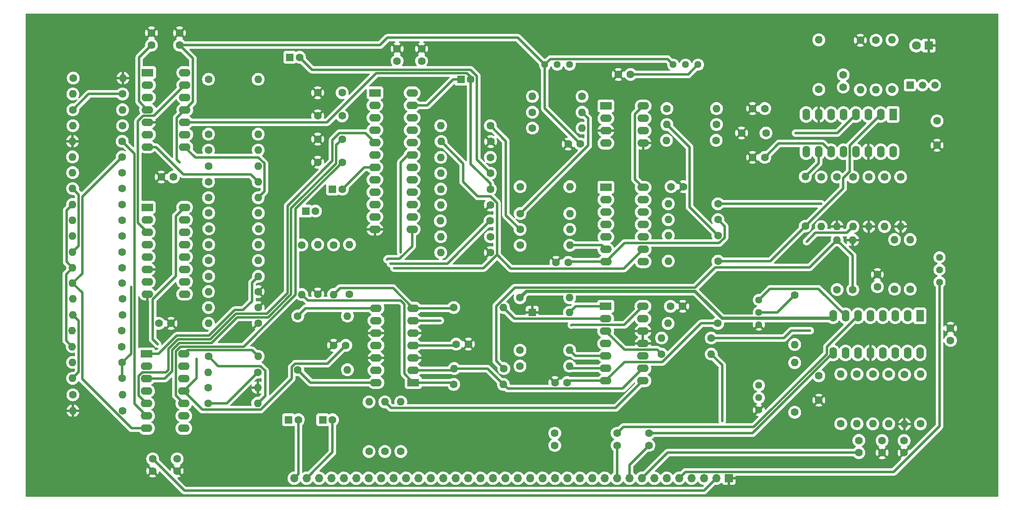
<source format=gbr>
%TF.GenerationSoftware,KiCad,Pcbnew,6.0.6-3a73a75311~116~ubuntu21.10.1*%
%TF.CreationDate,2022-08-24T00:04:32+02:00*%
%TF.ProjectId,polykit-x-voice-card,706f6c79-6b69-4742-9d78-2d766f696365,v0.0.4*%
%TF.SameCoordinates,Original*%
%TF.FileFunction,Copper,L1,Top*%
%TF.FilePolarity,Positive*%
%FSLAX46Y46*%
G04 Gerber Fmt 4.6, Leading zero omitted, Abs format (unit mm)*
G04 Created by KiCad (PCBNEW 6.0.6-3a73a75311~116~ubuntu21.10.1) date 2022-08-24 00:04:32*
%MOMM*%
%LPD*%
G01*
G04 APERTURE LIST*
%TA.AperFunction,ComponentPad*%
%ADD10O,1.600000X1.600000*%
%TD*%
%TA.AperFunction,ComponentPad*%
%ADD11C,1.600000*%
%TD*%
%TA.AperFunction,ComponentPad*%
%ADD12R,1.600000X1.600000*%
%TD*%
%TA.AperFunction,ComponentPad*%
%ADD13R,2.400000X1.600000*%
%TD*%
%TA.AperFunction,ComponentPad*%
%ADD14O,2.400000X1.600000*%
%TD*%
%TA.AperFunction,ComponentPad*%
%ADD15C,1.440000*%
%TD*%
%TA.AperFunction,ComponentPad*%
%ADD16R,1.700000X1.700000*%
%TD*%
%TA.AperFunction,ComponentPad*%
%ADD17O,1.700000X1.700000*%
%TD*%
%TA.AperFunction,ComponentPad*%
%ADD18R,1.500000X1.500000*%
%TD*%
%TA.AperFunction,ComponentPad*%
%ADD19C,1.500000*%
%TD*%
%TA.AperFunction,ComponentPad*%
%ADD20R,1.800000X1.800000*%
%TD*%
%TA.AperFunction,ComponentPad*%
%ADD21C,1.800000*%
%TD*%
%TA.AperFunction,ComponentPad*%
%ADD22R,1.600000X2.400000*%
%TD*%
%TA.AperFunction,ComponentPad*%
%ADD23O,1.600000X2.400000*%
%TD*%
%TA.AperFunction,ViaPad*%
%ADD24C,0.508000*%
%TD*%
%TA.AperFunction,ViaPad*%
%ADD25C,3.500000*%
%TD*%
%TA.AperFunction,Conductor*%
%ADD26C,0.508000*%
%TD*%
%TA.AperFunction,Conductor*%
%ADD27C,0.635000*%
%TD*%
G04 APERTURE END LIST*
D10*
%TO.P,R38,2*%
%TO.N,+5V*%
X190760000Y-105300000D03*
D11*
%TO.P,R38,1*%
%TO.N,IN1*%
X180600000Y-105300000D03*
%TD*%
%TO.P,C31,1*%
%TO.N,GND*%
X196950000Y-60000000D03*
%TO.P,C31,2*%
%TO.N,Net-(C31-Pad2)*%
X201950000Y-60000000D03*
%TD*%
%TO.P,R92,1*%
%TO.N,X6*%
X70280000Y-77875000D03*
D10*
%TO.P,R92,2*%
%TO.N,B_LP1*%
X60120000Y-77875000D03*
%TD*%
D11*
%TO.P,R103,1*%
%TO.N,GND*%
X98080000Y-99000000D03*
D10*
%TO.P,R103,2*%
%TO.N,FILTER_MODE_C*%
X87920000Y-99000000D03*
%TD*%
D11*
%TO.P,R73,1*%
%TO.N,Net-(R69-Pad1)*%
X60170000Y-55250000D03*
D10*
%TO.P,R73,2*%
%TO.N,Net-(R73-Pad2)*%
X70330000Y-55250000D03*
%TD*%
D11*
%TO.P,R22,1*%
%TO.N,-5V*%
X151670000Y-79750000D03*
D10*
%TO.P,R22,2*%
%TO.N,RES_ADSR_NEG*%
X161830000Y-79750000D03*
%TD*%
D12*
%TO.P,C13,1*%
%TO.N,Net-(C13-Pad1)*%
X111294888Y-118750000D03*
D11*
%TO.P,C13,2*%
%TO.N,OUT_L*%
X113294888Y-118750000D03*
%TD*%
%TO.P,R67,1*%
%TO.N,Net-(R67-Pad1)*%
X87820000Y-112150000D03*
D10*
%TO.P,R67,2*%
%TO.N,GND*%
X97980000Y-112150000D03*
%TD*%
D11*
%TO.P,R39,1*%
%TO.N,Net-(C16-Pad2)*%
X145580000Y-68250000D03*
D10*
%TO.P,R39,2*%
%TO.N,Net-(R39-Pad2)*%
X135420000Y-68250000D03*
%TD*%
D11*
%TO.P,C25,1*%
%TO.N,Net-(C25-Pad1)*%
X225700000Y-123000000D03*
%TO.P,C25,2*%
%TO.N,GND*%
X225700000Y-125500000D03*
%TD*%
%TO.P,R34,1*%
%TO.N,GND*%
X145660000Y-61750000D03*
D10*
%TO.P,R34,2*%
%TO.N,FREQ*%
X135500000Y-61750000D03*
%TD*%
D13*
%TO.P,U1,1*%
%TO.N,Net-(D1-Pad2)*%
X169170000Y-95500000D03*
D14*
%TO.P,U1,2*%
%TO.N,IN1*%
X169170000Y-98040000D03*
%TO.P,U1,3*%
X169170000Y-100580000D03*
%TO.P,U1,4*%
%TO.N,Net-(R2-Pad2)*%
X169170000Y-103120000D03*
%TO.P,U1,5*%
%TO.N,TRIANGLE_ON*%
X169170000Y-105660000D03*
%TO.P,U1,6*%
%TO.N,EXTERNAL_ON*%
X169170000Y-108200000D03*
%TO.P,U1,7,VSS*%
%TO.N,-5V*%
X169170000Y-110740000D03*
%TO.P,U1,8*%
%TO.N,Net-(R3-Pad2)*%
X176790000Y-110740000D03*
%TO.P,U1,9*%
%TO.N,IN2*%
X176790000Y-108200000D03*
%TO.P,U1,10*%
%TO.N,unconnected-(U1-Pad10)*%
X176790000Y-105660000D03*
%TO.P,U1,11*%
%TO.N,GND*%
X176790000Y-103120000D03*
%TO.P,U1,12*%
X176790000Y-100580000D03*
%TO.P,U1,13*%
%TO.N,SAW_ON*%
X176790000Y-98040000D03*
%TO.P,U1,14,VDD*%
%TO.N,+12V*%
X176790000Y-95500000D03*
%TD*%
D11*
%TO.P,C36,1*%
%TO.N,GND*%
X76250000Y-39500000D03*
%TO.P,C36,2*%
%TO.N,+12V*%
X76250000Y-42000000D03*
%TD*%
%TO.P,R35,1*%
%TO.N,GND*%
X145580000Y-74750000D03*
D10*
%TO.P,R35,2*%
%TO.N,Net-(R35-Pad2)*%
X135420000Y-74750000D03*
%TD*%
D11*
%TO.P,R47,1*%
%TO.N,Net-(R44-Pad1)*%
X227050000Y-109420000D03*
D10*
%TO.P,R47,2*%
%TO.N,Net-(C24-Pad1)*%
X227050000Y-119580000D03*
%TD*%
D11*
%TO.P,R21,1*%
%TO.N,-5V*%
X192130000Y-74500000D03*
D10*
%TO.P,R21,2*%
%TO.N,RES_ADSR*%
X181970000Y-74500000D03*
%TD*%
D11*
%TO.P,R83,1*%
%TO.N,X2*%
X87920000Y-63500000D03*
D10*
%TO.P,R83,2*%
%TO.N,B_LP1*%
X98080000Y-63500000D03*
%TD*%
D11*
%TO.P,R13,1*%
%TO.N,Net-(R10-Pad2)*%
X191830000Y-58250000D03*
D10*
%TO.P,R13,2*%
%TO.N,Net-(R13-Pad2)*%
X181670000Y-58250000D03*
%TD*%
D11*
%TO.P,C29,1*%
%TO.N,Net-(C29-Pad1)*%
X158750000Y-121500000D03*
%TO.P,C29,2*%
%TO.N,TRIG*%
X158750000Y-124000000D03*
%TD*%
%TO.P,R46,1*%
%TO.N,+12V*%
X217250000Y-119555000D03*
D10*
%TO.P,R46,2*%
%TO.N,Net-(R44-Pad1)*%
X217250000Y-109395000D03*
%TD*%
D11*
%TO.P,C21,1*%
%TO.N,HSYNC*%
X171500000Y-124000000D03*
%TO.P,C21,2*%
%TO.N,Net-(C21-Pad2)*%
X171500000Y-121500000D03*
%TD*%
%TO.P,R68,1*%
%TO.N,Net-(R68-Pad1)*%
X70250000Y-61700000D03*
D10*
%TO.P,R68,2*%
%TO.N,GND*%
X60090000Y-61700000D03*
%TD*%
D11*
%TO.P,R20,1*%
%TO.N,RES_CV*%
X145500000Y-78000000D03*
D10*
%TO.P,R20,2*%
%TO.N,RES*%
X135340000Y-78000000D03*
%TD*%
D11*
%TO.P,R78,1*%
%TO.N,X4*%
X70280000Y-71375000D03*
D10*
%TO.P,R78,2*%
%TO.N,B_LP3*%
X60120000Y-71375000D03*
%TD*%
D12*
%TO.P,C9,1*%
%TO.N,Net-(C9-Pad1)*%
X107794888Y-76000000D03*
D11*
%TO.P,C9,2*%
%TO.N,Net-(C9-Pad2)*%
X109794888Y-76000000D03*
%TD*%
D15*
%TO.P,RV3,1,1*%
%TO.N,+12V*%
X200500000Y-111700000D03*
%TO.P,RV3,2,2*%
%TO.N,Net-(R42-Pad1)*%
X200500000Y-114240000D03*
%TO.P,RV3,3,3*%
%TO.N,GND*%
X200500000Y-116780000D03*
%TD*%
D11*
%TO.P,C12,1*%
%TO.N,GND*%
X110250000Y-66000000D03*
%TO.P,C12,2*%
%TO.N,A_LP1*%
X115250000Y-66000000D03*
%TD*%
%TO.P,R24,1*%
%TO.N,-5V*%
X151670000Y-83000000D03*
D10*
%TO.P,R24,2*%
%TO.N,FREQ_ADSR*%
X161830000Y-83000000D03*
%TD*%
D11*
%TO.P,R96,1*%
%TO.N,X7*%
X70280000Y-90750000D03*
D10*
%TO.P,R96,2*%
%TO.N,B_INPUT*%
X60120000Y-90750000D03*
%TD*%
D11*
%TO.P,R101,1*%
%TO.N,GND*%
X98080000Y-92500000D03*
D10*
%TO.P,R101,2*%
%TO.N,FILTER_MODE_A*%
X87920000Y-92500000D03*
%TD*%
D11*
%TO.P,R5,1*%
%TO.N,-5V*%
X151620000Y-107750000D03*
D10*
%TO.P,R5,2*%
%TO.N,EXTERNAL_ON*%
X161780000Y-107750000D03*
%TD*%
D11*
%TO.P,C26,1*%
%TO.N,Net-(C26-Pad1)*%
X212750000Y-109725000D03*
%TO.P,C26,2*%
%TO.N,GND*%
X212750000Y-114725000D03*
%TD*%
D15*
%TO.P,RV5,1,1*%
%TO.N,-5V*%
X237450000Y-90550000D03*
%TO.P,RV5,2,2*%
X237450000Y-88010000D03*
%TO.P,RV5,3,3*%
%TO.N,Net-(R49-Pad2)*%
X237450000Y-85470000D03*
%TD*%
D11*
%TO.P,R90,1*%
%TO.N,X5*%
X70280000Y-107000000D03*
D10*
%TO.P,R90,2*%
%TO.N,B_LP1*%
X60120000Y-107000000D03*
%TD*%
D11*
%TO.P,C2,1*%
%TO.N,GND*%
X184920000Y-95500000D03*
%TO.P,C2,2*%
%TO.N,+12V*%
X182420000Y-95500000D03*
%TD*%
D16*
%TO.P,J1,1,Pin_1*%
%TO.N,GND*%
X194350000Y-130725000D03*
D17*
%TO.P,J1,2,Pin_2*%
%TO.N,+12V*%
X191810000Y-130725000D03*
%TO.P,J1,3,Pin_3*%
%TO.N,-12V*%
X189270000Y-130725000D03*
%TO.P,J1,4,Pin_4*%
%TO.N,+5V*%
X186730000Y-130725000D03*
%TO.P,J1,5,Pin_5*%
%TO.N,-5V*%
X184190000Y-130725000D03*
%TO.P,J1,6,Pin_6*%
%TO.N,PITCH*%
X181650000Y-130725000D03*
%TO.P,J1,7,Pin_7*%
%TO.N,PWM*%
X179110000Y-130725000D03*
%TO.P,J1,8,Pin_8*%
%TO.N,FM*%
X176570000Y-130725000D03*
%TO.P,J1,9,Pin_9*%
%TO.N,SSYNC*%
X174030000Y-130725000D03*
%TO.P,J1,10,Pin_10*%
%TO.N,HSYNC*%
X171490000Y-130725000D03*
%TO.P,J1,11,Pin_11*%
%TO.N,ADSR_A*%
X168950000Y-130725000D03*
%TO.P,J1,12,Pin_12*%
%TO.N,ADSR_D*%
X166410000Y-130725000D03*
%TO.P,J1,13,Pin_13*%
%TO.N,ADSR_S*%
X163870000Y-130725000D03*
%TO.P,J1,14,Pin_14*%
%TO.N,ADSR_R*%
X161330000Y-130725000D03*
%TO.P,J1,15,Pin_15*%
%TO.N,TRIG*%
X158790000Y-130725000D03*
%TO.P,J1,16,Pin_16*%
%TO.N,GATE*%
X156250000Y-130725000D03*
%TO.P,J1,17,Pin_17*%
%TO.N,ADSR_OUT*%
X153710000Y-130725000D03*
%TO.P,J1,18,Pin_18*%
%TO.N,SAW_ON*%
X151170000Y-130725000D03*
%TO.P,J1,19,Pin_19*%
%TO.N,TRIANGLE_ON*%
X148630000Y-130725000D03*
%TO.P,J1,20,Pin_20*%
%TO.N,EXTERNAL_ON*%
X146090000Y-130725000D03*
%TO.P,J1,21,Pin_21*%
%TO.N,FREQ_ADSR_NEG*%
X143550000Y-130725000D03*
%TO.P,J1,22,Pin_22*%
%TO.N,FREQ_ADSR*%
X141010000Y-130725000D03*
%TO.P,J1,23,Pin_23*%
%TO.N,RES_ADSR*%
X138470000Y-130725000D03*
%TO.P,J1,24,Pin_24*%
%TO.N,RES_ADSR_NEG*%
X135930000Y-130725000D03*
%TO.P,J1,25,Pin_25*%
%TO.N,LVL1*%
X133390000Y-130725000D03*
%TO.P,J1,26,Pin_26*%
%TO.N,LVL2*%
X130850000Y-130725000D03*
%TO.P,J1,27,Pin_27*%
%TO.N,VCA_CV*%
X128310000Y-130725000D03*
%TO.P,J1,28,Pin_28*%
%TO.N,PAN_CV*%
X125770000Y-130725000D03*
%TO.P,J1,29,Pin_29*%
%TO.N,EXTERNAL_IN*%
X123230000Y-130725000D03*
%TO.P,J1,30,Pin_30*%
%TO.N,FREQ_CV*%
X120690000Y-130725000D03*
%TO.P,J1,31,Pin_31*%
%TO.N,RES_CV*%
X118150000Y-130725000D03*
%TO.P,J1,32,Pin_32*%
%TO.N,FILTER_MODE_A*%
X115610000Y-130725000D03*
%TO.P,J1,33,Pin_33*%
%TO.N,FILTER_MODE_B*%
X113070000Y-130725000D03*
%TO.P,J1,34,Pin_34*%
%TO.N,FILTER_MODE_C*%
X110530000Y-130725000D03*
%TO.P,J1,35,Pin_35*%
%TO.N,OUT_L*%
X107990000Y-130725000D03*
%TO.P,J1,36,Pin_36*%
%TO.N,OUT_R*%
X105450000Y-130725000D03*
%TD*%
D18*
%TO.P,Q1,1,E*%
%TO.N,Net-(Q1-Pad1)*%
X231410000Y-50220000D03*
D19*
%TO.P,Q1,2,B*%
%TO.N,Net-(Q1-Pad2)*%
X233950000Y-50220000D03*
%TO.P,Q1,3,C*%
%TO.N,+12V*%
X236490000Y-50220000D03*
%TD*%
D11*
%TO.P,R58,1*%
%TO.N,INT_D*%
X216500000Y-69000000D03*
D10*
%TO.P,R58,2*%
%TO.N,GND*%
X216500000Y-79160000D03*
%TD*%
D11*
%TO.P,R7,1*%
%TO.N,-5V*%
X151620000Y-104500000D03*
D10*
%TO.P,R7,2*%
%TO.N,TRIANGLE_ON*%
X161780000Y-104500000D03*
%TD*%
D11*
%TO.P,R45,1*%
%TO.N,+12V*%
X233550000Y-119580000D03*
D10*
%TO.P,R45,2*%
%TO.N,PITCH*%
X233550000Y-109420000D03*
%TD*%
D11*
%TO.P,C19,1*%
%TO.N,GND*%
X113500000Y-103500000D03*
%TO.P,C19,2*%
%TO.N,-12V*%
X116000000Y-103500000D03*
%TD*%
%TO.P,R33,1*%
%TO.N,Net-(C14-Pad1)*%
X106170000Y-108500000D03*
D10*
%TO.P,R33,2*%
%TO.N,R*%
X116330000Y-108500000D03*
%TD*%
D15*
%TO.P,RV1,1,1*%
%TO.N,+12V*%
X161800000Y-46000000D03*
%TO.P,RV1,2,2*%
%TO.N,Net-(R8-Pad1)*%
X159260000Y-46000000D03*
%TO.P,RV1,3,3*%
%TO.N,-12V*%
X156720000Y-46000000D03*
%TD*%
D11*
%TO.P,R37,1*%
%TO.N,GND*%
X145580000Y-84500000D03*
D10*
%TO.P,R37,2*%
%TO.N,Net-(R37-Pad2)*%
X135420000Y-84500000D03*
%TD*%
D11*
%TO.P,R64,1*%
%TO.N,Net-(Q1-Pad1)*%
X227750000Y-51080000D03*
D10*
%TO.P,R64,2*%
%TO.N,Net-(D2-Pad2)*%
X227750000Y-40920000D03*
%TD*%
D11*
%TO.P,C1,1*%
%TO.N,GND*%
X158780000Y-111125000D03*
%TO.P,C1,2*%
%TO.N,-5V*%
X161280000Y-111125000D03*
%TD*%
%TO.P,R41,1*%
%TO.N,VCA_OUT*%
X145580000Y-81250000D03*
D10*
%TO.P,R41,2*%
%TO.N,Net-(R37-Pad2)*%
X135420000Y-81250000D03*
%TD*%
D11*
%TO.P,R77,1*%
%TO.N,X4*%
X70280000Y-68125000D03*
D10*
%TO.P,R77,2*%
%TO.N,B_LP2*%
X60120000Y-68125000D03*
%TD*%
D12*
%TO.P,C15,1*%
%TO.N,Net-(C15-Pad1)*%
X139544888Y-49000000D03*
D11*
%TO.P,C15,2*%
%TO.N,VCF_OUT*%
X141544888Y-49000000D03*
%TD*%
%TO.P,R11,1*%
%TO.N,ADSR_OUT*%
X191750000Y-61500000D03*
D10*
%TO.P,R11,2*%
%TO.N,Net-(R10-Pad2)*%
X181590000Y-61500000D03*
%TD*%
D13*
%TO.P,U3,1*%
%TO.N,Net-(R14-Pad2)*%
X169200000Y-71125000D03*
D14*
%TO.P,U3,2*%
%TO.N,RES*%
X169200000Y-73665000D03*
%TO.P,U3,3*%
X169200000Y-76205000D03*
%TO.P,U3,4*%
%TO.N,Net-(R15-Pad2)*%
X169200000Y-78745000D03*
%TO.P,U3,5*%
%TO.N,RES_ADSR_NEG*%
X169200000Y-81285000D03*
%TO.P,U3,6*%
%TO.N,FREQ_ADSR*%
X169200000Y-83825000D03*
%TO.P,U3,7,VSS*%
%TO.N,-5V*%
X169200000Y-86365000D03*
%TO.P,U3,8*%
%TO.N,Net-(R16-Pad2)*%
X176820000Y-86365000D03*
%TO.P,U3,9*%
%TO.N,FREQ*%
X176820000Y-83825000D03*
%TO.P,U3,10*%
X176820000Y-81285000D03*
%TO.P,U3,11*%
%TO.N,Net-(R17-Pad2)*%
X176820000Y-78745000D03*
%TO.P,U3,12*%
%TO.N,FREQ_ADSR_NEG*%
X176820000Y-76205000D03*
%TO.P,U3,13*%
%TO.N,RES_ADSR*%
X176820000Y-73665000D03*
%TO.P,U3,14,VDD*%
%TO.N,+12V*%
X176820000Y-71125000D03*
%TD*%
D11*
%TO.P,R50,1*%
%TO.N,Net-(R50-Pad1)*%
X228250000Y-92000000D03*
D10*
%TO.P,R50,2*%
%TO.N,-5V*%
X228250000Y-81840000D03*
%TD*%
D11*
%TO.P,C11,1*%
%TO.N,GND*%
X110250000Y-61250000D03*
%TO.P,C11,2*%
%TO.N,A_LP2*%
X115250000Y-61250000D03*
%TD*%
%TO.P,R65,1*%
%TO.N,Net-(R65-Pad1)*%
X60250000Y-48750000D03*
D10*
%TO.P,R65,2*%
%TO.N,GND*%
X70410000Y-48750000D03*
%TD*%
D11*
%TO.P,R29,1*%
%TO.N,INT_IN2*%
X138080000Y-111500000D03*
D10*
%TO.P,R29,2*%
%TO.N,IN2*%
X148240000Y-111500000D03*
%TD*%
D11*
%TO.P,R19,1*%
%TO.N,VCA_CV*%
X127250000Y-125250000D03*
D10*
%TO.P,R19,2*%
%TO.N,VCA*%
X127250000Y-115090000D03*
%TD*%
D11*
%TO.P,R72,1*%
%TO.N,B_INPUT*%
X70250000Y-64900000D03*
D10*
%TO.P,R72,2*%
%TO.N,Net-(R68-Pad1)*%
X60090000Y-64900000D03*
%TD*%
D11*
%TO.P,R6,1*%
%TO.N,-5V*%
X192080000Y-99000000D03*
D10*
%TO.P,R6,2*%
%TO.N,SAW_ON*%
X181920000Y-99000000D03*
%TD*%
D20*
%TO.P,D2,1,K*%
%TO.N,GND*%
X235225000Y-42080000D03*
D21*
%TO.P,D2,2,A*%
%TO.N,Net-(D2-Pad2)*%
X232685000Y-42080000D03*
%TD*%
D11*
%TO.P,R71,1*%
%TO.N,Net-(R71-Pad1)*%
X98000000Y-109000000D03*
D10*
%TO.P,R71,2*%
%TO.N,Net-(R67-Pad1)*%
X87840000Y-109000000D03*
%TD*%
D11*
%TO.P,R52,1*%
%TO.N,PWM*%
X216500000Y-92080000D03*
D10*
%TO.P,R52,2*%
%TO.N,PULSE*%
X216500000Y-81920000D03*
%TD*%
D11*
%TO.P,C39,1*%
%TO.N,GND*%
X78250000Y-69000000D03*
%TO.P,C39,2*%
%TO.N,+5V*%
X80750000Y-69000000D03*
%TD*%
%TO.P,R91,1*%
%TO.N,X5*%
X70280000Y-110250000D03*
D10*
%TO.P,R91,2*%
%TO.N,B_LP2*%
X60120000Y-110250000D03*
%TD*%
D12*
%TO.P,C7,1*%
%TO.N,Net-(C7-Pad1)*%
X113294888Y-71500000D03*
D11*
%TO.P,C7,2*%
%TO.N,Net-(C7-Pad2)*%
X115294888Y-71500000D03*
%TD*%
%TO.P,R94,1*%
%TO.N,X6*%
X70280000Y-84375000D03*
D10*
%TO.P,R94,2*%
%TO.N,B_LP3*%
X60120000Y-84375000D03*
%TD*%
D11*
%TO.P,R15,1*%
%TO.N,Net-(R12-Pad2)*%
X151670000Y-76500000D03*
D10*
%TO.P,R15,2*%
%TO.N,Net-(R15-Pad2)*%
X161830000Y-76500000D03*
%TD*%
D13*
%TO.P,U9,1*%
%TO.N,B_LP2*%
X75250000Y-105250000D03*
D14*
%TO.P,U9,2,-*%
%TO.N,Net-(R66-Pad1)*%
X75250000Y-107790000D03*
%TO.P,U9,3,+*%
%TO.N,A_LP2*%
X75250000Y-110330000D03*
%TO.P,U9,4,V+*%
%TO.N,+12V*%
X75250000Y-112870000D03*
%TO.P,U9,5,+*%
%TO.N,A_INPUT*%
X75250000Y-115410000D03*
%TO.P,U9,6,-*%
%TO.N,Net-(R68-Pad1)*%
X75250000Y-117950000D03*
%TO.P,U9,7*%
%TO.N,B_INPUT*%
X75250000Y-120490000D03*
%TO.P,U9,8*%
%TO.N,Net-(R71-Pad1)*%
X82870000Y-120490000D03*
%TO.P,U9,9,-*%
%TO.N,Net-(R67-Pad1)*%
X82870000Y-117950000D03*
%TO.P,U9,10,+*%
%TO.N,A_LP1*%
X82870000Y-115410000D03*
%TO.P,U9,11,V-*%
%TO.N,-12V*%
X82870000Y-112870000D03*
%TO.P,U9,12,+*%
%TO.N,GND*%
X82870000Y-110330000D03*
%TO.P,U9,13,-*%
%TO.N,Net-(R74-Pad2)*%
X82870000Y-107790000D03*
%TO.P,U9,14*%
%TO.N,B_LP1*%
X82870000Y-105250000D03*
%TD*%
D11*
%TO.P,R82,1*%
%TO.N,X2*%
X87920000Y-60250000D03*
D10*
%TO.P,R82,2*%
%TO.N,B_INPUT*%
X98080000Y-60250000D03*
%TD*%
D11*
%TO.P,R49,1*%
%TO.N,Net-(R49-Pad1)*%
X231450000Y-92000000D03*
D10*
%TO.P,R49,2*%
%TO.N,Net-(R49-Pad2)*%
X231450000Y-81840000D03*
%TD*%
D11*
%TO.P,C38,1*%
%TO.N,GND*%
X76500000Y-129250000D03*
%TO.P,C38,2*%
%TO.N,+12V*%
X76500000Y-126750000D03*
%TD*%
%TO.P,R8,1*%
%TO.N,Net-(R8-Pad1)*%
X164330000Y-52500000D03*
D10*
%TO.P,R8,2*%
%TO.N,Net-(R12-Pad1)*%
X154170000Y-52500000D03*
%TD*%
D11*
%TO.P,R30,1*%
%TO.N,GND*%
X116750000Y-93000000D03*
D10*
%TO.P,R30,2*%
%TO.N,Net-(C7-Pad2)*%
X116750000Y-82840000D03*
%TD*%
D11*
%TO.P,R74,1*%
%TO.N,Net-(R71-Pad1)*%
X87820000Y-115350000D03*
D10*
%TO.P,R74,2*%
%TO.N,Net-(R74-Pad2)*%
X97980000Y-115350000D03*
%TD*%
D11*
%TO.P,R53,1*%
%TO.N,PULSE*%
X219700000Y-92080000D03*
D10*
%TO.P,R53,2*%
%TO.N,GND*%
X219700000Y-81920000D03*
%TD*%
D11*
%TO.P,R14,1*%
%TO.N,ADSR_OUT*%
X151670000Y-71000000D03*
D10*
%TO.P,R14,2*%
%TO.N,Net-(R14-Pad2)*%
X161830000Y-71000000D03*
%TD*%
D11*
%TO.P,C34,1*%
%TO.N,GND*%
X199200000Y-65000000D03*
%TO.P,C34,2*%
%TO.N,+12V*%
X201700000Y-65000000D03*
%TD*%
%TO.P,R55,1*%
%TO.N,INT_D*%
X213250000Y-69000000D03*
D10*
%TO.P,R55,2*%
%TO.N,ADSR_D*%
X213250000Y-79160000D03*
%TD*%
D22*
%TO.P,U7,1,CAP*%
%TO.N,Net-(C32-Pad2)*%
X227950000Y-56200000D03*
D23*
%TO.P,U7,2,ENVOUT*%
%TO.N,ADSR_OUT*%
X225410000Y-56200000D03*
%TO.P,U7,3,VP*%
%TO.N,unconnected-(U7-Pad3)*%
X222870000Y-56200000D03*
%TO.P,U7,4,GATE*%
%TO.N,GATE*%
X220330000Y-56200000D03*
%TO.P,U7,5,TRIG*%
%TO.N,Net-(C29-Pad1)*%
X217790000Y-56200000D03*
%TO.P,U7,6,VEE*%
%TO.N,Net-(C33-Pad2)*%
X215250000Y-56200000D03*
%TO.P,U7,7,PGND*%
%TO.N,GND*%
X212710000Y-56200000D03*
%TO.P,U7,8,CCOMP*%
%TO.N,Net-(C31-Pad2)*%
X210170000Y-56200000D03*
%TO.P,U7,9,VCS*%
%TO.N,ADSR_S*%
X210170000Y-63820000D03*
%TO.P,U7,10,IIN*%
%TO.N,/AS3310/IIN*%
X212710000Y-63820000D03*
%TO.P,U7,11,VCC*%
%TO.N,+12V*%
X215250000Y-63820000D03*
%TO.P,U7,12,VCD*%
%TO.N,INT_D*%
X217790000Y-63820000D03*
%TO.P,U7,13,VCR*%
%TO.N,INT_R*%
X220330000Y-63820000D03*
%TO.P,U7,14,GND*%
%TO.N,GND*%
X222870000Y-63820000D03*
%TO.P,U7,15,VCA*%
%TO.N,INT_A*%
X225410000Y-63820000D03*
%TO.P,U7,16,ATKOUT*%
%TO.N,unconnected-(U7-Pad16)*%
X227950000Y-63820000D03*
%TD*%
D11*
%TO.P,R88,1*%
%TO.N,X3*%
X87950000Y-86125000D03*
D10*
%TO.P,R88,2*%
%TO.N,B_LP1*%
X98110000Y-86125000D03*
%TD*%
D11*
%TO.P,R43,1*%
%TO.N,Net-(R43-Pad1)*%
X207825000Y-93170000D03*
D10*
%TO.P,R43,2*%
%TO.N,PITCH*%
X207825000Y-103330000D03*
%TD*%
D11*
%TO.P,R95,1*%
%TO.N,X6*%
X70280000Y-87625000D03*
D10*
%TO.P,R95,2*%
%TO.N,B_LP4*%
X60120000Y-87625000D03*
%TD*%
D11*
%TO.P,R102,1*%
%TO.N,GND*%
X98080000Y-95750000D03*
D10*
%TO.P,R102,2*%
%TO.N,FILTER_MODE_B*%
X87920000Y-95750000D03*
%TD*%
D11*
%TO.P,R18,1*%
%TO.N,ADSR_OUT*%
X145580000Y-65000000D03*
D10*
%TO.P,R18,2*%
%TO.N,VCA*%
X135420000Y-65000000D03*
%TD*%
D11*
%TO.P,R60,1*%
%TO.N,GND*%
X221250000Y-41000000D03*
D10*
%TO.P,R60,2*%
%TO.N,GATE*%
X221250000Y-51160000D03*
%TD*%
D11*
%TO.P,R57,1*%
%TO.N,INT_R*%
X223000000Y-69000000D03*
D10*
%TO.P,R57,2*%
%TO.N,GND*%
X223000000Y-79160000D03*
%TD*%
D11*
%TO.P,C20,1*%
%TO.N,GND*%
X141080000Y-103250000D03*
%TO.P,C20,2*%
%TO.N,+12V*%
X138580000Y-103250000D03*
%TD*%
%TO.P,R85,1*%
%TO.N,X2*%
X87920000Y-70000000D03*
D10*
%TO.P,R85,2*%
%TO.N,B_LP3*%
X98080000Y-70000000D03*
%TD*%
D11*
%TO.P,C35,1*%
%TO.N,GND*%
X82000000Y-39500000D03*
%TO.P,C35,2*%
%TO.N,-12V*%
X82000000Y-42000000D03*
%TD*%
D13*
%TO.P,U2,1*%
%TO.N,Net-(R12-Pad2)*%
X169200000Y-54450000D03*
D14*
%TO.P,U2,2,-*%
%TO.N,Net-(R12-Pad1)*%
X169200000Y-56990000D03*
%TO.P,U2,3,+*%
%TO.N,GND*%
X169200000Y-59530000D03*
%TO.P,U2,4,V-*%
%TO.N,-12V*%
X169200000Y-62070000D03*
%TO.P,U2,5,+*%
%TO.N,GND*%
X176820000Y-62070000D03*
%TO.P,U2,6,-*%
%TO.N,Net-(R10-Pad2)*%
X176820000Y-59530000D03*
%TO.P,U2,7*%
%TO.N,Net-(R13-Pad2)*%
X176820000Y-56990000D03*
%TO.P,U2,8,V+*%
%TO.N,+12V*%
X176820000Y-54450000D03*
%TD*%
D11*
%TO.P,R32,1*%
%TO.N,Net-(C13-Pad1)*%
X106170000Y-97500000D03*
D10*
%TO.P,R32,2*%
%TO.N,L*%
X116330000Y-97500000D03*
%TD*%
D11*
%TO.P,R62,1*%
%TO.N,ADSR_OUT*%
X210000000Y-79080000D03*
D10*
%TO.P,R62,2*%
%TO.N,/AS3310/IIN*%
X210000000Y-68920000D03*
%TD*%
D11*
%TO.P,R9,1*%
%TO.N,ADSR_OUT*%
X154170000Y-59000000D03*
D10*
%TO.P,R9,2*%
%TO.N,Net-(R12-Pad1)*%
X164330000Y-59000000D03*
%TD*%
D11*
%TO.P,R75,1*%
%TO.N,Net-(R73-Pad2)*%
X70330000Y-58500000D03*
D10*
%TO.P,R75,2*%
%TO.N,B_LP3*%
X60170000Y-58500000D03*
%TD*%
D11*
%TO.P,R16,1*%
%TO.N,ADSR_OUT*%
X192130000Y-86250000D03*
D10*
%TO.P,R16,2*%
%TO.N,Net-(R16-Pad2)*%
X181970000Y-86250000D03*
%TD*%
D11*
%TO.P,R84,1*%
%TO.N,X2*%
X87920000Y-66750000D03*
D10*
%TO.P,R84,2*%
%TO.N,B_LP2*%
X98080000Y-66750000D03*
%TD*%
D11*
%TO.P,C28,1*%
%TO.N,+12V*%
X239700000Y-102500000D03*
%TO.P,C28,2*%
%TO.N,GND*%
X239700000Y-100000000D03*
%TD*%
%TO.P,C30,1*%
%TO.N,GATE*%
X217750000Y-48080000D03*
%TO.P,C30,2*%
%TO.N,Net-(C29-Pad1)*%
X217750000Y-50580000D03*
%TD*%
%TO.P,R79,1*%
%TO.N,X4*%
X70280000Y-74625000D03*
D10*
%TO.P,R79,2*%
%TO.N,B_LP4*%
X60120000Y-74625000D03*
%TD*%
D13*
%TO.P,U5,1,Cd*%
%TO.N,Net-(C8-Pad2)*%
X121950000Y-51775000D03*
D14*
%TO.P,U5,2,Cc*%
%TO.N,A_LP3*%
X121950000Y-54315000D03*
%TO.P,U5,3,Cb*%
%TO.N,A_LP2*%
X121950000Y-56855000D03*
%TO.P,U5,4,Ca*%
%TO.N,A_LP1*%
X121950000Y-59395000D03*
%TO.P,U5,5,FiltrIN*%
%TO.N,A_INPUT*%
X121950000Y-61935000D03*
%TO.P,U5,6,Cntrl1*%
%TO.N,LVL1*%
X121950000Y-64475000D03*
%TO.P,U5,7,IN1*%
%TO.N,Net-(C7-Pad2)*%
X121950000Y-67015000D03*
%TO.P,U5,8,IN2*%
%TO.N,Net-(C9-Pad2)*%
X121950000Y-69555000D03*
%TO.P,U5,9,Cntrl2*%
%TO.N,LVL2*%
X121950000Y-72095000D03*
%TO.P,U5,10,VCA5Out*%
%TO.N,L*%
X121950000Y-74635000D03*
%TO.P,U5,11,Cntrl5/6*%
%TO.N,PAN_CV*%
X121950000Y-77175000D03*
%TO.P,U5,12,GND*%
%TO.N,GND*%
X121950000Y-79715000D03*
%TO.P,U5,13,VCA6Out*%
%TO.N,R*%
X129570000Y-79715000D03*
%TO.P,U5,14,IN6*%
%TO.N,Net-(R37-Pad2)*%
X129570000Y-77175000D03*
%TO.P,U5,15,IN5*%
X129570000Y-74635000D03*
%TO.P,U5,16,RESCntrl3*%
%TO.N,RES*%
X129570000Y-72095000D03*
%TO.P,U5,17,RES*%
%TO.N,Net-(R35-Pad2)*%
X129570000Y-69555000D03*
%TO.P,U5,18,VCA4In*%
%TO.N,Net-(R39-Pad2)*%
X129570000Y-67015000D03*
%TO.P,U5,19,VCA4Cntrl*%
%TO.N,VCA*%
X129570000Y-64475000D03*
%TO.P,U5,20,VCA4Out*%
%TO.N,VCA_OUT*%
X129570000Y-61935000D03*
%TO.P,U5,21,VCFCV*%
%TO.N,FREQ*%
X129570000Y-59395000D03*
%TO.P,U5,22,V-*%
%TO.N,-5V*%
X129570000Y-56855000D03*
%TO.P,U5,23,VCFOUT*%
%TO.N,Net-(C15-Pad1)*%
X129570000Y-54315000D03*
%TO.P,U5,24,V+*%
%TO.N,+12V*%
X129570000Y-51775000D03*
%TD*%
D11*
%TO.P,C23,1*%
%TO.N,SSYNC*%
X178000000Y-124000000D03*
%TO.P,C23,2*%
%TO.N,Net-(C23-Pad2)*%
X178000000Y-121500000D03*
%TD*%
%TO.P,R98,1*%
%TO.N,X7*%
X70360000Y-97250000D03*
D10*
%TO.P,R98,2*%
%TO.N,B_LP2*%
X60200000Y-97250000D03*
%TD*%
D15*
%TO.P,RV4,1,1*%
%TO.N,HFT*%
X200500000Y-94200000D03*
%TO.P,RV4,2,2*%
%TO.N,Net-(R43-Pad1)*%
X200500000Y-96740000D03*
%TO.P,RV4,3,3*%
%TO.N,GND*%
X200500000Y-99280000D03*
%TD*%
D12*
%TO.P,C16,1*%
%TO.N,VCA_IN*%
X104544888Y-44500000D03*
D11*
%TO.P,C16,2*%
%TO.N,Net-(C16-Pad2)*%
X106544888Y-44500000D03*
%TD*%
%TO.P,C4,1*%
%TO.N,GND*%
X185050000Y-71000000D03*
%TO.P,C4,2*%
%TO.N,+12V*%
X182550000Y-71000000D03*
%TD*%
%TO.P,C5,1*%
%TO.N,GND*%
X161500000Y-62250000D03*
%TO.P,C5,2*%
%TO.N,-12V*%
X164000000Y-62250000D03*
%TD*%
%TO.P,R12,1*%
%TO.N,Net-(R12-Pad1)*%
X154170000Y-55750000D03*
D10*
%TO.P,R12,2*%
%TO.N,Net-(R12-Pad2)*%
X164330000Y-55750000D03*
%TD*%
D11*
%TO.P,R100,1*%
%TO.N,X7*%
X70200000Y-103750000D03*
D10*
%TO.P,R100,2*%
%TO.N,B_LP4*%
X60040000Y-103750000D03*
%TD*%
D11*
%TO.P,R76,1*%
%TO.N,Net-(R74-Pad2)*%
X87920000Y-105750000D03*
D10*
%TO.P,R76,2*%
%TO.N,B_LP1*%
X98080000Y-105750000D03*
%TD*%
D11*
%TO.P,R1,1*%
%TO.N,SAW*%
X151620000Y-93750000D03*
D10*
%TO.P,R1,2*%
%TO.N,Net-(D1-Pad2)*%
X161780000Y-93750000D03*
%TD*%
D11*
%TO.P,R42,1*%
%TO.N,Net-(R42-Pad1)*%
X207825000Y-117200000D03*
D10*
%TO.P,R42,2*%
%TO.N,PITCH*%
X207825000Y-107040000D03*
%TD*%
D11*
%TO.P,C6,1*%
%TO.N,GND*%
X171750000Y-48000000D03*
%TO.P,C6,2*%
%TO.N,+12V*%
X174250000Y-48000000D03*
%TD*%
%TO.P,C8,1*%
%TO.N,GND*%
X110250000Y-51750000D03*
%TO.P,C8,2*%
%TO.N,Net-(C8-Pad2)*%
X115250000Y-51750000D03*
%TD*%
%TO.P,R40,1*%
%TO.N,VCF_OUT*%
X145580000Y-71500000D03*
D10*
%TO.P,R40,2*%
%TO.N,Net-(R35-Pad2)*%
X135420000Y-71500000D03*
%TD*%
D15*
%TO.P,RV2,1,1*%
%TO.N,+12V*%
X188050000Y-46000000D03*
%TO.P,RV2,2,2*%
%TO.N,Net-(R10-Pad1)*%
X185510000Y-46000000D03*
%TO.P,RV2,3,3*%
%TO.N,-12V*%
X182970000Y-46000000D03*
%TD*%
D13*
%TO.P,U4,1*%
%TO.N,INT_IN2*%
X129800000Y-111125000D03*
D14*
%TO.P,U4,2,-*%
%TO.N,IN2*%
X129800000Y-108585000D03*
%TO.P,U4,3,+*%
%TO.N,GND*%
X129800000Y-106045000D03*
%TO.P,U4,4,V+*%
%TO.N,+12V*%
X129800000Y-103505000D03*
%TO.P,U4,5,+*%
%TO.N,GND*%
X129800000Y-100965000D03*
%TO.P,U4,6,-*%
%TO.N,IN1*%
X129800000Y-98425000D03*
%TO.P,U4,7*%
%TO.N,INT_IN1*%
X129800000Y-95885000D03*
%TO.P,U4,8*%
%TO.N,Net-(C13-Pad1)*%
X122180000Y-95885000D03*
%TO.P,U4,9,-*%
%TO.N,L*%
X122180000Y-98425000D03*
%TO.P,U4,10,+*%
%TO.N,GND*%
X122180000Y-100965000D03*
%TO.P,U4,11,V-*%
%TO.N,-12V*%
X122180000Y-103505000D03*
%TO.P,U4,12,+*%
%TO.N,GND*%
X122180000Y-106045000D03*
%TO.P,U4,13,-*%
%TO.N,R*%
X122180000Y-108585000D03*
%TO.P,U4,14*%
%TO.N,Net-(C14-Pad1)*%
X122180000Y-111125000D03*
%TD*%
D11*
%TO.P,R61,1*%
%TO.N,Net-(C33-Pad2)*%
X212750000Y-51080000D03*
D10*
%TO.P,R61,2*%
%TO.N,-12V*%
X212750000Y-40920000D03*
%TD*%
D22*
%TO.P,U6,1,SCALE1*%
%TO.N,Net-(R49-Pad1)*%
X233450000Y-97450000D03*
D23*
%TO.P,U6,2,SCALE2*%
%TO.N,Net-(R50-Pad1)*%
X230910000Y-97450000D03*
%TO.P,U6,3,VEE*%
%TO.N,-5V*%
X228370000Y-97450000D03*
%TO.P,U6,4,VP*%
%TO.N,PULSE*%
X225830000Y-97450000D03*
%TO.P,U6,5,VPWM*%
%TO.N,PWM*%
X223290000Y-97450000D03*
%TO.P,U6,6,VHSI*%
%TO.N,Net-(C21-Pad2)*%
X220750000Y-97450000D03*
%TO.P,U6,7,VHFT*%
%TO.N,HFT*%
X218210000Y-97450000D03*
%TO.P,U6,8,VSO*%
%TO.N,SAW*%
X215670000Y-97450000D03*
%TO.P,U6,9,VSSI*%
%TO.N,Net-(C23-Pad2)*%
X215670000Y-105070000D03*
%TO.P,U6,10,VTO*%
%TO.N,TRIANGLE*%
X218210000Y-105070000D03*
%TO.P,U6,11,CAP*%
%TO.N,Net-(C26-Pad1)*%
X220750000Y-105070000D03*
%TO.P,U6,12,GND*%
%TO.N,GND*%
X223290000Y-105070000D03*
%TO.P,U6,13,VLFI*%
%TO.N,Net-(R44-Pad1)*%
X225830000Y-105070000D03*
%TO.P,U6,14,VS*%
%TO.N,Net-(R51-Pad1)*%
X228370000Y-105070000D03*
%TO.P,U6,15,VFCI*%
%TO.N,PITCH*%
X230910000Y-105070000D03*
%TO.P,U6,16,VCC*%
%TO.N,+12V*%
X233450000Y-105070000D03*
%TD*%
D11*
%TO.P,R10,1*%
%TO.N,Net-(R10-Pad1)*%
X181670000Y-55000000D03*
D10*
%TO.P,R10,2*%
%TO.N,Net-(R10-Pad2)*%
X191830000Y-55000000D03*
%TD*%
D11*
%TO.P,R69,1*%
%TO.N,Net-(R69-Pad1)*%
X70330000Y-52000000D03*
D10*
%TO.P,R69,2*%
%TO.N,Net-(R65-Pad1)*%
X60170000Y-52000000D03*
%TD*%
D11*
%TO.P,C17,1*%
%TO.N,-5V*%
X131500000Y-45250000D03*
%TO.P,C17,2*%
%TO.N,GND*%
X131500000Y-42750000D03*
%TD*%
%TO.P,R97,1*%
%TO.N,X7*%
X70360000Y-94000000D03*
D10*
%TO.P,R97,2*%
%TO.N,B_LP1*%
X60200000Y-94000000D03*
%TD*%
D11*
%TO.P,R56,1*%
%TO.N,INT_R*%
X219750000Y-69000000D03*
D10*
%TO.P,R56,2*%
%TO.N,ADSR_R*%
X219750000Y-79160000D03*
%TD*%
D11*
%TO.P,C18,1*%
%TO.N,+12V*%
X126500000Y-45250000D03*
%TO.P,C18,2*%
%TO.N,GND*%
X126500000Y-42750000D03*
%TD*%
%TO.P,R51,1*%
%TO.N,Net-(R51-Pad1)*%
X230300000Y-109500000D03*
D10*
%TO.P,R51,2*%
%TO.N,GND*%
X230300000Y-119660000D03*
%TD*%
D11*
%TO.P,R104,1*%
%TO.N,Net-(R104-Pad1)*%
X87920000Y-49000000D03*
D10*
%TO.P,R104,2*%
%TO.N,VCA_IN*%
X98080000Y-49000000D03*
%TD*%
D11*
%TO.P,R26,1*%
%TO.N,Net-(C7-Pad1)*%
X113500000Y-82920000D03*
D10*
%TO.P,R26,2*%
%TO.N,INT_IN1*%
X113500000Y-93080000D03*
%TD*%
D11*
%TO.P,R87,1*%
%TO.N,X3*%
X87950000Y-82875000D03*
D10*
%TO.P,R87,2*%
%TO.N,B_INPUT*%
X98110000Y-82875000D03*
%TD*%
D11*
%TO.P,C3,1*%
%TO.N,GND*%
X159000000Y-86500000D03*
%TO.P,C3,2*%
%TO.N,-5V*%
X161500000Y-86500000D03*
%TD*%
%TO.P,C10,1*%
%TO.N,GND*%
X110250000Y-56500000D03*
%TO.P,C10,2*%
%TO.N,A_LP3*%
X115250000Y-56500000D03*
%TD*%
%TO.P,C40,1*%
%TO.N,GND*%
X80250000Y-99000000D03*
%TO.P,C40,2*%
%TO.N,-12V*%
X77750000Y-99000000D03*
%TD*%
%TO.P,R89,1*%
%TO.N,X3*%
X87950000Y-89375000D03*
D10*
%TO.P,R89,2*%
%TO.N,B_LP2*%
X98110000Y-89375000D03*
%TD*%
D11*
%TO.P,R66,1*%
%TO.N,Net-(R66-Pad1)*%
X70330000Y-116875000D03*
D10*
%TO.P,R66,2*%
%TO.N,GND*%
X60170000Y-116875000D03*
%TD*%
D11*
%TO.P,C24,1*%
%TO.N,Net-(C24-Pad1)*%
X230200000Y-123000000D03*
%TO.P,C24,2*%
%TO.N,GND*%
X230200000Y-125500000D03*
%TD*%
%TO.P,R31,1*%
%TO.N,GND*%
X110250000Y-93000000D03*
D10*
%TO.P,R31,2*%
%TO.N,Net-(C9-Pad2)*%
X110250000Y-82840000D03*
%TD*%
D11*
%TO.P,R99,1*%
%TO.N,X7*%
X70200000Y-100500000D03*
D10*
%TO.P,R99,2*%
%TO.N,B_LP3*%
X60040000Y-100500000D03*
%TD*%
D11*
%TO.P,R23,1*%
%TO.N,FREQ_CV*%
X120750000Y-125250000D03*
D10*
%TO.P,R23,2*%
%TO.N,FREQ*%
X120750000Y-115090000D03*
%TD*%
D11*
%TO.P,C33,1*%
%TO.N,GND*%
X199200000Y-55000000D03*
%TO.P,C33,2*%
%TO.N,Net-(C33-Pad2)*%
X201700000Y-55000000D03*
%TD*%
%TO.P,R36,1*%
%TO.N,-5V*%
X145580000Y-58500000D03*
D10*
%TO.P,R36,2*%
%TO.N,FREQ*%
X135420000Y-58500000D03*
%TD*%
D11*
%TO.P,C27,1*%
%TO.N,-5V*%
X224750000Y-91500000D03*
%TO.P,C27,2*%
%TO.N,GND*%
X224750000Y-89000000D03*
%TD*%
%TO.P,R3,1*%
%TO.N,EXTERNAL_IN*%
X124000000Y-125250000D03*
D10*
%TO.P,R3,2*%
%TO.N,Net-(R3-Pad2)*%
X124000000Y-115090000D03*
%TD*%
D13*
%TO.P,U8,1*%
%TO.N,Net-(R69-Pad1)*%
X75450000Y-47625000D03*
D14*
%TO.P,U8,2,-*%
%TO.N,Net-(R65-Pad1)*%
X75450000Y-50165000D03*
%TO.P,U8,3,+*%
%TO.N,A_LP3*%
X75450000Y-52705000D03*
%TO.P,U8,4,V+*%
%TO.N,+12V*%
X75450000Y-55245000D03*
%TO.P,U8,5,+*%
%TO.N,GND*%
X75450000Y-57785000D03*
%TO.P,U8,6,-*%
%TO.N,Net-(R73-Pad2)*%
X75450000Y-60325000D03*
%TO.P,U8,7*%
%TO.N,B_LP3*%
X75450000Y-62865000D03*
%TO.P,U8,8*%
%TO.N,B_LP4*%
X83070000Y-62865000D03*
%TO.P,U8,9,-*%
X83070000Y-60325000D03*
%TO.P,U8,10,+*%
%TO.N,VCF_OUT*%
X83070000Y-57785000D03*
%TO.P,U8,11,V-*%
%TO.N,-12V*%
X83070000Y-55245000D03*
%TO.P,U8,12,+*%
%TO.N,GND*%
X83070000Y-52705000D03*
%TO.P,U8,13,-*%
%TO.N,Net-(R104-Pad1)*%
X83070000Y-50165000D03*
%TO.P,U8,14*%
%TO.N,VCA_IN*%
X83070000Y-47625000D03*
%TD*%
D11*
%TO.P,R81,1*%
%TO.N,X1*%
X87950000Y-76375000D03*
D10*
%TO.P,R81,2*%
%TO.N,B_LP2*%
X98110000Y-76375000D03*
%TD*%
D11*
%TO.P,R44,1*%
%TO.N,Net-(R44-Pad1)*%
X220550000Y-109395000D03*
D10*
%TO.P,R44,2*%
%TO.N,Net-(C22-Pad1)*%
X220550000Y-119555000D03*
%TD*%
D11*
%TO.P,R28,1*%
%TO.N,INT_IN1*%
X138080000Y-95750000D03*
D10*
%TO.P,R28,2*%
%TO.N,IN1*%
X148240000Y-95750000D03*
%TD*%
D11*
%TO.P,R54,1*%
%TO.N,INT_A*%
X226200000Y-69000000D03*
D10*
%TO.P,R54,2*%
%TO.N,ADSR_A*%
X226200000Y-79160000D03*
%TD*%
D11*
%TO.P,R27,1*%
%TO.N,Net-(C9-Pad1)*%
X107000000Y-82920000D03*
D10*
%TO.P,R27,2*%
%TO.N,INT_IN2*%
X107000000Y-93080000D03*
%TD*%
D12*
%TO.P,C14,1*%
%TO.N,Net-(C14-Pad1)*%
X104294888Y-118750000D03*
D11*
%TO.P,C14,2*%
%TO.N,OUT_R*%
X106294888Y-118750000D03*
%TD*%
%TO.P,R86,1*%
%TO.N,X2*%
X87920000Y-73250000D03*
D10*
%TO.P,R86,2*%
%TO.N,B_LP4*%
X98080000Y-73250000D03*
%TD*%
D11*
%TO.P,R17,1*%
%TO.N,Net-(R13-Pad2)*%
X192130000Y-81000000D03*
D10*
%TO.P,R17,2*%
%TO.N,Net-(R17-Pad2)*%
X181970000Y-81000000D03*
%TD*%
D11*
%TO.P,C37,1*%
%TO.N,GND*%
X81500000Y-129250000D03*
%TO.P,C37,2*%
%TO.N,-12V*%
X81500000Y-126750000D03*
%TD*%
%TO.P,R25,1*%
%TO.N,-5V*%
X192130000Y-77750000D03*
D10*
%TO.P,R25,2*%
%TO.N,FREQ_ADSR_NEG*%
X181970000Y-77750000D03*
%TD*%
D11*
%TO.P,R59,1*%
%TO.N,INT_A*%
X229500000Y-69000000D03*
D10*
%TO.P,R59,2*%
%TO.N,GND*%
X229500000Y-79160000D03*
%TD*%
D11*
%TO.P,C32,1*%
%TO.N,GND*%
X236950000Y-62500000D03*
%TO.P,C32,2*%
%TO.N,Net-(C32-Pad2)*%
X236950000Y-57500000D03*
%TD*%
D12*
%TO.P,D1,1,K*%
%TO.N,GND*%
X154140000Y-96750000D03*
D10*
%TO.P,D1,2,A*%
%TO.N,Net-(D1-Pad2)*%
X161760000Y-96750000D03*
%TD*%
D11*
%TO.P,R93,1*%
%TO.N,X6*%
X70280000Y-81125000D03*
D10*
%TO.P,R93,2*%
%TO.N,B_LP2*%
X60120000Y-81125000D03*
%TD*%
D11*
%TO.P,R63,1*%
%TO.N,Net-(Q1-Pad2)*%
X224450000Y-41000000D03*
D10*
%TO.P,R63,2*%
%TO.N,ADSR_OUT*%
X224450000Y-51160000D03*
%TD*%
D13*
%TO.P,U10,1,X4*%
%TO.N,X4*%
X75400000Y-75225000D03*
D14*
%TO.P,U10,2,X6*%
%TO.N,X6*%
X75400000Y-77765000D03*
%TO.P,U10,3,X*%
%TO.N,Net-(R104-Pad1)*%
X75400000Y-80305000D03*
%TO.P,U10,4,X7*%
%TO.N,X7*%
X75400000Y-82845000D03*
%TO.P,U10,5,X5*%
%TO.N,X5*%
X75400000Y-85385000D03*
%TO.P,U10,6,INH*%
%TO.N,GND*%
X75400000Y-87925000D03*
%TO.P,U10,7,VEE*%
%TO.N,-12V*%
X75400000Y-90465000D03*
%TO.P,U10,8,VSS*%
%TO.N,GND*%
X75400000Y-93005000D03*
%TO.P,U10,9,C*%
%TO.N,FILTER_MODE_C*%
X83020000Y-93005000D03*
%TO.P,U10,10,B*%
%TO.N,FILTER_MODE_B*%
X83020000Y-90465000D03*
%TO.P,U10,11,A*%
%TO.N,FILTER_MODE_A*%
X83020000Y-87925000D03*
%TO.P,U10,12,X3*%
%TO.N,X3*%
X83020000Y-85385000D03*
%TO.P,U10,13,X0*%
%TO.N,X0*%
X83020000Y-82845000D03*
%TO.P,U10,14,X1*%
%TO.N,X1*%
X83020000Y-80305000D03*
%TO.P,U10,15,X2*%
%TO.N,X2*%
X83020000Y-77765000D03*
%TO.P,U10,16,VDD*%
%TO.N,+5V*%
X83020000Y-75225000D03*
%TD*%
D11*
%TO.P,R4,1*%
%TO.N,PULSE*%
X148330000Y-108250000D03*
D10*
%TO.P,R4,2*%
%TO.N,IN2*%
X138170000Y-108250000D03*
%TD*%
D11*
%TO.P,R70,1*%
%TO.N,B_LP2*%
X60170000Y-113625000D03*
D10*
%TO.P,R70,2*%
%TO.N,Net-(R66-Pad1)*%
X70330000Y-113625000D03*
%TD*%
D11*
%TO.P,R48,1*%
%TO.N,PITCH*%
X223800000Y-109420000D03*
D10*
%TO.P,R48,2*%
%TO.N,Net-(C25-Pad1)*%
X223800000Y-119580000D03*
%TD*%
D11*
%TO.P,R80,1*%
%TO.N,X0*%
X88000000Y-79625000D03*
D10*
%TO.P,R80,2*%
%TO.N,B_LP4*%
X98160000Y-79625000D03*
%TD*%
D11*
%TO.P,C22,1*%
%TO.N,Net-(C22-Pad1)*%
X220950000Y-122975000D03*
%TO.P,C22,2*%
%TO.N,FM*%
X220950000Y-125475000D03*
%TD*%
%TO.P,R2,1*%
%TO.N,TRIANGLE*%
X190750000Y-102000000D03*
D10*
%TO.P,R2,2*%
%TO.N,Net-(R2-Pad2)*%
X180590000Y-102000000D03*
%TD*%
D24*
%TO.N,+5V*%
X193000000Y-119000000D03*
D25*
%TO.N,GND*%
X55000000Y-130000000D03*
X245000000Y-40000000D03*
X245000000Y-130000000D03*
X55000000Y-40000000D03*
D24*
%TO.N,+12V*%
X162147267Y-99352733D03*
%TO.N,-12V*%
X82000000Y-66000000D03*
X85500000Y-106250000D03*
%TO.N,-5V*%
X213250000Y-74500000D03*
%TO.N,GATE*%
X208000000Y-60000000D03*
%TO.N,+5V*%
X77500000Y-103250000D03*
%TO.N,RES_CV*%
X125127440Y-86750000D03*
%TO.N,ADSR_R*%
X210250000Y-82250000D03*
%TO.N,VCA*%
X127250000Y-84500000D03*
%TO.N,FREQ*%
X125834960Y-87665040D03*
%TO.N,R*%
X124419920Y-85919920D03*
%TO.N,TRIANGLE*%
X211000000Y-100500000D03*
%TO.N,IN1*%
X135325000Y-98425000D03*
%TO.N,X5*%
X72084960Y-91500000D03*
%TD*%
D26*
%TO.N,IN1*%
X180600000Y-105300000D02*
X179706000Y-104406000D01*
X179706000Y-104406000D02*
X172996000Y-104406000D01*
X172996000Y-104406000D02*
X169170000Y-100580000D01*
%TO.N,+5V*%
X193000000Y-119000000D02*
X193000000Y-107540000D01*
X193000000Y-107540000D02*
X190760000Y-105300000D01*
%TO.N,Net-(C21-Pad2)*%
X171500000Y-121500000D02*
X172753511Y-120246489D01*
X172753511Y-120246489D02*
X199452247Y-120246489D01*
X199452247Y-120246489D02*
X214416000Y-105282736D01*
X214416000Y-105282736D02*
X214416000Y-103784000D01*
X214416000Y-103784000D02*
X220750000Y-97450000D01*
%TO.N,Net-(C23-Pad2)*%
X178000000Y-121500000D02*
X199200000Y-121500000D01*
X199200000Y-121500000D02*
X215630000Y-105070000D01*
X215630000Y-105070000D02*
X215670000Y-105070000D01*
%TO.N,-5V*%
X192080000Y-99000000D02*
X188673424Y-99000000D01*
X188673424Y-99000000D02*
X180759904Y-106913520D01*
X180759904Y-106913520D02*
X172996480Y-106913520D01*
X172996480Y-106913520D02*
X169170000Y-110740000D01*
%TO.N,+12V*%
X188050000Y-46000000D02*
X186050000Y-48000000D01*
X175166480Y-69471480D02*
X176820000Y-71125000D01*
X172963520Y-99326480D02*
X176790000Y-95500000D01*
X129800000Y-103505000D02*
X138325000Y-103505000D01*
X186050000Y-48000000D02*
X174250000Y-48000000D01*
X189285000Y-133250000D02*
X83000000Y-133250000D01*
X176820000Y-54450000D02*
X175166480Y-56103520D01*
X73742000Y-53537000D02*
X73742000Y-44508000D01*
X138325000Y-103505000D02*
X138580000Y-103250000D01*
X83000000Y-133250000D02*
X76500000Y-126750000D01*
X213596480Y-62166480D02*
X204533520Y-62166480D01*
X191810000Y-130725000D02*
X189285000Y-133250000D01*
X73742000Y-44508000D02*
X76250000Y-42000000D01*
X75450000Y-55245000D02*
X73742000Y-53537000D01*
X162173520Y-99326480D02*
X172963520Y-99326480D01*
X175166480Y-56103520D02*
X175166480Y-69471480D01*
X215250000Y-63820000D02*
X213596480Y-62166480D01*
X204533520Y-62166480D02*
X201700000Y-65000000D01*
X162147267Y-99352733D02*
X162173520Y-99326480D01*
%TO.N,-12V*%
X164000000Y-62250000D02*
X156720000Y-54970000D01*
X182970000Y-46000000D02*
X181796489Y-44826489D01*
X151220000Y-40500000D02*
X156720000Y-46000000D01*
X84723520Y-53591480D02*
X84723520Y-44723520D01*
X181796489Y-44826489D02*
X157893511Y-44826489D01*
X112253511Y-107246489D02*
X105650778Y-107246489D01*
X82000000Y-42000000D02*
X123000000Y-42000000D01*
X124500000Y-40500000D02*
X151220000Y-40500000D01*
X83070000Y-55245000D02*
X81416480Y-56898520D01*
X104916489Y-110333511D02*
X98586480Y-116663520D01*
X157893511Y-44826489D02*
X156720000Y-46000000D01*
X84723520Y-44723520D02*
X82000000Y-42000000D01*
X85500000Y-110240000D02*
X85500000Y-106250000D01*
X123000000Y-42000000D02*
X124500000Y-40500000D01*
X116000000Y-103500000D02*
X112253511Y-107246489D01*
X98586480Y-116663520D02*
X86663520Y-116663520D01*
X86663520Y-116663520D02*
X82870000Y-112870000D01*
X81416480Y-56898520D02*
X81416480Y-65416480D01*
X156720000Y-54970000D02*
X156720000Y-46000000D01*
X82870000Y-112870000D02*
X85500000Y-110240000D01*
X83070000Y-55245000D02*
X84723520Y-53591480D01*
X81416480Y-65416480D02*
X82000000Y-66000000D01*
X105650778Y-107246489D02*
X104916489Y-107980778D01*
X104916489Y-107980778D02*
X104916489Y-110333511D01*
%TO.N,-5V*%
X192364213Y-82538520D02*
X193500000Y-81402733D01*
X192130000Y-74500000D02*
X213250000Y-74500000D01*
X169170000Y-110740000D02*
X161665000Y-110740000D01*
X193500000Y-79120000D02*
X192130000Y-77750000D01*
X193500000Y-81402733D02*
X193500000Y-79120000D01*
X169200000Y-86365000D02*
X161635000Y-86365000D01*
X237450000Y-120050000D02*
X237450000Y-90550000D01*
X228078511Y-129421489D02*
X237450000Y-120050000D01*
X148750000Y-61670000D02*
X145580000Y-58500000D01*
X161665000Y-110740000D02*
X161280000Y-111125000D01*
X169200000Y-86365000D02*
X173026480Y-82538520D01*
X185493511Y-129421489D02*
X228078511Y-129421489D01*
X173026480Y-82538520D02*
X192364213Y-82538520D01*
X148750000Y-76830000D02*
X148750000Y-61670000D01*
X151670000Y-79750000D02*
X148750000Y-76830000D01*
X184190000Y-130725000D02*
X185493511Y-129421489D01*
%TO.N,Net-(C7-Pad2)*%
X119779888Y-67015000D02*
X115294888Y-71500000D01*
X121950000Y-67015000D02*
X119779888Y-67015000D01*
%TO.N,A_LP2*%
X75250000Y-110330000D02*
X78928960Y-110330000D01*
X88500000Y-103042480D02*
X93795991Y-97746489D01*
X80508960Y-104437712D02*
X81904192Y-103042480D01*
X104801075Y-93051074D02*
X104801075Y-75448341D01*
X113996489Y-62503511D02*
X115250000Y-61250000D01*
X81904192Y-103042480D02*
X88500000Y-103042480D01*
X80508960Y-108750000D02*
X80508960Y-104437712D01*
X113996489Y-66252927D02*
X113996489Y-62503511D01*
X104801075Y-75448341D02*
X113996489Y-66252927D01*
X100105660Y-97746489D02*
X104801075Y-93051074D01*
X78928960Y-110330000D02*
X80508960Y-108750000D01*
X93795991Y-97746489D02*
X100105660Y-97746489D01*
%TO.N,A_LP1*%
X82197256Y-103750000D02*
X95102733Y-103750000D01*
X105746489Y-93106244D02*
X105746489Y-75503511D01*
X95102733Y-103750000D02*
X105746489Y-93106244D01*
X81216480Y-113756480D02*
X81216480Y-104730776D01*
X105746489Y-75503511D02*
X115250000Y-66000000D01*
X82870000Y-115410000D02*
X81216480Y-113756480D01*
X81216480Y-104730776D02*
X82197256Y-103750000D01*
%TO.N,VCF_OUT*%
X141544888Y-48544888D02*
X141544888Y-49000000D01*
X145580000Y-71500000D02*
X145580000Y-70368630D01*
X141544888Y-66333518D02*
X141544888Y-49000000D01*
X112192267Y-57785000D02*
X122230778Y-47746489D01*
X122230778Y-47746489D02*
X140746489Y-47746489D01*
X145580000Y-70368630D02*
X141544888Y-66333518D01*
X140746489Y-47746489D02*
X141544888Y-48544888D01*
X83070000Y-57785000D02*
X112192267Y-57785000D01*
%TO.N,Net-(C16-Pad2)*%
X109083857Y-47038969D02*
X141538969Y-47038969D01*
X106544888Y-44500000D02*
X109083857Y-47038969D01*
X142798399Y-48298399D02*
X142798399Y-65468399D01*
X142798399Y-65468399D02*
X145580000Y-68250000D01*
X141538969Y-47038969D02*
X142798399Y-48298399D01*
%TO.N,HSYNC*%
X171500000Y-130715000D02*
X171490000Y-130725000D01*
X171500000Y-124000000D02*
X171500000Y-130715000D01*
%TO.N,Net-(C13-Pad1)*%
X107785000Y-95885000D02*
X106170000Y-97500000D01*
X122180000Y-95885000D02*
X107785000Y-95885000D01*
%TO.N,Net-(C14-Pad1)*%
X108795000Y-111125000D02*
X106170000Y-108500000D01*
X122180000Y-111125000D02*
X108795000Y-111125000D01*
%TO.N,FM*%
X181820000Y-125475000D02*
X220950000Y-125475000D01*
X176570000Y-130725000D02*
X181820000Y-125475000D01*
%TO.N,SSYNC*%
X174030000Y-130725000D02*
X174030000Y-127970000D01*
X174030000Y-127970000D02*
X178000000Y-124000000D01*
%TO.N,GATE*%
X216530000Y-60000000D02*
X220330000Y-56200000D01*
X208000000Y-60000000D02*
X216530000Y-60000000D01*
%TO.N,Net-(D1-Pad2)*%
X169170000Y-95500000D02*
X163010000Y-95500000D01*
X163010000Y-95500000D02*
X161760000Y-96750000D01*
%TO.N,+5V*%
X81250000Y-89327744D02*
X81250000Y-76995000D01*
X76496489Y-94081255D02*
X81250000Y-89327744D01*
X81250000Y-76995000D02*
X83020000Y-75225000D01*
X77500000Y-103250000D02*
X76496489Y-102246489D01*
X76496489Y-102246489D02*
X76496489Y-94081255D01*
%TO.N,RES_CV*%
X136750000Y-86750000D02*
X145500000Y-78000000D01*
X125127440Y-86750000D02*
X136750000Y-86750000D01*
%TO.N,FREQ_ADSR*%
X161830000Y-83000000D02*
X168375000Y-83000000D01*
X168375000Y-83000000D02*
X169200000Y-83825000D01*
%TO.N,ADSR_R*%
X218496489Y-80413511D02*
X212086489Y-80413511D01*
X219750000Y-79160000D02*
X218496489Y-80413511D01*
X212086489Y-80413511D02*
X210250000Y-82250000D01*
%TO.N,ADSR_OUT*%
X217750000Y-69227267D02*
X217750000Y-71330000D01*
X225410000Y-56200000D02*
X219076480Y-62533520D01*
X217750000Y-71330000D02*
X210000000Y-79080000D01*
X219076480Y-67900787D02*
X217750000Y-69227267D01*
X219076480Y-62533520D02*
X219076480Y-67900787D01*
X192130000Y-86250000D02*
X202830000Y-86250000D01*
X202830000Y-86250000D02*
X210000000Y-79080000D01*
%TO.N,OUT_L*%
X113294888Y-118750000D02*
X113294888Y-125420112D01*
X113294888Y-125420112D02*
X107990000Y-130725000D01*
%TO.N,OUT_R*%
X106294888Y-129880112D02*
X105450000Y-130725000D01*
X106294888Y-118750000D02*
X106294888Y-129880112D01*
%TO.N,Net-(R3-Pad2)*%
X124000000Y-115090000D02*
X125253511Y-116343511D01*
X125253511Y-116343511D02*
X171186489Y-116343511D01*
X171186489Y-116343511D02*
X176790000Y-110740000D01*
%TO.N,TRIANGLE_ON*%
X169170000Y-105660000D02*
X162940000Y-105660000D01*
X162940000Y-105660000D02*
X161780000Y-104500000D01*
%TO.N,EXTERNAL_ON*%
X169170000Y-108200000D02*
X162230000Y-108200000D01*
X162230000Y-108200000D02*
X161780000Y-107750000D01*
%TO.N,VCA*%
X128775000Y-64475000D02*
X129570000Y-64475000D01*
X127250000Y-84500000D02*
X127250000Y-66000000D01*
X127250000Y-66000000D02*
X128775000Y-64475000D01*
%TO.N,FREQ*%
X176820000Y-83825000D02*
X172891489Y-87753511D01*
X144187693Y-87665040D02*
X146913511Y-84939222D01*
X146913511Y-74310778D02*
X145602733Y-73000000D01*
X125834960Y-87665040D02*
X144187693Y-87665040D01*
X140000000Y-66250000D02*
X135500000Y-61750000D01*
X140000000Y-70000000D02*
X140000000Y-66250000D01*
X146913511Y-84939222D02*
X146913511Y-74310778D01*
X145602733Y-73000000D02*
X143000000Y-73000000D01*
X172891489Y-87753511D02*
X149727800Y-87753511D01*
X143000000Y-73000000D02*
X140000000Y-70000000D01*
X149727800Y-87753511D02*
X146913511Y-84939222D01*
%TO.N,R*%
X124419920Y-85919920D02*
X124589840Y-85750000D01*
X127000584Y-85750000D02*
X129570000Y-83180584D01*
X129570000Y-83180584D02*
X129570000Y-79715000D01*
X124589840Y-85750000D02*
X127000584Y-85750000D01*
%TO.N,INT_IN1*%
X114833511Y-91746489D02*
X113500000Y-93080000D01*
X125661489Y-91746489D02*
X114833511Y-91746489D01*
X137945000Y-95885000D02*
X138080000Y-95750000D01*
X129800000Y-95885000D02*
X125661489Y-91746489D01*
X129800000Y-95885000D02*
X137945000Y-95885000D01*
D27*
%TO.N,SAW*%
X192977011Y-97977011D02*
X187432989Y-92432989D01*
X152937011Y-92432989D02*
X151620000Y-93750000D01*
X187432989Y-92432989D02*
X152937011Y-92432989D01*
X215142989Y-97977011D02*
X192977011Y-97977011D01*
X215670000Y-97450000D02*
X215142989Y-97977011D01*
D26*
%TO.N,INT_IN2*%
X128000000Y-109325000D02*
X129800000Y-111125000D01*
X129800000Y-111125000D02*
X137705000Y-111125000D01*
X127247927Y-94333511D02*
X128000000Y-95085584D01*
X107000000Y-93080000D02*
X108253511Y-94333511D01*
X108253511Y-94333511D02*
X127247927Y-94333511D01*
X128000000Y-95085584D02*
X128000000Y-109325000D01*
X137705000Y-111125000D02*
X138080000Y-111500000D01*
%TO.N,PULSE*%
X216500000Y-81920000D02*
X210916489Y-87503511D01*
X150555297Y-91661970D02*
X146750000Y-95467267D01*
X219700000Y-92080000D02*
X219700000Y-85120000D01*
X146750000Y-95467267D02*
X146750000Y-106670000D01*
X210916489Y-87503511D02*
X191610778Y-87503511D01*
X187452320Y-91661969D02*
X150555297Y-91661970D01*
X219700000Y-85120000D02*
X216500000Y-81920000D01*
X146750000Y-106670000D02*
X148330000Y-108250000D01*
X191610778Y-87503511D02*
X187452320Y-91661969D01*
%TO.N,IN2*%
X144990000Y-108250000D02*
X148240000Y-111500000D01*
X137835000Y-108585000D02*
X138170000Y-108250000D01*
X138170000Y-108250000D02*
X144990000Y-108250000D01*
X176790000Y-108200000D02*
X172611489Y-112378511D01*
X149118511Y-112378511D02*
X148240000Y-111500000D01*
X129800000Y-108585000D02*
X137835000Y-108585000D01*
X172611489Y-112378511D02*
X149118511Y-112378511D01*
%TO.N,Net-(R12-Pad2)*%
X164330000Y-55750000D02*
X165583511Y-57003511D01*
X165583511Y-57003511D02*
X165583511Y-62586489D01*
X165583511Y-62586489D02*
X151670000Y-76500000D01*
%TO.N,/AS3310/IIN*%
X212710000Y-63820000D02*
X212710000Y-66210000D01*
X212710000Y-66210000D02*
X210000000Y-68920000D01*
%TO.N,HFT*%
X202783511Y-91916489D02*
X200500000Y-94200000D01*
X212676489Y-91916489D02*
X202783511Y-91916489D01*
X218210000Y-97450000D02*
X212676489Y-91916489D01*
%TO.N,TRIANGLE*%
X190750000Y-102000000D02*
X205614236Y-102000000D01*
X207114236Y-100500000D02*
X211000000Y-100500000D01*
X205614236Y-102000000D02*
X207114236Y-100500000D01*
%TO.N,IN1*%
X129800000Y-98425000D02*
X135325000Y-98425000D01*
X169170000Y-98040000D02*
X150530000Y-98040000D01*
X150530000Y-98040000D02*
X148240000Y-95750000D01*
%TO.N,Net-(C15-Pad1)*%
X132684416Y-54315000D02*
X137999416Y-49000000D01*
X129570000Y-54315000D02*
X132684416Y-54315000D01*
X137999416Y-49000000D02*
X139544888Y-49000000D01*
%TO.N,Net-(R43-Pad1)*%
X200500000Y-96740000D02*
X204255000Y-96740000D01*
X204255000Y-96740000D02*
X207825000Y-93170000D01*
%TO.N,Net-(R68-Pad1)*%
X72792480Y-64242480D02*
X72792480Y-115492480D01*
X72792480Y-115492480D02*
X75250000Y-117950000D01*
X70250000Y-61700000D02*
X72792480Y-64242480D01*
%TO.N,Net-(R69-Pad1)*%
X70330000Y-52000000D02*
X63420000Y-52000000D01*
X63420000Y-52000000D02*
X60170000Y-55250000D01*
%TO.N,B_LP2*%
X77695504Y-105250000D02*
X81403024Y-101542480D01*
X75250000Y-105250000D02*
X77695504Y-105250000D01*
X61373511Y-98423511D02*
X61373511Y-108996489D01*
X96826489Y-90658511D02*
X98110000Y-89375000D01*
X60200000Y-97250000D02*
X61373511Y-98423511D01*
X81403024Y-101542480D02*
X87998832Y-101542480D01*
X61373511Y-108996489D02*
X60120000Y-110250000D01*
X93245321Y-96295991D02*
X95000000Y-96295991D01*
X96826489Y-94469502D02*
X96826489Y-90658511D01*
X87998832Y-101542480D02*
X93245321Y-96295991D01*
X95000000Y-96295991D02*
X96826489Y-94469502D01*
%TO.N,Net-(R71-Pad1)*%
X98000000Y-109000000D02*
X91650000Y-115350000D01*
X91650000Y-115350000D02*
X87820000Y-115350000D01*
%TO.N,B_INPUT*%
X60120000Y-90750000D02*
X62081031Y-88788969D01*
X62081031Y-73068969D02*
X70250000Y-64900000D01*
X72172267Y-120490000D02*
X75250000Y-120490000D01*
X62081031Y-92711031D02*
X62081031Y-110398764D01*
X60120000Y-90750000D02*
X62081031Y-92711031D01*
X62081031Y-88788969D02*
X62081031Y-73068969D01*
X62081031Y-110398764D02*
X72172267Y-120490000D01*
%TO.N,Net-(R74-Pad2)*%
X99500000Y-108727267D02*
X99500000Y-113830000D01*
X89916489Y-107746489D02*
X98519222Y-107746489D01*
X98519222Y-107746489D02*
X99500000Y-108727267D01*
X99500000Y-113830000D02*
X97980000Y-115350000D01*
X87920000Y-105750000D02*
X89916489Y-107746489D01*
%TO.N,B_LP3*%
X61373511Y-72628511D02*
X61373511Y-83121489D01*
X96580000Y-68500000D02*
X98080000Y-70000000D01*
X60120000Y-71375000D02*
X61373511Y-72628511D01*
X82793000Y-68500000D02*
X96580000Y-68500000D01*
X77158000Y-62865000D02*
X82793000Y-68500000D01*
X75450000Y-62865000D02*
X77158000Y-62865000D01*
X61373511Y-83121489D02*
X60120000Y-84375000D01*
%TO.N,B_LP1*%
X82870000Y-105250000D02*
X83623511Y-104496489D01*
X96826489Y-104496489D02*
X98080000Y-105750000D01*
X83623511Y-104496489D02*
X96826489Y-104496489D01*
%TO.N,B_LP4*%
X60120000Y-74625000D02*
X58866489Y-75878511D01*
X60120000Y-87625000D02*
X58786489Y-88958511D01*
X98102733Y-65000000D02*
X85205000Y-65000000D01*
X85205000Y-65000000D02*
X83070000Y-62865000D01*
X58786489Y-102496489D02*
X60040000Y-103750000D01*
X58786489Y-88958511D02*
X58786489Y-102496489D01*
X99333511Y-66230778D02*
X98102733Y-65000000D01*
X99333511Y-71996489D02*
X99333511Y-66230778D01*
X58866489Y-75878511D02*
X58866489Y-86371489D01*
X58866489Y-86371489D02*
X60120000Y-87625000D01*
X98080000Y-73250000D02*
X99333511Y-71996489D01*
%TO.N,X5*%
X70280000Y-107000000D02*
X72084960Y-105195040D01*
X70280000Y-107000000D02*
X70280000Y-110250000D01*
X72084960Y-105195040D02*
X72084960Y-91500000D01*
%TO.N,Net-(R104-Pad1)*%
X75400000Y-80305000D02*
X73500000Y-78405000D01*
X74562256Y-56500000D02*
X76735000Y-56500000D01*
X73500000Y-78405000D02*
X73500000Y-57562256D01*
X73500000Y-57562256D02*
X74562256Y-56500000D01*
X76735000Y-56500000D02*
X83070000Y-50165000D01*
%TO.N,A_INPUT*%
X99848054Y-97003511D02*
X104093555Y-92758010D01*
X93538385Y-97003511D02*
X99848054Y-97003511D01*
X113288969Y-61438298D02*
X114730778Y-59996489D01*
X75250000Y-115410000D02*
X73596480Y-113756480D01*
X104093555Y-92758010D02*
X104093555Y-74906445D01*
X81696088Y-102250000D02*
X88291896Y-102250000D01*
X73596480Y-113756480D02*
X73596480Y-109810776D01*
X79754188Y-108504188D02*
X79754188Y-104191900D01*
X120011489Y-59996489D02*
X121950000Y-61935000D01*
X114730778Y-59996489D02*
X120011489Y-59996489D01*
X79754188Y-104191900D02*
X81696088Y-102250000D01*
X113288969Y-65711031D02*
X113288969Y-61438298D01*
X73596480Y-109810776D02*
X74363736Y-109043520D01*
X74363736Y-109043520D02*
X79214856Y-109043520D01*
X88291896Y-102250000D02*
X93538385Y-97003511D01*
X104093555Y-74906445D02*
X113288969Y-65711031D01*
X79214856Y-109043520D02*
X79754188Y-108504188D01*
%TO.N,Net-(R13-Pad2)*%
X186303511Y-62883511D02*
X181670000Y-58250000D01*
X186303511Y-75173511D02*
X186303511Y-62883511D01*
X192130000Y-81000000D02*
X186303511Y-75173511D01*
%TD*%
%TA.AperFunction,Conductor*%
%TO.N,GND*%
G36*
X249433621Y-35528502D02*
G01*
X249480114Y-35582158D01*
X249491500Y-35634500D01*
X249491500Y-134365500D01*
X249471498Y-134433621D01*
X249417842Y-134480114D01*
X249365500Y-134491500D01*
X50634500Y-134491500D01*
X50566379Y-134471498D01*
X50519886Y-134417842D01*
X50508500Y-134365500D01*
X50508500Y-130336062D01*
X75778493Y-130336062D01*
X75787789Y-130348077D01*
X75838994Y-130383931D01*
X75848489Y-130389414D01*
X76045947Y-130481490D01*
X76056239Y-130485236D01*
X76266688Y-130541625D01*
X76277481Y-130543528D01*
X76494525Y-130562517D01*
X76505475Y-130562517D01*
X76722519Y-130543528D01*
X76733312Y-130541625D01*
X76943761Y-130485236D01*
X76954053Y-130481490D01*
X77151511Y-130389414D01*
X77161006Y-130383931D01*
X77213048Y-130347491D01*
X77221424Y-130337012D01*
X77214356Y-130323566D01*
X76512812Y-129622022D01*
X76498868Y-129614408D01*
X76497035Y-129614539D01*
X76490420Y-129618790D01*
X75784923Y-130324287D01*
X75778493Y-130336062D01*
X50508500Y-130336062D01*
X50508500Y-129255475D01*
X75187483Y-129255475D01*
X75206472Y-129472519D01*
X75208375Y-129483312D01*
X75264764Y-129693761D01*
X75268510Y-129704053D01*
X75360586Y-129901511D01*
X75366069Y-129911006D01*
X75402509Y-129963048D01*
X75412988Y-129971424D01*
X75426434Y-129964356D01*
X76127978Y-129262812D01*
X76135592Y-129248868D01*
X76135461Y-129247035D01*
X76131210Y-129240420D01*
X75425713Y-128534923D01*
X75413938Y-128528493D01*
X75401923Y-128537789D01*
X75366069Y-128588994D01*
X75360586Y-128598489D01*
X75268510Y-128795947D01*
X75264764Y-128806239D01*
X75208375Y-129016688D01*
X75206472Y-129027481D01*
X75187483Y-129244525D01*
X75187483Y-129255475D01*
X50508500Y-129255475D01*
X50508500Y-117141522D01*
X58887273Y-117141522D01*
X58934764Y-117318761D01*
X58938510Y-117329053D01*
X59030586Y-117526511D01*
X59036069Y-117536007D01*
X59161028Y-117714467D01*
X59168084Y-117722875D01*
X59322125Y-117876916D01*
X59330533Y-117883972D01*
X59508993Y-118008931D01*
X59518489Y-118014414D01*
X59715947Y-118106490D01*
X59726239Y-118110236D01*
X59898503Y-118156394D01*
X59912599Y-118156058D01*
X59916000Y-118148116D01*
X59916000Y-118142967D01*
X60424000Y-118142967D01*
X60427973Y-118156498D01*
X60436522Y-118157727D01*
X60613761Y-118110236D01*
X60624053Y-118106490D01*
X60821511Y-118014414D01*
X60831007Y-118008931D01*
X61009467Y-117883972D01*
X61017875Y-117876916D01*
X61171916Y-117722875D01*
X61178972Y-117714467D01*
X61303931Y-117536007D01*
X61309414Y-117526511D01*
X61401490Y-117329053D01*
X61405236Y-117318761D01*
X61451394Y-117146497D01*
X61451058Y-117132401D01*
X61443116Y-117129000D01*
X60442115Y-117129000D01*
X60426876Y-117133475D01*
X60425671Y-117134865D01*
X60424000Y-117142548D01*
X60424000Y-118142967D01*
X59916000Y-118142967D01*
X59916000Y-117147115D01*
X59911525Y-117131876D01*
X59910135Y-117130671D01*
X59902452Y-117129000D01*
X58902033Y-117129000D01*
X58888502Y-117132973D01*
X58887273Y-117141522D01*
X50508500Y-117141522D01*
X50508500Y-116603503D01*
X58888606Y-116603503D01*
X58888942Y-116617599D01*
X58896884Y-116621000D01*
X59897885Y-116621000D01*
X59913124Y-116616525D01*
X59914329Y-116615135D01*
X59916000Y-116607452D01*
X59916000Y-116602885D01*
X60424000Y-116602885D01*
X60428475Y-116618124D01*
X60429865Y-116619329D01*
X60437548Y-116621000D01*
X61437967Y-116621000D01*
X61451498Y-116617027D01*
X61452727Y-116608478D01*
X61405236Y-116431239D01*
X61401490Y-116420947D01*
X61309414Y-116223489D01*
X61303931Y-116213993D01*
X61178972Y-116035533D01*
X61171916Y-116027125D01*
X61017875Y-115873084D01*
X61009467Y-115866028D01*
X60831007Y-115741069D01*
X60821511Y-115735586D01*
X60624053Y-115643510D01*
X60613761Y-115639764D01*
X60441497Y-115593606D01*
X60427401Y-115593942D01*
X60424000Y-115601884D01*
X60424000Y-116602885D01*
X59916000Y-116602885D01*
X59916000Y-115607033D01*
X59912027Y-115593502D01*
X59903478Y-115592273D01*
X59726239Y-115639764D01*
X59715947Y-115643510D01*
X59518489Y-115735586D01*
X59508993Y-115741069D01*
X59330533Y-115866028D01*
X59322125Y-115873084D01*
X59168084Y-116027125D01*
X59161028Y-116035533D01*
X59036069Y-116213993D01*
X59030586Y-116223489D01*
X58938510Y-116420947D01*
X58934764Y-116431239D01*
X58888606Y-116603503D01*
X50508500Y-116603503D01*
X50508500Y-113625000D01*
X58856502Y-113625000D01*
X58876457Y-113853087D01*
X58877881Y-113858400D01*
X58877881Y-113858402D01*
X58930673Y-114055421D01*
X58935716Y-114074243D01*
X58938039Y-114079224D01*
X58938039Y-114079225D01*
X59030151Y-114276762D01*
X59030154Y-114276767D01*
X59032477Y-114281749D01*
X59035634Y-114286257D01*
X59135404Y-114428743D01*
X59163802Y-114469300D01*
X59325700Y-114631198D01*
X59330208Y-114634355D01*
X59330211Y-114634357D01*
X59369371Y-114661777D01*
X59513251Y-114762523D01*
X59518233Y-114764846D01*
X59518238Y-114764849D01*
X59714997Y-114856598D01*
X59720757Y-114859284D01*
X59726065Y-114860706D01*
X59726067Y-114860707D01*
X59936598Y-114917119D01*
X59936600Y-114917119D01*
X59941913Y-114918543D01*
X60170000Y-114938498D01*
X60398087Y-114918543D01*
X60403400Y-114917119D01*
X60403402Y-114917119D01*
X60613933Y-114860707D01*
X60613935Y-114860706D01*
X60619243Y-114859284D01*
X60625003Y-114856598D01*
X60821762Y-114764849D01*
X60821767Y-114764846D01*
X60826749Y-114762523D01*
X60970629Y-114661777D01*
X61009789Y-114634357D01*
X61009792Y-114634355D01*
X61014300Y-114631198D01*
X61176198Y-114469300D01*
X61204597Y-114428743D01*
X61304366Y-114286257D01*
X61307523Y-114281749D01*
X61309846Y-114276767D01*
X61309849Y-114276762D01*
X61401961Y-114079225D01*
X61401961Y-114079224D01*
X61404284Y-114074243D01*
X61409328Y-114055421D01*
X61462119Y-113858402D01*
X61462119Y-113858400D01*
X61463543Y-113853087D01*
X61483498Y-113625000D01*
X61463543Y-113396913D01*
X61462105Y-113391547D01*
X61405707Y-113181067D01*
X61405706Y-113181065D01*
X61404284Y-113175757D01*
X61395164Y-113156198D01*
X61309849Y-112973238D01*
X61309846Y-112973233D01*
X61307523Y-112968251D01*
X61199297Y-112813689D01*
X61179357Y-112785211D01*
X61179355Y-112785208D01*
X61176198Y-112780700D01*
X61014300Y-112618802D01*
X61009792Y-112615645D01*
X61009789Y-112615643D01*
X60931611Y-112560902D01*
X60826749Y-112487477D01*
X60821767Y-112485154D01*
X60821762Y-112485151D01*
X60624225Y-112393039D01*
X60624224Y-112393039D01*
X60619243Y-112390716D01*
X60613935Y-112389294D01*
X60613933Y-112389293D01*
X60403402Y-112332881D01*
X60403400Y-112332881D01*
X60398087Y-112331457D01*
X60170000Y-112311502D01*
X59941913Y-112331457D01*
X59936600Y-112332881D01*
X59936598Y-112332881D01*
X59726067Y-112389293D01*
X59726065Y-112389294D01*
X59720757Y-112390716D01*
X59715776Y-112393039D01*
X59715775Y-112393039D01*
X59518238Y-112485151D01*
X59518233Y-112485154D01*
X59513251Y-112487477D01*
X59408389Y-112560902D01*
X59330211Y-112615643D01*
X59330208Y-112615645D01*
X59325700Y-112618802D01*
X59163802Y-112780700D01*
X59160645Y-112785208D01*
X59160643Y-112785211D01*
X59140703Y-112813689D01*
X59032477Y-112968251D01*
X59030154Y-112973233D01*
X59030151Y-112973238D01*
X58944836Y-113156198D01*
X58935716Y-113175757D01*
X58934294Y-113181065D01*
X58934293Y-113181067D01*
X58877895Y-113391547D01*
X58876457Y-113396913D01*
X58856502Y-113625000D01*
X50508500Y-113625000D01*
X50508500Y-102469697D01*
X58019265Y-102469697D01*
X58019858Y-102476989D01*
X58019858Y-102476992D01*
X58023574Y-102522672D01*
X58023989Y-102532887D01*
X58023989Y-102541014D01*
X58027300Y-102569413D01*
X58027727Y-102573733D01*
X58033680Y-102646915D01*
X58035936Y-102653877D01*
X58037132Y-102659865D01*
X58038540Y-102665822D01*
X58039388Y-102673096D01*
X58041886Y-102679978D01*
X58041887Y-102679982D01*
X58064434Y-102742096D01*
X58065844Y-102746200D01*
X58088476Y-102816064D01*
X58092276Y-102822327D01*
X58094814Y-102827869D01*
X58097556Y-102833345D01*
X58100055Y-102840230D01*
X58104070Y-102846354D01*
X58140304Y-102901621D01*
X58142619Y-102905289D01*
X58180716Y-102968070D01*
X58184430Y-102972275D01*
X58184432Y-102972278D01*
X58188156Y-102976494D01*
X58188127Y-102976520D01*
X58190727Y-102979451D01*
X58193531Y-102982805D01*
X58197543Y-102988924D01*
X58202855Y-102993956D01*
X58254075Y-103042477D01*
X58256517Y-103044855D01*
X58703874Y-103492212D01*
X58737900Y-103554524D01*
X58740300Y-103592289D01*
X58730403Y-103705410D01*
X58726502Y-103750000D01*
X58746457Y-103978087D01*
X58747881Y-103983400D01*
X58747881Y-103983402D01*
X58795865Y-104162477D01*
X58805716Y-104199243D01*
X58808039Y-104204224D01*
X58808039Y-104204225D01*
X58900151Y-104401762D01*
X58900154Y-104401767D01*
X58902477Y-104406749D01*
X58936558Y-104455421D01*
X59028034Y-104586062D01*
X59033802Y-104594300D01*
X59195700Y-104756198D01*
X59200208Y-104759355D01*
X59200211Y-104759357D01*
X59278389Y-104814098D01*
X59383251Y-104887523D01*
X59388233Y-104889846D01*
X59388238Y-104889849D01*
X59585775Y-104981961D01*
X59590757Y-104984284D01*
X59596065Y-104985706D01*
X59596067Y-104985707D01*
X59806598Y-105042119D01*
X59806600Y-105042119D01*
X59811913Y-105043543D01*
X60040000Y-105063498D01*
X60268087Y-105043543D01*
X60273400Y-105042119D01*
X60273402Y-105042119D01*
X60399846Y-105008238D01*
X60452400Y-104994156D01*
X60523376Y-104995846D01*
X60582172Y-105035640D01*
X60610120Y-105100904D01*
X60611011Y-105115863D01*
X60611011Y-105612701D01*
X60591009Y-105680822D01*
X60537353Y-105727315D01*
X60467079Y-105737419D01*
X60452407Y-105734410D01*
X60348087Y-105706457D01*
X60120000Y-105686502D01*
X59891913Y-105706457D01*
X59886600Y-105707881D01*
X59886598Y-105707881D01*
X59676067Y-105764293D01*
X59676065Y-105764294D01*
X59670757Y-105765716D01*
X59665776Y-105768039D01*
X59665775Y-105768039D01*
X59468238Y-105860151D01*
X59468233Y-105860154D01*
X59463251Y-105862477D01*
X59389530Y-105914097D01*
X59280211Y-105990643D01*
X59280208Y-105990645D01*
X59275700Y-105993802D01*
X59113802Y-106155700D01*
X59110645Y-106160208D01*
X59110643Y-106160211D01*
X59060172Y-106232292D01*
X58982477Y-106343251D01*
X58980154Y-106348233D01*
X58980151Y-106348238D01*
X58897641Y-106525183D01*
X58885716Y-106550757D01*
X58884294Y-106556065D01*
X58884293Y-106556067D01*
X58831598Y-106752727D01*
X58826457Y-106771913D01*
X58806502Y-107000000D01*
X58826457Y-107228087D01*
X58827881Y-107233400D01*
X58827881Y-107233402D01*
X58882838Y-107438501D01*
X58885716Y-107449243D01*
X58888039Y-107454224D01*
X58888039Y-107454225D01*
X58980151Y-107651762D01*
X58980154Y-107651767D01*
X58982477Y-107656749D01*
X59047772Y-107750000D01*
X59107595Y-107835435D01*
X59113802Y-107844300D01*
X59275700Y-108006198D01*
X59280208Y-108009355D01*
X59280211Y-108009357D01*
X59332826Y-108046198D01*
X59463251Y-108137523D01*
X59468233Y-108139846D01*
X59468238Y-108139849D01*
X59608975Y-108205475D01*
X59670757Y-108234284D01*
X59676065Y-108235706D01*
X59676067Y-108235707D01*
X59886598Y-108292119D01*
X59886600Y-108292119D01*
X59891913Y-108293543D01*
X60120000Y-108313498D01*
X60348087Y-108293543D01*
X60452401Y-108265592D01*
X60523376Y-108267282D01*
X60582172Y-108307076D01*
X60610120Y-108372340D01*
X60611011Y-108387299D01*
X60611011Y-108628462D01*
X60591009Y-108696583D01*
X60574106Y-108717557D01*
X60377789Y-108913874D01*
X60315477Y-108947900D01*
X60277712Y-108950300D01*
X60125475Y-108936981D01*
X60120000Y-108936502D01*
X59891913Y-108956457D01*
X59886600Y-108957881D01*
X59886598Y-108957881D01*
X59676067Y-109014293D01*
X59676065Y-109014294D01*
X59670757Y-109015716D01*
X59665776Y-109018039D01*
X59665775Y-109018039D01*
X59468238Y-109110151D01*
X59468233Y-109110154D01*
X59463251Y-109112477D01*
X59400024Y-109156749D01*
X59280211Y-109240643D01*
X59280208Y-109240645D01*
X59275700Y-109243802D01*
X59113802Y-109405700D01*
X59110645Y-109410208D01*
X59110643Y-109410211D01*
X59068079Y-109470999D01*
X58982477Y-109593251D01*
X58980154Y-109598233D01*
X58980151Y-109598238D01*
X58888597Y-109794579D01*
X58885716Y-109800757D01*
X58884294Y-109806065D01*
X58884293Y-109806067D01*
X58836307Y-109985151D01*
X58826457Y-110021913D01*
X58806502Y-110250000D01*
X58826457Y-110478087D01*
X58827881Y-110483400D01*
X58827881Y-110483402D01*
X58875509Y-110661149D01*
X58885716Y-110699243D01*
X58888039Y-110704224D01*
X58888039Y-110704225D01*
X58980151Y-110901762D01*
X58980154Y-110901767D01*
X58982477Y-110906749D01*
X59054880Y-111010151D01*
X59109923Y-111088760D01*
X59113802Y-111094300D01*
X59275700Y-111256198D01*
X59280208Y-111259355D01*
X59280211Y-111259357D01*
X59344716Y-111304524D01*
X59463251Y-111387523D01*
X59468233Y-111389846D01*
X59468238Y-111389849D01*
X59644583Y-111472079D01*
X59670757Y-111484284D01*
X59676065Y-111485706D01*
X59676067Y-111485707D01*
X59886598Y-111542119D01*
X59886600Y-111542119D01*
X59891913Y-111543543D01*
X60120000Y-111563498D01*
X60348087Y-111543543D01*
X60353400Y-111542119D01*
X60353402Y-111542119D01*
X60563933Y-111485707D01*
X60563935Y-111485706D01*
X60569243Y-111484284D01*
X60595417Y-111472079D01*
X60771762Y-111389849D01*
X60771767Y-111389846D01*
X60776749Y-111387523D01*
X60895284Y-111304524D01*
X60959789Y-111259357D01*
X60959792Y-111259355D01*
X60964300Y-111256198D01*
X61126198Y-111094300D01*
X61130078Y-111088760D01*
X61185120Y-111010151D01*
X61257523Y-110906749D01*
X61259849Y-110901761D01*
X61259853Y-110901754D01*
X61262835Y-110895359D01*
X61309751Y-110842073D01*
X61378028Y-110822611D01*
X61445988Y-110843152D01*
X61474985Y-110870586D01*
X61475258Y-110870345D01*
X61477945Y-110873388D01*
X61477948Y-110873391D01*
X61478974Y-110874552D01*
X61482698Y-110878769D01*
X61482669Y-110878795D01*
X61485269Y-110881726D01*
X61488073Y-110885080D01*
X61492085Y-110891199D01*
X61522827Y-110920321D01*
X61548617Y-110944752D01*
X61551059Y-110947130D01*
X71585457Y-120981528D01*
X71597844Y-120995941D01*
X71610813Y-121013564D01*
X71616396Y-121018307D01*
X71651322Y-121047979D01*
X71658838Y-121054909D01*
X71664582Y-121060653D01*
X71667456Y-121062927D01*
X71667463Y-121062933D01*
X71686978Y-121078372D01*
X71690382Y-121081163D01*
X71740739Y-121123945D01*
X71740743Y-121123948D01*
X71746318Y-121128684D01*
X71752835Y-121132012D01*
X71757899Y-121135389D01*
X71763123Y-121138616D01*
X71768867Y-121143160D01*
X71835371Y-121174242D01*
X71839268Y-121176147D01*
X71904671Y-121209543D01*
X71911785Y-121211284D01*
X71917519Y-121213416D01*
X71923315Y-121215344D01*
X71929947Y-121218444D01*
X72001822Y-121233394D01*
X72006106Y-121234364D01*
X72077379Y-121251804D01*
X72082981Y-121252152D01*
X72082984Y-121252152D01*
X72088597Y-121252500D01*
X72088595Y-121252537D01*
X72092494Y-121252773D01*
X72096865Y-121253163D01*
X72104024Y-121254652D01*
X72181844Y-121252546D01*
X72185253Y-121252500D01*
X73720933Y-121252500D01*
X73789054Y-121272502D01*
X73824145Y-121306228D01*
X73840641Y-121329786D01*
X73843802Y-121334300D01*
X74005700Y-121496198D01*
X74010208Y-121499355D01*
X74010211Y-121499357D01*
X74088389Y-121554098D01*
X74193251Y-121627523D01*
X74198233Y-121629846D01*
X74198238Y-121629849D01*
X74365580Y-121707881D01*
X74400757Y-121724284D01*
X74406065Y-121725706D01*
X74406067Y-121725707D01*
X74616598Y-121782119D01*
X74616600Y-121782119D01*
X74621913Y-121783543D01*
X74721480Y-121792254D01*
X74790149Y-121798262D01*
X74790156Y-121798262D01*
X74792873Y-121798500D01*
X75707127Y-121798500D01*
X75709844Y-121798262D01*
X75709851Y-121798262D01*
X75778520Y-121792254D01*
X75878087Y-121783543D01*
X75883400Y-121782119D01*
X75883402Y-121782119D01*
X76093933Y-121725707D01*
X76093935Y-121725706D01*
X76099243Y-121724284D01*
X76134420Y-121707881D01*
X76301762Y-121629849D01*
X76301767Y-121629846D01*
X76306749Y-121627523D01*
X76411611Y-121554098D01*
X76489789Y-121499357D01*
X76489792Y-121499355D01*
X76494300Y-121496198D01*
X76656198Y-121334300D01*
X76675855Y-121306228D01*
X76766925Y-121176166D01*
X76787523Y-121146749D01*
X76789846Y-121141767D01*
X76789849Y-121141762D01*
X76881961Y-120944225D01*
X76881961Y-120944224D01*
X76884284Y-120939243D01*
X76887306Y-120927967D01*
X76942119Y-120723402D01*
X76942119Y-120723400D01*
X76943543Y-120718087D01*
X76963498Y-120490000D01*
X76943543Y-120261913D01*
X76932432Y-120220445D01*
X76885707Y-120046067D01*
X76885706Y-120046065D01*
X76884284Y-120040757D01*
X76876439Y-120023933D01*
X76789849Y-119838238D01*
X76789846Y-119838233D01*
X76787523Y-119833251D01*
X76681596Y-119681972D01*
X76659357Y-119650211D01*
X76659355Y-119650208D01*
X76656198Y-119645700D01*
X76494300Y-119483802D01*
X76489792Y-119480645D01*
X76489789Y-119480643D01*
X76383590Y-119406282D01*
X76306749Y-119352477D01*
X76301767Y-119350154D01*
X76301762Y-119350151D01*
X76267543Y-119334195D01*
X76214258Y-119287278D01*
X76194797Y-119219001D01*
X76215339Y-119151041D01*
X76267543Y-119105805D01*
X76301762Y-119089849D01*
X76301767Y-119089846D01*
X76306749Y-119087523D01*
X76426086Y-119003962D01*
X76489789Y-118959357D01*
X76489792Y-118959355D01*
X76494300Y-118956198D01*
X76656198Y-118794300D01*
X76787523Y-118606749D01*
X76789846Y-118601767D01*
X76789849Y-118601762D01*
X76881961Y-118404225D01*
X76881961Y-118404224D01*
X76884284Y-118399243D01*
X76905326Y-118320716D01*
X76942119Y-118183402D01*
X76942119Y-118183400D01*
X76943543Y-118178087D01*
X76963498Y-117950000D01*
X76943543Y-117721913D01*
X76936629Y-117696109D01*
X76885707Y-117506067D01*
X76885706Y-117506065D01*
X76884284Y-117500757D01*
X76863627Y-117456457D01*
X76789849Y-117298238D01*
X76789846Y-117298233D01*
X76787523Y-117293251D01*
X76685197Y-117147115D01*
X76659357Y-117110211D01*
X76659355Y-117110208D01*
X76656198Y-117105700D01*
X76494300Y-116943802D01*
X76489792Y-116940645D01*
X76489789Y-116940643D01*
X76376298Y-116861176D01*
X76306749Y-116812477D01*
X76301767Y-116810154D01*
X76301762Y-116810151D01*
X76267543Y-116794195D01*
X76214258Y-116747278D01*
X76194797Y-116679001D01*
X76215339Y-116611041D01*
X76267543Y-116565805D01*
X76301762Y-116549849D01*
X76301767Y-116549846D01*
X76306749Y-116547523D01*
X76411611Y-116474098D01*
X76489789Y-116419357D01*
X76489792Y-116419355D01*
X76494300Y-116416198D01*
X76656198Y-116254300D01*
X76684422Y-116213993D01*
X76748075Y-116123086D01*
X76787523Y-116066749D01*
X76789846Y-116061767D01*
X76789849Y-116061762D01*
X76881961Y-115864225D01*
X76881961Y-115864224D01*
X76884284Y-115859243D01*
X76893844Y-115823567D01*
X76942119Y-115643402D01*
X76942119Y-115643400D01*
X76943543Y-115638087D01*
X76963498Y-115410000D01*
X76943543Y-115181913D01*
X76926042Y-115116598D01*
X76885707Y-114966067D01*
X76885706Y-114966065D01*
X76884284Y-114960757D01*
X76864823Y-114919022D01*
X76789849Y-114758238D01*
X76789846Y-114758233D01*
X76787523Y-114753251D01*
X76656198Y-114565700D01*
X76494300Y-114403802D01*
X76489792Y-114400645D01*
X76489789Y-114400643D01*
X76404100Y-114340643D01*
X76306749Y-114272477D01*
X76301767Y-114270154D01*
X76301762Y-114270151D01*
X76267543Y-114254195D01*
X76214258Y-114207278D01*
X76194797Y-114139001D01*
X76215339Y-114071041D01*
X76267543Y-114025805D01*
X76301762Y-114009849D01*
X76301767Y-114009846D01*
X76306749Y-114007523D01*
X76462817Y-113898243D01*
X76489789Y-113879357D01*
X76489792Y-113879355D01*
X76494300Y-113876198D01*
X76656198Y-113714300D01*
X76670366Y-113694067D01*
X76714893Y-113630475D01*
X76787523Y-113526749D01*
X76789846Y-113521767D01*
X76789849Y-113521762D01*
X76881961Y-113324225D01*
X76881961Y-113324224D01*
X76884284Y-113319243D01*
X76890695Y-113295319D01*
X76942119Y-113103402D01*
X76942119Y-113103400D01*
X76943543Y-113098087D01*
X76963498Y-112870000D01*
X76943543Y-112641913D01*
X76938395Y-112622699D01*
X76885707Y-112426067D01*
X76885706Y-112426065D01*
X76884284Y-112420757D01*
X76863234Y-112375615D01*
X76789849Y-112218238D01*
X76789846Y-112218233D01*
X76787523Y-112213251D01*
X76668112Y-112042715D01*
X76659357Y-112030211D01*
X76659355Y-112030208D01*
X76656198Y-112025700D01*
X76494300Y-111863802D01*
X76489792Y-111860645D01*
X76489789Y-111860643D01*
X76411611Y-111805902D01*
X76306749Y-111732477D01*
X76301767Y-111730154D01*
X76301762Y-111730151D01*
X76267543Y-111714195D01*
X76214258Y-111667278D01*
X76194797Y-111599001D01*
X76215339Y-111531041D01*
X76267543Y-111485805D01*
X76301762Y-111469849D01*
X76301767Y-111469846D01*
X76306749Y-111467523D01*
X76425509Y-111384366D01*
X76489789Y-111339357D01*
X76489792Y-111339355D01*
X76494300Y-111336198D01*
X76656198Y-111174300D01*
X76659359Y-111169786D01*
X76675855Y-111146228D01*
X76731312Y-111101900D01*
X76779067Y-111092500D01*
X78861584Y-111092500D01*
X78880534Y-111093933D01*
X78894933Y-111096124D01*
X78894939Y-111096124D01*
X78902168Y-111097224D01*
X78909460Y-111096631D01*
X78909463Y-111096631D01*
X78955143Y-111092915D01*
X78965358Y-111092500D01*
X78973485Y-111092500D01*
X78977121Y-111092076D01*
X78977123Y-111092076D01*
X78980575Y-111091673D01*
X79001884Y-111089189D01*
X79006204Y-111088762D01*
X79079386Y-111082809D01*
X79086348Y-111080553D01*
X79092336Y-111079357D01*
X79098293Y-111077949D01*
X79105567Y-111077101D01*
X79112449Y-111074603D01*
X79112453Y-111074602D01*
X79174567Y-111052055D01*
X79178671Y-111050645D01*
X79248535Y-111028013D01*
X79254798Y-111024213D01*
X79260340Y-111021675D01*
X79265816Y-111018933D01*
X79272701Y-111016434D01*
X79334092Y-110976185D01*
X79337760Y-110973870D01*
X79400541Y-110935773D01*
X79404746Y-110932059D01*
X79404749Y-110932057D01*
X79408965Y-110928333D01*
X79408991Y-110928362D01*
X79411922Y-110925762D01*
X79415276Y-110922958D01*
X79421395Y-110918946D01*
X79474949Y-110862413D01*
X79477326Y-110859972D01*
X80238885Y-110098413D01*
X80301197Y-110064387D01*
X80372012Y-110069452D01*
X80428848Y-110111999D01*
X80453659Y-110178519D01*
X80453980Y-110187508D01*
X80453980Y-113689104D01*
X80452547Y-113708054D01*
X80450356Y-113722453D01*
X80450356Y-113722459D01*
X80449256Y-113729688D01*
X80449849Y-113736980D01*
X80449849Y-113736983D01*
X80453565Y-113782663D01*
X80453980Y-113792878D01*
X80453980Y-113801005D01*
X80457291Y-113829404D01*
X80457718Y-113833724D01*
X80463671Y-113906906D01*
X80465927Y-113913868D01*
X80467123Y-113919856D01*
X80468531Y-113925813D01*
X80469379Y-113933087D01*
X80471877Y-113939969D01*
X80471878Y-113939973D01*
X80494425Y-114002087D01*
X80495835Y-114006191D01*
X80518467Y-114076055D01*
X80522267Y-114082318D01*
X80524805Y-114087860D01*
X80527547Y-114093336D01*
X80530046Y-114100221D01*
X80534061Y-114106345D01*
X80570295Y-114161612D01*
X80572610Y-114165280D01*
X80610707Y-114228061D01*
X80614421Y-114232266D01*
X80614423Y-114232269D01*
X80618147Y-114236485D01*
X80618118Y-114236511D01*
X80620718Y-114239442D01*
X80623522Y-114242796D01*
X80627534Y-114248915D01*
X80632846Y-114253947D01*
X80684066Y-114302468D01*
X80686508Y-114304846D01*
X81207803Y-114826141D01*
X81241829Y-114888453D01*
X81237153Y-114957674D01*
X81235716Y-114960757D01*
X81234293Y-114966067D01*
X81234292Y-114966071D01*
X81199204Y-115097022D01*
X81176457Y-115181913D01*
X81156502Y-115410000D01*
X81176457Y-115638087D01*
X81177881Y-115643400D01*
X81177881Y-115643402D01*
X81226157Y-115823567D01*
X81235716Y-115859243D01*
X81238039Y-115864224D01*
X81238039Y-115864225D01*
X81330151Y-116061762D01*
X81330154Y-116061767D01*
X81332477Y-116066749D01*
X81371925Y-116123086D01*
X81435579Y-116213993D01*
X81463802Y-116254300D01*
X81625700Y-116416198D01*
X81630208Y-116419355D01*
X81630211Y-116419357D01*
X81708389Y-116474098D01*
X81813251Y-116547523D01*
X81818233Y-116549846D01*
X81818238Y-116549849D01*
X81852457Y-116565805D01*
X81905742Y-116612722D01*
X81925203Y-116680999D01*
X81904661Y-116748959D01*
X81852457Y-116794195D01*
X81818238Y-116810151D01*
X81818233Y-116810154D01*
X81813251Y-116812477D01*
X81743702Y-116861176D01*
X81630211Y-116940643D01*
X81630208Y-116940645D01*
X81625700Y-116943802D01*
X81463802Y-117105700D01*
X81460645Y-117110208D01*
X81460643Y-117110211D01*
X81434803Y-117147115D01*
X81332477Y-117293251D01*
X81330154Y-117298233D01*
X81330151Y-117298238D01*
X81256373Y-117456457D01*
X81235716Y-117500757D01*
X81234294Y-117506065D01*
X81234293Y-117506067D01*
X81183371Y-117696109D01*
X81176457Y-117721913D01*
X81156502Y-117950000D01*
X81176457Y-118178087D01*
X81177881Y-118183400D01*
X81177881Y-118183402D01*
X81214675Y-118320716D01*
X81235716Y-118399243D01*
X81238039Y-118404224D01*
X81238039Y-118404225D01*
X81330151Y-118601762D01*
X81330154Y-118601767D01*
X81332477Y-118606749D01*
X81463802Y-118794300D01*
X81625700Y-118956198D01*
X81630208Y-118959355D01*
X81630211Y-118959357D01*
X81693914Y-119003962D01*
X81813251Y-119087523D01*
X81818233Y-119089846D01*
X81818238Y-119089849D01*
X81852457Y-119105805D01*
X81905742Y-119152722D01*
X81925203Y-119220999D01*
X81904661Y-119288959D01*
X81852457Y-119334195D01*
X81818238Y-119350151D01*
X81818233Y-119350154D01*
X81813251Y-119352477D01*
X81736410Y-119406282D01*
X81630211Y-119480643D01*
X81630208Y-119480645D01*
X81625700Y-119483802D01*
X81463802Y-119645700D01*
X81460645Y-119650208D01*
X81460643Y-119650211D01*
X81438404Y-119681972D01*
X81332477Y-119833251D01*
X81330154Y-119838233D01*
X81330151Y-119838238D01*
X81243561Y-120023933D01*
X81235716Y-120040757D01*
X81234294Y-120046065D01*
X81234293Y-120046067D01*
X81187568Y-120220445D01*
X81176457Y-120261913D01*
X81156502Y-120490000D01*
X81176457Y-120718087D01*
X81177881Y-120723400D01*
X81177881Y-120723402D01*
X81232695Y-120927967D01*
X81235716Y-120939243D01*
X81238039Y-120944224D01*
X81238039Y-120944225D01*
X81330151Y-121141762D01*
X81330154Y-121141767D01*
X81332477Y-121146749D01*
X81353075Y-121176166D01*
X81444146Y-121306228D01*
X81463802Y-121334300D01*
X81625700Y-121496198D01*
X81630208Y-121499355D01*
X81630211Y-121499357D01*
X81708389Y-121554098D01*
X81813251Y-121627523D01*
X81818233Y-121629846D01*
X81818238Y-121629849D01*
X81985580Y-121707881D01*
X82020757Y-121724284D01*
X82026065Y-121725706D01*
X82026067Y-121725707D01*
X82236598Y-121782119D01*
X82236600Y-121782119D01*
X82241913Y-121783543D01*
X82341480Y-121792254D01*
X82410149Y-121798262D01*
X82410156Y-121798262D01*
X82412873Y-121798500D01*
X83327127Y-121798500D01*
X83329844Y-121798262D01*
X83329851Y-121798262D01*
X83398520Y-121792254D01*
X83498087Y-121783543D01*
X83503400Y-121782119D01*
X83503402Y-121782119D01*
X83713933Y-121725707D01*
X83713935Y-121725706D01*
X83719243Y-121724284D01*
X83754420Y-121707881D01*
X83921762Y-121629849D01*
X83921767Y-121629846D01*
X83926749Y-121627523D01*
X84031611Y-121554098D01*
X84109789Y-121499357D01*
X84109792Y-121499355D01*
X84114300Y-121496198D01*
X84276198Y-121334300D01*
X84295855Y-121306228D01*
X84386925Y-121176166D01*
X84407523Y-121146749D01*
X84409846Y-121141767D01*
X84409849Y-121141762D01*
X84501961Y-120944225D01*
X84501961Y-120944224D01*
X84504284Y-120939243D01*
X84507306Y-120927967D01*
X84562119Y-120723402D01*
X84562119Y-120723400D01*
X84563543Y-120718087D01*
X84583498Y-120490000D01*
X84563543Y-120261913D01*
X84552432Y-120220445D01*
X84505707Y-120046067D01*
X84505706Y-120046065D01*
X84504284Y-120040757D01*
X84496439Y-120023933D01*
X84409849Y-119838238D01*
X84409846Y-119838233D01*
X84407523Y-119833251D01*
X84301596Y-119681972D01*
X84279357Y-119650211D01*
X84279355Y-119650208D01*
X84276198Y-119645700D01*
X84114300Y-119483802D01*
X84109792Y-119480645D01*
X84109789Y-119480643D01*
X84003590Y-119406282D01*
X83926749Y-119352477D01*
X83921767Y-119350154D01*
X83921762Y-119350151D01*
X83887543Y-119334195D01*
X83834258Y-119287278D01*
X83814797Y-119219001D01*
X83835339Y-119151041D01*
X83887543Y-119105805D01*
X83921762Y-119089849D01*
X83921767Y-119089846D01*
X83926749Y-119087523D01*
X84046086Y-119003962D01*
X84109789Y-118959357D01*
X84109792Y-118959355D01*
X84114300Y-118956198D01*
X84276198Y-118794300D01*
X84407523Y-118606749D01*
X84409846Y-118601767D01*
X84409849Y-118601762D01*
X84501961Y-118404225D01*
X84501961Y-118404224D01*
X84504284Y-118399243D01*
X84525326Y-118320716D01*
X84562119Y-118183402D01*
X84562119Y-118183400D01*
X84563543Y-118178087D01*
X84583498Y-117950000D01*
X84563543Y-117721913D01*
X84556629Y-117696109D01*
X84505707Y-117506067D01*
X84505706Y-117506065D01*
X84504284Y-117500757D01*
X84483627Y-117456457D01*
X84409849Y-117298238D01*
X84409846Y-117298233D01*
X84407523Y-117293251D01*
X84305197Y-117147115D01*
X84279357Y-117110211D01*
X84279355Y-117110208D01*
X84276198Y-117105700D01*
X84114300Y-116943802D01*
X84109792Y-116940645D01*
X84109789Y-116940643D01*
X83996298Y-116861176D01*
X83926749Y-116812477D01*
X83921767Y-116810154D01*
X83921762Y-116810151D01*
X83887543Y-116794195D01*
X83834258Y-116747278D01*
X83814797Y-116679001D01*
X83835339Y-116611041D01*
X83887543Y-116565805D01*
X83921762Y-116549849D01*
X83921767Y-116549846D01*
X83926749Y-116547523D01*
X84031611Y-116474098D01*
X84109789Y-116419357D01*
X84109792Y-116419355D01*
X84114300Y-116416198D01*
X84276198Y-116254300D01*
X84304422Y-116213993D01*
X84368075Y-116123086D01*
X84407523Y-116066749D01*
X84409846Y-116061767D01*
X84409849Y-116061762D01*
X84501961Y-115864225D01*
X84501961Y-115864224D01*
X84504284Y-115859243D01*
X84505709Y-115853926D01*
X84506259Y-115851875D01*
X84506748Y-115851073D01*
X84507590Y-115848759D01*
X84508055Y-115848928D01*
X84543213Y-115791254D01*
X84607075Y-115760236D01*
X84677569Y-115768667D01*
X84717059Y-115795397D01*
X86076710Y-117155048D01*
X86089097Y-117169461D01*
X86102066Y-117187084D01*
X86107649Y-117191827D01*
X86142575Y-117221499D01*
X86150091Y-117228429D01*
X86155835Y-117234173D01*
X86158709Y-117236447D01*
X86158716Y-117236453D01*
X86178231Y-117251892D01*
X86181635Y-117254683D01*
X86231992Y-117297465D01*
X86231996Y-117297468D01*
X86237571Y-117302204D01*
X86244086Y-117305531D01*
X86249156Y-117308912D01*
X86254378Y-117312137D01*
X86260120Y-117316680D01*
X86326632Y-117347766D01*
X86330526Y-117349669D01*
X86395924Y-117383063D01*
X86403041Y-117384804D01*
X86408759Y-117386931D01*
X86414565Y-117388862D01*
X86421199Y-117391963D01*
X86428367Y-117393454D01*
X86428370Y-117393455D01*
X86463922Y-117400850D01*
X86493059Y-117406911D01*
X86497317Y-117407874D01*
X86568632Y-117425324D01*
X86574238Y-117425672D01*
X86574239Y-117425672D01*
X86579850Y-117426020D01*
X86579848Y-117426059D01*
X86583749Y-117426292D01*
X86588108Y-117426681D01*
X86595276Y-117428172D01*
X86602593Y-117427974D01*
X86673096Y-117426066D01*
X86676505Y-117426020D01*
X98519104Y-117426020D01*
X98538054Y-117427453D01*
X98552453Y-117429644D01*
X98552459Y-117429644D01*
X98559688Y-117430744D01*
X98566980Y-117430151D01*
X98566983Y-117430151D01*
X98612663Y-117426435D01*
X98622878Y-117426020D01*
X98631005Y-117426020D01*
X98634641Y-117425596D01*
X98634643Y-117425596D01*
X98638095Y-117425193D01*
X98659404Y-117422709D01*
X98663724Y-117422282D01*
X98736906Y-117416329D01*
X98743868Y-117414073D01*
X98749856Y-117412877D01*
X98755813Y-117411469D01*
X98763087Y-117410621D01*
X98769969Y-117408123D01*
X98769973Y-117408122D01*
X98832087Y-117385575D01*
X98836191Y-117384165D01*
X98906055Y-117361533D01*
X98912318Y-117357733D01*
X98917860Y-117355195D01*
X98923336Y-117352453D01*
X98930221Y-117349954D01*
X98936345Y-117345939D01*
X98991612Y-117309705D01*
X98995280Y-117307390D01*
X99058061Y-117269293D01*
X99062266Y-117265579D01*
X99062269Y-117265577D01*
X99066485Y-117261853D01*
X99066511Y-117261882D01*
X99069442Y-117259282D01*
X99072796Y-117256478D01*
X99078915Y-117252466D01*
X99132469Y-117195933D01*
X99134846Y-117193492D01*
X101238338Y-115090000D01*
X119436502Y-115090000D01*
X119456457Y-115318087D01*
X119457880Y-115323399D01*
X119457881Y-115323402D01*
X119511569Y-115523765D01*
X119515716Y-115539243D01*
X119518039Y-115544224D01*
X119518039Y-115544225D01*
X119610151Y-115741762D01*
X119610154Y-115741767D01*
X119612477Y-115746749D01*
X119643640Y-115791254D01*
X119723971Y-115905978D01*
X119743802Y-115934300D01*
X119905700Y-116096198D01*
X119910208Y-116099355D01*
X119910211Y-116099357D01*
X119947159Y-116125228D01*
X120093251Y-116227523D01*
X120098233Y-116229846D01*
X120098238Y-116229849D01*
X120295775Y-116321961D01*
X120300757Y-116324284D01*
X120306065Y-116325706D01*
X120306067Y-116325707D01*
X120516598Y-116382119D01*
X120516600Y-116382119D01*
X120521913Y-116383543D01*
X120750000Y-116403498D01*
X120978087Y-116383543D01*
X120983400Y-116382119D01*
X120983402Y-116382119D01*
X121193933Y-116325707D01*
X121193935Y-116325706D01*
X121199243Y-116324284D01*
X121204225Y-116321961D01*
X121401762Y-116229849D01*
X121401767Y-116229846D01*
X121406749Y-116227523D01*
X121552841Y-116125228D01*
X121589789Y-116099357D01*
X121589792Y-116099355D01*
X121594300Y-116096198D01*
X121756198Y-115934300D01*
X121776030Y-115905978D01*
X121856360Y-115791254D01*
X121887523Y-115746749D01*
X121889846Y-115741767D01*
X121889849Y-115741762D01*
X121981961Y-115544225D01*
X121981961Y-115544224D01*
X121984284Y-115539243D01*
X121988432Y-115523765D01*
X122042119Y-115323402D01*
X122042120Y-115323399D01*
X122043543Y-115318087D01*
X122063498Y-115090000D01*
X122043543Y-114861913D01*
X122017535Y-114764849D01*
X121985707Y-114646067D01*
X121985706Y-114646065D01*
X121984284Y-114640757D01*
X121979827Y-114631198D01*
X121889849Y-114438238D01*
X121889846Y-114438233D01*
X121887523Y-114433251D01*
X121797613Y-114304846D01*
X121759357Y-114250211D01*
X121759355Y-114250208D01*
X121756198Y-114245700D01*
X121594300Y-114083802D01*
X121589792Y-114080645D01*
X121589789Y-114080643D01*
X121488684Y-114009849D01*
X121406749Y-113952477D01*
X121401767Y-113950154D01*
X121401762Y-113950151D01*
X121204225Y-113858039D01*
X121204224Y-113858039D01*
X121199243Y-113855716D01*
X121193935Y-113854294D01*
X121193933Y-113854293D01*
X120983402Y-113797881D01*
X120983400Y-113797881D01*
X120978087Y-113796457D01*
X120750000Y-113776502D01*
X120521913Y-113796457D01*
X120516600Y-113797881D01*
X120516598Y-113797881D01*
X120306067Y-113854293D01*
X120306065Y-113854294D01*
X120300757Y-113855716D01*
X120295776Y-113858039D01*
X120295775Y-113858039D01*
X120098238Y-113950151D01*
X120098233Y-113950154D01*
X120093251Y-113952477D01*
X120011316Y-114009849D01*
X119910211Y-114080643D01*
X119910208Y-114080645D01*
X119905700Y-114083802D01*
X119743802Y-114245700D01*
X119740645Y-114250208D01*
X119740643Y-114250211D01*
X119702387Y-114304846D01*
X119612477Y-114433251D01*
X119610154Y-114438233D01*
X119610151Y-114438238D01*
X119520173Y-114631198D01*
X119515716Y-114640757D01*
X119514294Y-114646065D01*
X119514293Y-114646067D01*
X119482465Y-114764849D01*
X119456457Y-114861913D01*
X119436502Y-115090000D01*
X101238338Y-115090000D01*
X105408017Y-110920321D01*
X105422430Y-110907934D01*
X105434154Y-110899306D01*
X105440053Y-110894965D01*
X105474468Y-110854456D01*
X105481398Y-110846940D01*
X105487142Y-110841196D01*
X105489416Y-110838322D01*
X105489422Y-110838315D01*
X105504861Y-110818800D01*
X105507652Y-110815396D01*
X105550434Y-110765039D01*
X105550437Y-110765035D01*
X105555173Y-110759460D01*
X105558501Y-110752943D01*
X105561878Y-110747879D01*
X105565105Y-110742655D01*
X105569649Y-110736911D01*
X105600731Y-110670407D01*
X105602636Y-110666510D01*
X105636032Y-110601107D01*
X105637773Y-110593993D01*
X105639905Y-110588259D01*
X105641833Y-110582463D01*
X105644933Y-110575831D01*
X105659884Y-110503951D01*
X105660854Y-110499667D01*
X105664310Y-110485542D01*
X105678293Y-110428399D01*
X105678672Y-110422301D01*
X105678989Y-110417181D01*
X105679026Y-110417183D01*
X105679262Y-110413284D01*
X105679652Y-110408913D01*
X105681141Y-110401754D01*
X105679035Y-110323934D01*
X105678989Y-110320525D01*
X105678989Y-109887299D01*
X105698991Y-109819178D01*
X105752647Y-109772685D01*
X105822921Y-109762581D01*
X105837593Y-109765590D01*
X105941913Y-109793543D01*
X106170000Y-109813498D01*
X106175475Y-109813019D01*
X106327711Y-109799700D01*
X106397316Y-109813689D01*
X106427788Y-109836126D01*
X108208190Y-111616528D01*
X108220577Y-111630941D01*
X108233546Y-111648564D01*
X108239129Y-111653307D01*
X108274055Y-111682979D01*
X108281571Y-111689909D01*
X108287315Y-111695653D01*
X108290189Y-111697927D01*
X108290196Y-111697933D01*
X108309711Y-111713372D01*
X108313115Y-111716163D01*
X108363472Y-111758945D01*
X108363476Y-111758948D01*
X108369051Y-111763684D01*
X108375568Y-111767012D01*
X108380632Y-111770389D01*
X108385856Y-111773616D01*
X108391600Y-111778160D01*
X108458104Y-111809242D01*
X108462001Y-111811147D01*
X108527404Y-111844543D01*
X108534518Y-111846284D01*
X108540252Y-111848416D01*
X108546048Y-111850344D01*
X108552680Y-111853444D01*
X108624555Y-111868394D01*
X108628839Y-111869364D01*
X108700112Y-111886804D01*
X108705714Y-111887152D01*
X108705717Y-111887152D01*
X108711330Y-111887500D01*
X108711328Y-111887537D01*
X108715227Y-111887773D01*
X108719598Y-111888163D01*
X108726757Y-111889652D01*
X108804577Y-111887546D01*
X108807986Y-111887500D01*
X120650933Y-111887500D01*
X120719054Y-111907502D01*
X120754145Y-111941228D01*
X120770641Y-111964786D01*
X120773802Y-111969300D01*
X120935700Y-112131198D01*
X120940208Y-112134355D01*
X120940211Y-112134357D01*
X120981542Y-112163297D01*
X121123251Y-112262523D01*
X121128233Y-112264846D01*
X121128238Y-112264849D01*
X121325775Y-112356961D01*
X121330757Y-112359284D01*
X121336065Y-112360706D01*
X121336067Y-112360707D01*
X121546598Y-112417119D01*
X121546600Y-112417119D01*
X121551913Y-112418543D01*
X121645663Y-112426745D01*
X121720149Y-112433262D01*
X121720156Y-112433262D01*
X121722873Y-112433500D01*
X122637127Y-112433500D01*
X122639844Y-112433262D01*
X122639851Y-112433262D01*
X122714337Y-112426745D01*
X122808087Y-112418543D01*
X122813400Y-112417119D01*
X122813402Y-112417119D01*
X123023933Y-112360707D01*
X123023935Y-112360706D01*
X123029243Y-112359284D01*
X123034225Y-112356961D01*
X123231762Y-112264849D01*
X123231767Y-112264846D01*
X123236749Y-112262523D01*
X123378458Y-112163297D01*
X123419789Y-112134357D01*
X123419792Y-112134355D01*
X123424300Y-112131198D01*
X123586198Y-111969300D01*
X123592535Y-111960251D01*
X123696925Y-111811166D01*
X123717523Y-111781749D01*
X123719846Y-111776767D01*
X123719849Y-111776762D01*
X123811961Y-111579225D01*
X123811961Y-111579224D01*
X123814284Y-111574243D01*
X123817292Y-111563019D01*
X123872119Y-111358402D01*
X123872119Y-111358400D01*
X123873543Y-111353087D01*
X123893498Y-111125000D01*
X123873543Y-110896913D01*
X123868176Y-110876884D01*
X123815707Y-110681067D01*
X123815706Y-110681065D01*
X123814284Y-110675757D01*
X123809954Y-110666471D01*
X123719849Y-110473238D01*
X123719846Y-110473233D01*
X123717523Y-110468251D01*
X123624141Y-110334888D01*
X123589357Y-110285211D01*
X123589355Y-110285208D01*
X123586198Y-110280700D01*
X123424300Y-110118802D01*
X123419792Y-110115645D01*
X123419789Y-110115643D01*
X123327059Y-110050713D01*
X123236749Y-109987477D01*
X123231767Y-109985154D01*
X123231762Y-109985151D01*
X123197543Y-109969195D01*
X123144258Y-109922278D01*
X123124797Y-109854001D01*
X123145339Y-109786041D01*
X123197543Y-109740805D01*
X123231762Y-109724849D01*
X123231767Y-109724846D01*
X123236749Y-109722523D01*
X123362650Y-109634366D01*
X123419789Y-109594357D01*
X123419792Y-109594355D01*
X123424300Y-109591198D01*
X123586198Y-109429300D01*
X123599565Y-109410211D01*
X123689992Y-109281067D01*
X123717523Y-109241749D01*
X123719846Y-109236767D01*
X123719849Y-109236762D01*
X123811961Y-109039225D01*
X123811961Y-109039224D01*
X123814284Y-109034243D01*
X123819249Y-109015716D01*
X123872119Y-108818402D01*
X123872119Y-108818400D01*
X123873543Y-108813087D01*
X123893498Y-108585000D01*
X123873543Y-108356913D01*
X123867281Y-108333543D01*
X123815707Y-108141067D01*
X123815706Y-108141065D01*
X123814284Y-108135757D01*
X123811961Y-108130775D01*
X123719849Y-107933238D01*
X123719846Y-107933233D01*
X123717523Y-107928251D01*
X123641691Y-107819952D01*
X123589357Y-107745211D01*
X123589355Y-107745208D01*
X123586198Y-107740700D01*
X123424300Y-107578802D01*
X123419792Y-107575645D01*
X123419789Y-107575643D01*
X123323554Y-107508259D01*
X123236749Y-107447477D01*
X123231767Y-107445154D01*
X123231762Y-107445151D01*
X123196951Y-107428919D01*
X123143666Y-107382002D01*
X123124205Y-107313725D01*
X123144747Y-107245765D01*
X123196951Y-107200529D01*
X123231511Y-107184414D01*
X123241007Y-107178931D01*
X123419467Y-107053972D01*
X123427875Y-107046916D01*
X123581916Y-106892875D01*
X123588972Y-106884467D01*
X123713931Y-106706007D01*
X123719414Y-106696511D01*
X123811490Y-106499053D01*
X123815236Y-106488761D01*
X123861394Y-106316497D01*
X123861058Y-106302401D01*
X123853116Y-106299000D01*
X120512033Y-106299000D01*
X120498502Y-106302973D01*
X120497273Y-106311522D01*
X120544764Y-106488761D01*
X120548510Y-106499053D01*
X120640586Y-106696511D01*
X120646069Y-106706007D01*
X120771028Y-106884467D01*
X120778084Y-106892875D01*
X120932125Y-107046916D01*
X120940533Y-107053972D01*
X121118993Y-107178931D01*
X121128489Y-107184414D01*
X121163049Y-107200529D01*
X121216334Y-107247446D01*
X121235795Y-107315723D01*
X121215253Y-107383683D01*
X121163049Y-107428919D01*
X121128238Y-107445151D01*
X121128233Y-107445154D01*
X121123251Y-107447477D01*
X121036446Y-107508259D01*
X120940211Y-107575643D01*
X120940208Y-107575645D01*
X120935700Y-107578802D01*
X120773802Y-107740700D01*
X120770645Y-107745208D01*
X120770643Y-107745211D01*
X120718309Y-107819952D01*
X120642477Y-107928251D01*
X120640154Y-107933233D01*
X120640151Y-107933238D01*
X120548039Y-108130775D01*
X120545716Y-108135757D01*
X120544294Y-108141065D01*
X120544293Y-108141067D01*
X120492719Y-108333543D01*
X120486457Y-108356913D01*
X120466502Y-108585000D01*
X120486457Y-108813087D01*
X120487881Y-108818400D01*
X120487881Y-108818402D01*
X120540752Y-109015716D01*
X120545716Y-109034243D01*
X120548039Y-109039224D01*
X120548039Y-109039225D01*
X120640151Y-109236762D01*
X120640154Y-109236767D01*
X120642477Y-109241749D01*
X120670008Y-109281067D01*
X120760436Y-109410211D01*
X120773802Y-109429300D01*
X120935700Y-109591198D01*
X120940208Y-109594355D01*
X120940211Y-109594357D01*
X120997350Y-109634366D01*
X121123251Y-109722523D01*
X121128233Y-109724846D01*
X121128238Y-109724849D01*
X121162457Y-109740805D01*
X121215742Y-109787722D01*
X121235203Y-109855999D01*
X121214661Y-109923959D01*
X121162457Y-109969195D01*
X121128238Y-109985151D01*
X121128233Y-109985154D01*
X121123251Y-109987477D01*
X121032941Y-110050713D01*
X120940211Y-110115643D01*
X120940208Y-110115645D01*
X120935700Y-110118802D01*
X120773802Y-110280700D01*
X120770643Y-110285212D01*
X120770641Y-110285214D01*
X120754145Y-110308772D01*
X120698688Y-110353100D01*
X120650933Y-110362500D01*
X109163028Y-110362500D01*
X109094907Y-110342498D01*
X109073933Y-110325595D01*
X107506126Y-108757788D01*
X107472100Y-108695476D01*
X107469700Y-108657711D01*
X107483019Y-108505475D01*
X107483498Y-108500000D01*
X115016502Y-108500000D01*
X115036457Y-108728087D01*
X115037881Y-108733400D01*
X115037881Y-108733402D01*
X115085538Y-108911257D01*
X115095716Y-108949243D01*
X115098039Y-108954224D01*
X115098039Y-108954225D01*
X115190151Y-109151762D01*
X115190154Y-109151767D01*
X115192477Y-109156749D01*
X115242429Y-109228087D01*
X115319057Y-109337523D01*
X115323802Y-109344300D01*
X115485700Y-109506198D01*
X115490208Y-109509355D01*
X115490211Y-109509357D01*
X115532487Y-109538959D01*
X115673251Y-109637523D01*
X115678233Y-109639846D01*
X115678238Y-109639849D01*
X115872949Y-109730643D01*
X115880757Y-109734284D01*
X115886065Y-109735706D01*
X115886067Y-109735707D01*
X116096598Y-109792119D01*
X116096600Y-109792119D01*
X116101913Y-109793543D01*
X116330000Y-109813498D01*
X116558087Y-109793543D01*
X116563400Y-109792119D01*
X116563402Y-109792119D01*
X116773933Y-109735707D01*
X116773935Y-109735706D01*
X116779243Y-109734284D01*
X116787051Y-109730643D01*
X116981762Y-109639849D01*
X116981767Y-109639846D01*
X116986749Y-109637523D01*
X117127513Y-109538959D01*
X117169789Y-109509357D01*
X117169792Y-109509355D01*
X117174300Y-109506198D01*
X117336198Y-109344300D01*
X117340944Y-109337523D01*
X117417571Y-109228087D01*
X117467523Y-109156749D01*
X117469846Y-109151767D01*
X117469849Y-109151762D01*
X117561961Y-108954225D01*
X117561961Y-108954224D01*
X117564284Y-108949243D01*
X117574463Y-108911257D01*
X117622119Y-108733402D01*
X117622119Y-108733400D01*
X117623543Y-108728087D01*
X117643498Y-108500000D01*
X117623543Y-108271913D01*
X117619195Y-108255686D01*
X117565707Y-108056067D01*
X117565706Y-108056065D01*
X117564284Y-108050757D01*
X117546497Y-108012613D01*
X117469849Y-107848238D01*
X117469846Y-107848233D01*
X117467523Y-107843251D01*
X117382407Y-107721693D01*
X117339357Y-107660211D01*
X117339355Y-107660208D01*
X117336198Y-107655700D01*
X117174300Y-107493802D01*
X117169792Y-107490645D01*
X117169789Y-107490643D01*
X117049413Y-107406355D01*
X116986749Y-107362477D01*
X116981767Y-107360154D01*
X116981762Y-107360151D01*
X116784225Y-107268039D01*
X116784224Y-107268039D01*
X116779243Y-107265716D01*
X116773935Y-107264294D01*
X116773933Y-107264293D01*
X116563402Y-107207881D01*
X116563400Y-107207881D01*
X116558087Y-107206457D01*
X116330000Y-107186502D01*
X116101913Y-107206457D01*
X116096600Y-107207881D01*
X116096598Y-107207881D01*
X115886067Y-107264293D01*
X115886065Y-107264294D01*
X115880757Y-107265716D01*
X115875776Y-107268039D01*
X115875775Y-107268039D01*
X115678238Y-107360151D01*
X115678233Y-107360154D01*
X115673251Y-107362477D01*
X115610587Y-107406355D01*
X115490211Y-107490643D01*
X115490208Y-107490645D01*
X115485700Y-107493802D01*
X115323802Y-107655700D01*
X115320645Y-107660208D01*
X115320643Y-107660211D01*
X115277593Y-107721693D01*
X115192477Y-107843251D01*
X115190154Y-107848233D01*
X115190151Y-107848238D01*
X115113503Y-108012613D01*
X115095716Y-108050757D01*
X115094294Y-108056065D01*
X115094293Y-108056067D01*
X115040805Y-108255686D01*
X115036457Y-108271913D01*
X115016502Y-108500000D01*
X107483498Y-108500000D01*
X107463543Y-108271913D01*
X107435592Y-108167599D01*
X107437282Y-108096624D01*
X107477076Y-108037828D01*
X107542340Y-108009880D01*
X107557299Y-108008989D01*
X112186135Y-108008989D01*
X112205085Y-108010422D01*
X112219484Y-108012613D01*
X112219490Y-108012613D01*
X112226719Y-108013713D01*
X112234011Y-108013120D01*
X112234014Y-108013120D01*
X112279694Y-108009404D01*
X112289909Y-108008989D01*
X112298036Y-108008989D01*
X112301672Y-108008565D01*
X112301674Y-108008565D01*
X112305126Y-108008162D01*
X112326435Y-108005678D01*
X112330755Y-108005251D01*
X112403937Y-107999298D01*
X112410899Y-107997042D01*
X112416887Y-107995846D01*
X112422844Y-107994438D01*
X112430118Y-107993590D01*
X112437000Y-107991092D01*
X112437004Y-107991091D01*
X112499118Y-107968544D01*
X112503222Y-107967134D01*
X112573086Y-107944502D01*
X112579349Y-107940702D01*
X112584891Y-107938164D01*
X112590367Y-107935422D01*
X112597252Y-107932923D01*
X112658643Y-107892674D01*
X112662311Y-107890359D01*
X112725092Y-107852262D01*
X112729297Y-107848548D01*
X112729300Y-107848546D01*
X112733516Y-107844822D01*
X112733542Y-107844851D01*
X112736473Y-107842251D01*
X112739827Y-107839447D01*
X112745946Y-107835435D01*
X112799500Y-107778902D01*
X112801877Y-107776461D01*
X115742212Y-104836126D01*
X115804524Y-104802100D01*
X115842289Y-104799700D01*
X115994525Y-104813019D01*
X116000000Y-104813498D01*
X116228087Y-104793543D01*
X116233400Y-104792119D01*
X116233402Y-104792119D01*
X116443933Y-104735707D01*
X116443935Y-104735706D01*
X116449243Y-104734284D01*
X116532468Y-104695476D01*
X116651762Y-104639849D01*
X116651767Y-104639846D01*
X116656749Y-104637523D01*
X116790966Y-104543543D01*
X116839789Y-104509357D01*
X116839792Y-104509355D01*
X116844300Y-104506198D01*
X117006198Y-104344300D01*
X117009431Y-104339684D01*
X117098102Y-104213048D01*
X117137523Y-104156749D01*
X117139846Y-104151767D01*
X117139849Y-104151762D01*
X117231961Y-103954225D01*
X117231961Y-103954224D01*
X117234284Y-103949243D01*
X117238127Y-103934903D01*
X117292119Y-103733402D01*
X117292119Y-103733400D01*
X117293543Y-103728087D01*
X117313061Y-103505000D01*
X120466502Y-103505000D01*
X120486457Y-103733087D01*
X120487881Y-103738400D01*
X120487881Y-103738402D01*
X120544112Y-103948255D01*
X120545716Y-103954243D01*
X120548039Y-103959224D01*
X120548039Y-103959225D01*
X120640151Y-104156762D01*
X120640154Y-104156767D01*
X120642477Y-104161749D01*
X120678397Y-104213048D01*
X120767069Y-104339684D01*
X120773802Y-104349300D01*
X120935700Y-104511198D01*
X120940208Y-104514355D01*
X120940211Y-104514357D01*
X120981872Y-104543528D01*
X121123251Y-104642523D01*
X121128233Y-104644846D01*
X121128238Y-104644849D01*
X121163049Y-104661081D01*
X121216334Y-104707998D01*
X121235795Y-104776275D01*
X121215253Y-104844235D01*
X121163049Y-104889471D01*
X121128489Y-104905586D01*
X121118993Y-104911069D01*
X120940533Y-105036028D01*
X120932125Y-105043084D01*
X120778084Y-105197125D01*
X120771028Y-105205533D01*
X120646069Y-105383993D01*
X120640586Y-105393489D01*
X120548510Y-105590947D01*
X120544764Y-105601239D01*
X120498606Y-105773503D01*
X120498942Y-105787599D01*
X120506884Y-105791000D01*
X123847967Y-105791000D01*
X123861498Y-105787027D01*
X123862727Y-105778478D01*
X123815236Y-105601239D01*
X123811490Y-105590947D01*
X123719414Y-105393489D01*
X123713931Y-105383993D01*
X123588972Y-105205533D01*
X123581916Y-105197125D01*
X123427875Y-105043084D01*
X123419467Y-105036028D01*
X123241007Y-104911069D01*
X123231511Y-104905586D01*
X123196951Y-104889471D01*
X123143666Y-104842554D01*
X123124205Y-104774277D01*
X123144747Y-104706317D01*
X123196951Y-104661081D01*
X123231762Y-104644849D01*
X123231767Y-104644846D01*
X123236749Y-104642523D01*
X123378128Y-104543528D01*
X123419789Y-104514357D01*
X123419792Y-104514355D01*
X123424300Y-104511198D01*
X123586198Y-104349300D01*
X123592932Y-104339684D01*
X123681603Y-104213048D01*
X123717523Y-104161749D01*
X123719846Y-104156767D01*
X123719849Y-104156762D01*
X123811961Y-103959225D01*
X123811961Y-103959224D01*
X123814284Y-103954243D01*
X123815889Y-103948255D01*
X123872119Y-103738402D01*
X123872119Y-103738400D01*
X123873543Y-103733087D01*
X123893498Y-103505000D01*
X123873543Y-103276913D01*
X123872119Y-103271598D01*
X123815707Y-103061067D01*
X123815706Y-103061065D01*
X123814284Y-103055757D01*
X123811961Y-103050775D01*
X123719849Y-102853238D01*
X123719846Y-102853233D01*
X123717523Y-102848251D01*
X123607433Y-102691027D01*
X123589357Y-102665211D01*
X123589355Y-102665208D01*
X123586198Y-102660700D01*
X123424300Y-102498802D01*
X123419792Y-102495645D01*
X123419789Y-102495643D01*
X123303102Y-102413938D01*
X123236749Y-102367477D01*
X123231767Y-102365154D01*
X123231762Y-102365151D01*
X123196951Y-102348919D01*
X123143666Y-102302002D01*
X123124205Y-102233725D01*
X123144747Y-102165765D01*
X123196951Y-102120529D01*
X123231511Y-102104414D01*
X123241007Y-102098931D01*
X123419467Y-101973972D01*
X123427875Y-101966916D01*
X123581916Y-101812875D01*
X123588972Y-101804467D01*
X123713931Y-101626007D01*
X123719414Y-101616511D01*
X123811490Y-101419053D01*
X123815236Y-101408761D01*
X123861394Y-101236497D01*
X123861058Y-101222401D01*
X123853116Y-101219000D01*
X120512033Y-101219000D01*
X120498502Y-101222973D01*
X120497273Y-101231522D01*
X120544764Y-101408761D01*
X120548510Y-101419053D01*
X120640586Y-101616511D01*
X120646069Y-101626007D01*
X120771028Y-101804467D01*
X120778084Y-101812875D01*
X120932125Y-101966916D01*
X120940533Y-101973972D01*
X121118993Y-102098931D01*
X121128489Y-102104414D01*
X121163049Y-102120529D01*
X121216334Y-102167446D01*
X121235795Y-102235723D01*
X121215253Y-102303683D01*
X121163049Y-102348919D01*
X121128238Y-102365151D01*
X121128233Y-102365154D01*
X121123251Y-102367477D01*
X121056898Y-102413938D01*
X120940211Y-102495643D01*
X120940208Y-102495645D01*
X120935700Y-102498802D01*
X120773802Y-102660700D01*
X120770645Y-102665208D01*
X120770643Y-102665211D01*
X120752567Y-102691027D01*
X120642477Y-102848251D01*
X120640154Y-102853233D01*
X120640151Y-102853238D01*
X120548039Y-103050775D01*
X120545716Y-103055757D01*
X120544294Y-103061065D01*
X120544293Y-103061067D01*
X120487881Y-103271598D01*
X120486457Y-103276913D01*
X120466502Y-103505000D01*
X117313061Y-103505000D01*
X117313498Y-103500000D01*
X117293543Y-103271913D01*
X117291501Y-103264293D01*
X117235707Y-103056067D01*
X117235706Y-103056065D01*
X117234284Y-103050757D01*
X117220834Y-103021913D01*
X117139849Y-102848238D01*
X117139846Y-102848233D01*
X117137523Y-102843251D01*
X117049870Y-102718070D01*
X117009357Y-102660211D01*
X117009355Y-102660208D01*
X117006198Y-102655700D01*
X116844300Y-102493802D01*
X116839792Y-102490645D01*
X116839789Y-102490643D01*
X116724426Y-102409865D01*
X116656749Y-102362477D01*
X116651767Y-102360154D01*
X116651762Y-102360151D01*
X116454225Y-102268039D01*
X116454224Y-102268039D01*
X116449243Y-102265716D01*
X116443935Y-102264294D01*
X116443933Y-102264293D01*
X116233402Y-102207881D01*
X116233400Y-102207881D01*
X116228087Y-102206457D01*
X116000000Y-102186502D01*
X115771913Y-102206457D01*
X115766600Y-102207881D01*
X115766598Y-102207881D01*
X115556067Y-102264293D01*
X115556065Y-102264294D01*
X115550757Y-102265716D01*
X115545776Y-102268039D01*
X115545775Y-102268039D01*
X115348238Y-102360151D01*
X115348233Y-102360154D01*
X115343251Y-102362477D01*
X115275574Y-102409865D01*
X115160211Y-102490643D01*
X115160208Y-102490645D01*
X115155700Y-102493802D01*
X114993802Y-102655700D01*
X114990645Y-102660208D01*
X114990643Y-102660211D01*
X114928222Y-102749357D01*
X114862477Y-102843251D01*
X114860153Y-102848235D01*
X114858829Y-102850528D01*
X114807447Y-102899521D01*
X114737733Y-102912957D01*
X114671822Y-102886571D01*
X114640591Y-102850528D01*
X114633934Y-102838998D01*
X114597491Y-102786952D01*
X114587012Y-102778576D01*
X114573566Y-102785644D01*
X112784923Y-104574287D01*
X112778493Y-104586062D01*
X112787789Y-104598077D01*
X112838994Y-104633931D01*
X112848489Y-104639414D01*
X113045947Y-104731490D01*
X113056239Y-104735236D01*
X113266688Y-104791625D01*
X113277480Y-104793528D01*
X113330744Y-104798188D01*
X113396862Y-104824051D01*
X113438502Y-104881554D01*
X113442443Y-104952442D01*
X113408858Y-105012804D01*
X111974578Y-106447084D01*
X111912266Y-106481110D01*
X111885483Y-106483989D01*
X105718146Y-106483989D01*
X105699198Y-106482556D01*
X105691811Y-106481432D01*
X105684802Y-106480366D01*
X105684800Y-106480366D01*
X105677570Y-106479266D01*
X105670278Y-106479859D01*
X105670275Y-106479859D01*
X105624603Y-106483574D01*
X105614389Y-106483989D01*
X105606253Y-106483989D01*
X105602618Y-106484413D01*
X105602615Y-106484413D01*
X105584613Y-106486512D01*
X105577862Y-106487299D01*
X105573491Y-106487732D01*
X105562479Y-106488627D01*
X105507650Y-106493086D01*
X105507647Y-106493087D01*
X105500351Y-106493680D01*
X105493389Y-106495935D01*
X105487385Y-106497135D01*
X105481438Y-106498541D01*
X105474171Y-106499388D01*
X105420139Y-106519001D01*
X105405166Y-106524436D01*
X105401005Y-106525864D01*
X105338165Y-106546221D01*
X105338160Y-106546223D01*
X105331203Y-106548477D01*
X105324951Y-106552271D01*
X105319376Y-106554823D01*
X105313913Y-106557559D01*
X105307037Y-106560055D01*
X105300918Y-106564067D01*
X105245641Y-106600308D01*
X105241937Y-106602645D01*
X105179197Y-106640717D01*
X105170772Y-106648157D01*
X105170747Y-106648129D01*
X105167822Y-106650723D01*
X105164468Y-106653528D01*
X105158343Y-106657543D01*
X105153308Y-106662858D01*
X105153307Y-106662859D01*
X105104790Y-106714075D01*
X105102412Y-106716517D01*
X104424961Y-107393968D01*
X104410548Y-107406355D01*
X104392925Y-107419324D01*
X104380651Y-107433772D01*
X104358510Y-107459833D01*
X104351580Y-107467349D01*
X104345836Y-107473093D01*
X104343562Y-107475967D01*
X104343556Y-107475974D01*
X104328117Y-107495489D01*
X104325326Y-107498893D01*
X104282544Y-107549250D01*
X104282541Y-107549254D01*
X104277805Y-107554829D01*
X104274477Y-107561346D01*
X104271100Y-107566410D01*
X104267873Y-107571634D01*
X104263329Y-107577378D01*
X104260230Y-107584009D01*
X104232257Y-107643860D01*
X104230326Y-107647811D01*
X104196946Y-107713182D01*
X104195205Y-107720297D01*
X104193068Y-107726043D01*
X104191144Y-107731826D01*
X104188045Y-107738457D01*
X104173983Y-107806067D01*
X104173097Y-107810325D01*
X104172129Y-107814603D01*
X104154685Y-107885890D01*
X104153989Y-107897108D01*
X104153950Y-107897106D01*
X104153717Y-107901007D01*
X104153328Y-107905366D01*
X104151837Y-107912534D01*
X104152035Y-107919851D01*
X104153943Y-107990351D01*
X104153989Y-107993760D01*
X104153989Y-109965483D01*
X104133987Y-110033604D01*
X104117084Y-110054578D01*
X100477595Y-113694067D01*
X100415283Y-113728093D01*
X100344468Y-113723028D01*
X100287632Y-113680481D01*
X100262821Y-113613961D01*
X100262500Y-113604972D01*
X100262500Y-108794643D01*
X100263933Y-108775693D01*
X100266124Y-108761294D01*
X100266124Y-108761290D01*
X100267224Y-108754060D01*
X100265112Y-108728087D01*
X100262915Y-108701081D01*
X100262500Y-108690867D01*
X100262500Y-108682742D01*
X100259193Y-108654377D01*
X100258760Y-108650002D01*
X100253591Y-108586441D01*
X100252810Y-108576841D01*
X100250556Y-108569884D01*
X100249367Y-108563930D01*
X100247949Y-108557932D01*
X100247101Y-108550660D01*
X100222052Y-108481650D01*
X100220635Y-108477523D01*
X100219043Y-108472607D01*
X100198013Y-108407693D01*
X100194217Y-108401437D01*
X100191667Y-108395868D01*
X100188930Y-108390404D01*
X100186434Y-108383526D01*
X100146164Y-108322105D01*
X100143844Y-108318426D01*
X100139580Y-108311398D01*
X100105773Y-108255686D01*
X100098333Y-108247262D01*
X100098362Y-108247236D01*
X100095762Y-108244305D01*
X100092958Y-108240951D01*
X100088946Y-108234832D01*
X100032413Y-108181278D01*
X100029972Y-108178901D01*
X99106032Y-107254961D01*
X99093645Y-107240548D01*
X99085017Y-107228824D01*
X99080676Y-107222925D01*
X99040167Y-107188510D01*
X99032651Y-107181580D01*
X99026907Y-107175836D01*
X99024033Y-107173562D01*
X99024026Y-107173556D01*
X99004511Y-107158117D01*
X99001107Y-107155326D01*
X98950750Y-107112544D01*
X98950746Y-107112541D01*
X98945171Y-107107805D01*
X98938654Y-107104477D01*
X98933590Y-107101100D01*
X98928366Y-107097873D01*
X98922622Y-107093329D01*
X98896331Y-107081041D01*
X98856140Y-107062257D01*
X98852190Y-107060326D01*
X98829294Y-107048635D01*
X98777721Y-106999843D01*
X98760714Y-106930913D01*
X98783673Y-106863731D01*
X98814323Y-106833205D01*
X98919789Y-106759357D01*
X98919792Y-106759355D01*
X98924300Y-106756198D01*
X99086198Y-106594300D01*
X99092168Y-106585775D01*
X99151797Y-106500615D01*
X99217523Y-106406749D01*
X99219846Y-106401767D01*
X99219849Y-106401762D01*
X99311961Y-106204225D01*
X99311961Y-106204224D01*
X99314284Y-106199243D01*
X99322893Y-106167116D01*
X99372119Y-105983402D01*
X99372119Y-105983400D01*
X99373543Y-105978087D01*
X99393498Y-105750000D01*
X99373543Y-105521913D01*
X99372119Y-105516598D01*
X99315707Y-105306067D01*
X99315706Y-105306065D01*
X99314284Y-105300757D01*
X99308255Y-105287828D01*
X99219849Y-105098238D01*
X99219846Y-105098233D01*
X99217523Y-105093251D01*
X99129323Y-104967288D01*
X99089357Y-104910211D01*
X99089355Y-104910208D01*
X99086198Y-104905700D01*
X98924300Y-104743802D01*
X98919792Y-104740645D01*
X98919789Y-104740643D01*
X98809416Y-104663359D01*
X98736749Y-104612477D01*
X98731767Y-104610154D01*
X98731762Y-104610151D01*
X98534225Y-104518039D01*
X98534224Y-104518039D01*
X98529243Y-104515716D01*
X98523935Y-104514294D01*
X98523933Y-104514293D01*
X98313402Y-104457881D01*
X98313400Y-104457881D01*
X98308087Y-104456457D01*
X98080000Y-104436502D01*
X98074525Y-104436981D01*
X97922289Y-104450300D01*
X97852684Y-104436311D01*
X97822211Y-104413874D01*
X97634966Y-104226628D01*
X97413295Y-104004957D01*
X97400909Y-103990544D01*
X97398116Y-103986749D01*
X97387943Y-103972925D01*
X97358034Y-103947516D01*
X97347434Y-103938510D01*
X97339918Y-103931580D01*
X97334174Y-103925836D01*
X97331300Y-103923562D01*
X97331293Y-103923556D01*
X97311778Y-103908117D01*
X97308374Y-103905326D01*
X97258017Y-103862544D01*
X97258013Y-103862541D01*
X97252438Y-103857805D01*
X97245921Y-103854477D01*
X97240857Y-103851100D01*
X97235633Y-103847873D01*
X97229889Y-103843329D01*
X97201821Y-103830211D01*
X97163407Y-103812257D01*
X97159456Y-103810326D01*
X97108340Y-103784225D01*
X97094085Y-103776946D01*
X97086970Y-103775205D01*
X97081224Y-103773068D01*
X97075441Y-103771144D01*
X97068810Y-103768045D01*
X96996932Y-103753095D01*
X96992660Y-103752128D01*
X96921377Y-103734685D01*
X96915778Y-103734338D01*
X96915774Y-103734337D01*
X96910159Y-103733989D01*
X96910161Y-103733950D01*
X96906260Y-103733717D01*
X96901901Y-103733328D01*
X96894733Y-103731837D01*
X96887416Y-103732035D01*
X96816912Y-103733943D01*
X96813503Y-103733989D01*
X96501272Y-103733989D01*
X96433151Y-103713987D01*
X96386658Y-103660331D01*
X96376554Y-103590057D01*
X96406048Y-103525477D01*
X96412177Y-103518894D01*
X96425596Y-103505475D01*
X112187483Y-103505475D01*
X112206472Y-103722519D01*
X112208375Y-103733312D01*
X112264764Y-103943761D01*
X112268510Y-103954053D01*
X112360586Y-104151511D01*
X112366069Y-104161006D01*
X112402509Y-104213048D01*
X112412988Y-104221424D01*
X112426434Y-104214356D01*
X113127978Y-103512812D01*
X113135592Y-103498868D01*
X113135461Y-103497035D01*
X113131210Y-103490420D01*
X112425713Y-102784923D01*
X112413938Y-102778493D01*
X112401923Y-102787789D01*
X112366069Y-102838994D01*
X112360586Y-102848489D01*
X112268510Y-103045947D01*
X112264764Y-103056239D01*
X112208375Y-103266688D01*
X112206472Y-103277481D01*
X112187483Y-103494525D01*
X112187483Y-103505475D01*
X96425596Y-103505475D01*
X97518083Y-102412988D01*
X112778576Y-102412988D01*
X112785644Y-102426434D01*
X113487188Y-103127978D01*
X113501132Y-103135592D01*
X113502965Y-103135461D01*
X113509580Y-103131210D01*
X114215077Y-102425713D01*
X114221507Y-102413938D01*
X114212211Y-102401923D01*
X114161006Y-102366069D01*
X114151511Y-102360586D01*
X113954053Y-102268510D01*
X113943761Y-102264764D01*
X113733312Y-102208375D01*
X113722519Y-102206472D01*
X113505475Y-102187483D01*
X113494525Y-102187483D01*
X113277481Y-102206472D01*
X113266688Y-102208375D01*
X113056239Y-102264764D01*
X113045947Y-102268510D01*
X112848489Y-102360586D01*
X112838994Y-102366069D01*
X112786952Y-102402509D01*
X112778576Y-102412988D01*
X97518083Y-102412988D01*
X101099222Y-98831850D01*
X105911192Y-94019880D01*
X105973504Y-93985854D01*
X106044319Y-93990919D01*
X106089382Y-94019880D01*
X106155700Y-94086198D01*
X106160208Y-94089355D01*
X106160211Y-94089357D01*
X106177516Y-94101474D01*
X106343251Y-94217523D01*
X106348233Y-94219846D01*
X106348238Y-94219849D01*
X106545775Y-94311961D01*
X106550757Y-94314284D01*
X106556065Y-94315706D01*
X106556067Y-94315707D01*
X106766598Y-94372119D01*
X106766600Y-94372119D01*
X106771913Y-94373543D01*
X107000000Y-94393498D01*
X107005475Y-94393019D01*
X107157711Y-94379700D01*
X107227316Y-94393689D01*
X107257788Y-94416126D01*
X107666701Y-94825039D01*
X107679088Y-94839452D01*
X107692057Y-94857075D01*
X107697640Y-94861818D01*
X107732566Y-94891490D01*
X107740082Y-94898420D01*
X107745826Y-94904164D01*
X107748700Y-94906438D01*
X107751432Y-94908870D01*
X107750220Y-94910231D01*
X107787016Y-94962377D01*
X107790089Y-95033307D01*
X107754327Y-95094638D01*
X107691084Y-95126899D01*
X107677990Y-95128659D01*
X107634574Y-95132191D01*
X107627612Y-95134447D01*
X107621624Y-95135643D01*
X107615667Y-95137051D01*
X107608393Y-95137899D01*
X107601511Y-95140397D01*
X107601507Y-95140398D01*
X107539393Y-95162945D01*
X107535289Y-95164355D01*
X107465425Y-95186987D01*
X107459162Y-95190787D01*
X107453620Y-95193325D01*
X107448144Y-95196067D01*
X107441259Y-95198566D01*
X107435135Y-95202581D01*
X107379868Y-95238815D01*
X107376200Y-95241130D01*
X107313419Y-95279227D01*
X107309214Y-95282941D01*
X107309211Y-95282943D01*
X107304995Y-95286667D01*
X107304969Y-95286638D01*
X107302038Y-95289238D01*
X107298684Y-95292042D01*
X107292565Y-95296054D01*
X107282917Y-95306239D01*
X107239012Y-95352586D01*
X107236634Y-95355028D01*
X106427788Y-96163874D01*
X106365476Y-96197900D01*
X106327711Y-96200300D01*
X106175475Y-96186981D01*
X106170000Y-96186502D01*
X105941913Y-96206457D01*
X105936600Y-96207881D01*
X105936598Y-96207881D01*
X105726067Y-96264293D01*
X105726065Y-96264294D01*
X105720757Y-96265716D01*
X105715776Y-96268039D01*
X105715775Y-96268039D01*
X105518238Y-96360151D01*
X105518233Y-96360154D01*
X105513251Y-96362477D01*
X105408389Y-96435902D01*
X105330211Y-96490643D01*
X105330208Y-96490645D01*
X105325700Y-96493802D01*
X105163802Y-96655700D01*
X105160645Y-96660208D01*
X105160643Y-96660211D01*
X105132054Y-96701041D01*
X105032477Y-96843251D01*
X105030154Y-96848233D01*
X105030151Y-96848238D01*
X104938597Y-97044579D01*
X104935716Y-97050757D01*
X104934294Y-97056065D01*
X104934293Y-97056067D01*
X104878011Y-97266114D01*
X104876457Y-97271913D01*
X104856502Y-97500000D01*
X104876457Y-97728087D01*
X104877881Y-97733400D01*
X104877881Y-97733402D01*
X104925538Y-97911257D01*
X104935716Y-97949243D01*
X104938039Y-97954224D01*
X104938039Y-97954225D01*
X105030151Y-98151762D01*
X105030154Y-98151767D01*
X105032477Y-98156749D01*
X105095389Y-98246597D01*
X105160087Y-98338994D01*
X105163802Y-98344300D01*
X105325700Y-98506198D01*
X105330208Y-98509355D01*
X105330211Y-98509357D01*
X105382459Y-98545941D01*
X105513251Y-98637523D01*
X105518233Y-98639846D01*
X105518238Y-98639849D01*
X105698934Y-98724108D01*
X105720757Y-98734284D01*
X105726065Y-98735706D01*
X105726067Y-98735707D01*
X105936598Y-98792119D01*
X105936600Y-98792119D01*
X105941913Y-98793543D01*
X106170000Y-98813498D01*
X106398087Y-98793543D01*
X106403400Y-98792119D01*
X106403402Y-98792119D01*
X106613933Y-98735707D01*
X106613935Y-98735706D01*
X106619243Y-98734284D01*
X106641066Y-98724108D01*
X106821762Y-98639849D01*
X106821767Y-98639846D01*
X106826749Y-98637523D01*
X106957541Y-98545941D01*
X107009789Y-98509357D01*
X107009792Y-98509355D01*
X107014300Y-98506198D01*
X107176198Y-98344300D01*
X107179914Y-98338994D01*
X107244611Y-98246597D01*
X107307523Y-98156749D01*
X107309846Y-98151767D01*
X107309849Y-98151762D01*
X107401961Y-97954225D01*
X107401961Y-97954224D01*
X107404284Y-97949243D01*
X107414463Y-97911257D01*
X107462119Y-97733402D01*
X107462119Y-97733400D01*
X107463543Y-97728087D01*
X107483498Y-97500000D01*
X107469700Y-97342289D01*
X107483689Y-97272684D01*
X107506126Y-97242212D01*
X108063933Y-96684405D01*
X108126245Y-96650379D01*
X108153028Y-96647500D01*
X115087809Y-96647500D01*
X115155930Y-96667502D01*
X115202423Y-96721158D01*
X115212527Y-96791432D01*
X115196928Y-96836501D01*
X115195634Y-96838742D01*
X115192477Y-96843251D01*
X115140768Y-96954142D01*
X115098857Y-97044022D01*
X115095716Y-97050757D01*
X115094294Y-97056065D01*
X115094293Y-97056067D01*
X115038011Y-97266114D01*
X115036457Y-97271913D01*
X115016502Y-97500000D01*
X115036457Y-97728087D01*
X115037881Y-97733400D01*
X115037881Y-97733402D01*
X115085538Y-97911257D01*
X115095716Y-97949243D01*
X115098039Y-97954224D01*
X115098039Y-97954225D01*
X115190151Y-98151762D01*
X115190154Y-98151767D01*
X115192477Y-98156749D01*
X115255389Y-98246597D01*
X115320087Y-98338994D01*
X115323802Y-98344300D01*
X115485700Y-98506198D01*
X115490208Y-98509355D01*
X115490211Y-98509357D01*
X115542459Y-98545941D01*
X115673251Y-98637523D01*
X115678233Y-98639846D01*
X115678238Y-98639849D01*
X115858934Y-98724108D01*
X115880757Y-98734284D01*
X115886065Y-98735706D01*
X115886067Y-98735707D01*
X116096598Y-98792119D01*
X116096600Y-98792119D01*
X116101913Y-98793543D01*
X116330000Y-98813498D01*
X116558087Y-98793543D01*
X116563400Y-98792119D01*
X116563402Y-98792119D01*
X116773933Y-98735707D01*
X116773935Y-98735706D01*
X116779243Y-98734284D01*
X116801066Y-98724108D01*
X116981762Y-98639849D01*
X116981767Y-98639846D01*
X116986749Y-98637523D01*
X117117541Y-98545941D01*
X117169789Y-98509357D01*
X117169792Y-98509355D01*
X117174300Y-98506198D01*
X117336198Y-98344300D01*
X117339914Y-98338994D01*
X117404611Y-98246597D01*
X117467523Y-98156749D01*
X117469846Y-98151767D01*
X117469849Y-98151762D01*
X117561961Y-97954225D01*
X117561961Y-97954224D01*
X117564284Y-97949243D01*
X117574463Y-97911257D01*
X117622119Y-97733402D01*
X117622119Y-97733400D01*
X117623543Y-97728087D01*
X117643498Y-97500000D01*
X117623543Y-97271913D01*
X117621989Y-97266114D01*
X117565707Y-97056067D01*
X117565706Y-97056065D01*
X117564284Y-97050757D01*
X117561144Y-97044022D01*
X117519232Y-96954142D01*
X117467523Y-96843251D01*
X117464366Y-96838742D01*
X117463072Y-96836501D01*
X117446334Y-96767505D01*
X117469554Y-96700413D01*
X117525361Y-96656526D01*
X117572191Y-96647500D01*
X120650933Y-96647500D01*
X120719054Y-96667502D01*
X120754145Y-96701228D01*
X120768101Y-96721158D01*
X120773802Y-96729300D01*
X120935700Y-96891198D01*
X120940208Y-96894355D01*
X120940211Y-96894357D01*
X120987679Y-96927594D01*
X121123251Y-97022523D01*
X121128233Y-97024846D01*
X121128238Y-97024849D01*
X121162457Y-97040805D01*
X121215742Y-97087722D01*
X121235203Y-97155999D01*
X121214661Y-97223959D01*
X121162457Y-97269195D01*
X121128238Y-97285151D01*
X121128233Y-97285154D01*
X121123251Y-97287477D01*
X121044972Y-97342289D01*
X120940211Y-97415643D01*
X120940208Y-97415645D01*
X120935700Y-97418802D01*
X120773802Y-97580700D01*
X120770645Y-97585208D01*
X120770643Y-97585211D01*
X120740920Y-97627660D01*
X120642477Y-97768251D01*
X120640154Y-97773233D01*
X120640151Y-97773238D01*
X120555756Y-97954225D01*
X120545716Y-97975757D01*
X120544294Y-97981065D01*
X120544293Y-97981067D01*
X120489978Y-98183772D01*
X120486457Y-98196913D01*
X120466502Y-98425000D01*
X120486457Y-98653087D01*
X120487881Y-98658400D01*
X120487881Y-98658402D01*
X120542057Y-98860586D01*
X120545716Y-98874243D01*
X120548039Y-98879224D01*
X120548039Y-98879225D01*
X120640151Y-99076762D01*
X120640154Y-99076767D01*
X120642477Y-99081749D01*
X120701250Y-99165685D01*
X120754146Y-99241228D01*
X120773802Y-99269300D01*
X120935700Y-99431198D01*
X120940208Y-99434355D01*
X120940211Y-99434357D01*
X120968340Y-99454053D01*
X121123251Y-99562523D01*
X121128233Y-99564846D01*
X121128238Y-99564849D01*
X121163049Y-99581081D01*
X121216334Y-99627998D01*
X121235795Y-99696275D01*
X121215253Y-99764235D01*
X121163049Y-99809471D01*
X121128489Y-99825586D01*
X121118993Y-99831069D01*
X120940533Y-99956028D01*
X120932125Y-99963084D01*
X120778084Y-100117125D01*
X120771028Y-100125533D01*
X120646069Y-100303993D01*
X120640586Y-100313489D01*
X120548510Y-100510947D01*
X120544764Y-100521239D01*
X120498606Y-100693503D01*
X120498942Y-100707599D01*
X120506884Y-100711000D01*
X123847967Y-100711000D01*
X123861498Y-100707027D01*
X123862727Y-100698478D01*
X123815236Y-100521239D01*
X123811490Y-100510947D01*
X123719414Y-100313489D01*
X123713931Y-100303993D01*
X123588972Y-100125533D01*
X123581916Y-100117125D01*
X123427875Y-99963084D01*
X123419467Y-99956028D01*
X123241007Y-99831069D01*
X123231511Y-99825586D01*
X123196951Y-99809471D01*
X123143666Y-99762554D01*
X123124205Y-99694277D01*
X123144747Y-99626317D01*
X123196951Y-99581081D01*
X123231762Y-99564849D01*
X123231767Y-99564846D01*
X123236749Y-99562523D01*
X123391660Y-99454053D01*
X123419789Y-99434357D01*
X123419792Y-99434355D01*
X123424300Y-99431198D01*
X123586198Y-99269300D01*
X123605855Y-99241228D01*
X123658750Y-99165685D01*
X123717523Y-99081749D01*
X123719846Y-99076767D01*
X123719849Y-99076762D01*
X123811961Y-98879225D01*
X123811961Y-98879224D01*
X123814284Y-98874243D01*
X123817944Y-98860586D01*
X123872119Y-98658402D01*
X123872119Y-98658400D01*
X123873543Y-98653087D01*
X123893498Y-98425000D01*
X123873543Y-98196913D01*
X123870022Y-98183772D01*
X123815707Y-97981067D01*
X123815706Y-97981065D01*
X123814284Y-97975757D01*
X123804244Y-97954225D01*
X123719849Y-97773238D01*
X123719846Y-97773233D01*
X123717523Y-97768251D01*
X123619080Y-97627660D01*
X123589357Y-97585211D01*
X123589355Y-97585208D01*
X123586198Y-97580700D01*
X123424300Y-97418802D01*
X123419792Y-97415645D01*
X123419789Y-97415643D01*
X123315028Y-97342289D01*
X123236749Y-97287477D01*
X123231767Y-97285154D01*
X123231762Y-97285151D01*
X123197543Y-97269195D01*
X123144258Y-97222278D01*
X123124797Y-97154001D01*
X123145339Y-97086041D01*
X123197543Y-97040805D01*
X123231762Y-97024849D01*
X123231767Y-97024846D01*
X123236749Y-97022523D01*
X123372321Y-96927594D01*
X123419789Y-96894357D01*
X123419792Y-96894355D01*
X123424300Y-96891198D01*
X123586198Y-96729300D01*
X123605855Y-96701228D01*
X123677969Y-96598238D01*
X123717523Y-96541749D01*
X123727412Y-96520543D01*
X123811961Y-96339225D01*
X123811961Y-96339224D01*
X123814284Y-96334243D01*
X123815835Y-96328457D01*
X123872119Y-96118402D01*
X123872119Y-96118400D01*
X123873543Y-96113087D01*
X123893498Y-95885000D01*
X123873543Y-95656913D01*
X123857751Y-95597978D01*
X123815707Y-95441067D01*
X123815706Y-95441065D01*
X123814284Y-95435757D01*
X123798274Y-95401422D01*
X123739444Y-95275261D01*
X123728783Y-95205069D01*
X123757763Y-95140256D01*
X123817183Y-95101400D01*
X123853639Y-95096011D01*
X126879899Y-95096011D01*
X126948020Y-95116013D01*
X126968994Y-95132916D01*
X127200595Y-95364517D01*
X127234621Y-95426829D01*
X127237500Y-95453612D01*
X127237500Y-109257624D01*
X127236067Y-109276574D01*
X127233876Y-109290973D01*
X127233876Y-109290979D01*
X127232776Y-109298208D01*
X127233369Y-109305500D01*
X127233369Y-109305503D01*
X127237085Y-109351183D01*
X127237500Y-109361398D01*
X127237500Y-109369525D01*
X127240811Y-109397924D01*
X127241238Y-109402244D01*
X127247191Y-109475426D01*
X127249447Y-109482388D01*
X127250643Y-109488376D01*
X127252051Y-109494333D01*
X127252899Y-109501607D01*
X127255397Y-109508489D01*
X127255398Y-109508493D01*
X127277945Y-109570607D01*
X127279355Y-109574711D01*
X127301987Y-109644575D01*
X127305787Y-109650838D01*
X127308325Y-109656380D01*
X127311067Y-109661856D01*
X127313566Y-109668741D01*
X127317581Y-109674865D01*
X127353815Y-109730132D01*
X127356130Y-109733800D01*
X127394227Y-109796581D01*
X127397941Y-109800786D01*
X127397943Y-109800789D01*
X127401667Y-109805005D01*
X127401638Y-109805031D01*
X127404238Y-109807962D01*
X127407042Y-109811316D01*
X127411054Y-109817435D01*
X127439353Y-109844243D01*
X127467586Y-109870988D01*
X127470028Y-109873366D01*
X128054595Y-110457933D01*
X128088621Y-110520245D01*
X128091500Y-110547028D01*
X128091500Y-111973134D01*
X128098255Y-112035316D01*
X128149385Y-112171705D01*
X128236739Y-112288261D01*
X128353295Y-112375615D01*
X128489684Y-112426745D01*
X128551866Y-112433500D01*
X131048134Y-112433500D01*
X131110316Y-112426745D01*
X131246705Y-112375615D01*
X131363261Y-112288261D01*
X131450615Y-112171705D01*
X131501745Y-112035316D01*
X131502598Y-112027464D01*
X131502599Y-112027460D01*
X131505593Y-111999893D01*
X131532834Y-111934331D01*
X131591197Y-111893904D01*
X131630856Y-111887500D01*
X136736654Y-111887500D01*
X136804775Y-111907502D01*
X136850849Y-111960251D01*
X136940149Y-112151758D01*
X136940153Y-112151764D01*
X136942477Y-112156749D01*
X136957981Y-112178891D01*
X137064474Y-112330978D01*
X137073802Y-112344300D01*
X137235700Y-112506198D01*
X137240208Y-112509355D01*
X137240211Y-112509357D01*
X137318389Y-112564098D01*
X137423251Y-112637523D01*
X137428233Y-112639846D01*
X137428238Y-112639849D01*
X137625775Y-112731961D01*
X137630757Y-112734284D01*
X137636065Y-112735706D01*
X137636067Y-112735707D01*
X137846598Y-112792119D01*
X137846600Y-112792119D01*
X137851913Y-112793543D01*
X138080000Y-112813498D01*
X138308087Y-112793543D01*
X138313400Y-112792119D01*
X138313402Y-112792119D01*
X138523933Y-112735707D01*
X138523935Y-112735706D01*
X138529243Y-112734284D01*
X138534225Y-112731961D01*
X138731762Y-112639849D01*
X138731767Y-112639846D01*
X138736749Y-112637523D01*
X138841611Y-112564098D01*
X138919789Y-112509357D01*
X138919792Y-112509355D01*
X138924300Y-112506198D01*
X139086198Y-112344300D01*
X139095527Y-112330978D01*
X139202019Y-112178891D01*
X139217523Y-112156749D01*
X139219846Y-112151767D01*
X139219849Y-112151762D01*
X139311961Y-111954225D01*
X139311961Y-111954224D01*
X139314284Y-111949243D01*
X139323690Y-111914142D01*
X139372119Y-111733402D01*
X139372119Y-111733400D01*
X139373543Y-111728087D01*
X139393498Y-111500000D01*
X139373543Y-111271913D01*
X139365585Y-111242212D01*
X139315707Y-111056067D01*
X139315706Y-111056065D01*
X139314284Y-111050757D01*
X139308344Y-111038019D01*
X139219849Y-110848238D01*
X139219846Y-110848233D01*
X139217523Y-110843251D01*
X139132541Y-110721885D01*
X139089357Y-110660211D01*
X139089355Y-110660208D01*
X139086198Y-110655700D01*
X138924300Y-110493802D01*
X138919792Y-110490645D01*
X138919789Y-110490643D01*
X138814874Y-110417181D01*
X138736749Y-110362477D01*
X138731767Y-110360154D01*
X138731762Y-110360151D01*
X138534225Y-110268039D01*
X138534224Y-110268039D01*
X138529243Y-110265716D01*
X138523935Y-110264294D01*
X138523933Y-110264293D01*
X138313402Y-110207881D01*
X138313400Y-110207881D01*
X138308087Y-110206457D01*
X138080000Y-110186502D01*
X137851913Y-110206457D01*
X137846600Y-110207881D01*
X137846598Y-110207881D01*
X137636067Y-110264293D01*
X137636065Y-110264294D01*
X137630757Y-110265716D01*
X137625776Y-110268039D01*
X137625775Y-110268039D01*
X137533058Y-110311273D01*
X137466097Y-110342498D01*
X137448518Y-110350695D01*
X137395268Y-110362500D01*
X131630856Y-110362500D01*
X131562735Y-110342498D01*
X131516242Y-110288842D01*
X131505593Y-110250107D01*
X131502599Y-110222540D01*
X131502598Y-110222536D01*
X131501745Y-110214684D01*
X131450615Y-110078295D01*
X131363261Y-109961739D01*
X131246705Y-109874385D01*
X131110316Y-109823255D01*
X131099526Y-109822083D01*
X131097394Y-109821197D01*
X131094778Y-109820575D01*
X131094879Y-109820152D01*
X131033965Y-109794845D01*
X130993537Y-109736483D01*
X130991078Y-109665529D01*
X131027371Y-109604510D01*
X131036031Y-109597511D01*
X131039793Y-109594354D01*
X131044300Y-109591198D01*
X131206198Y-109429300D01*
X131216544Y-109414525D01*
X131225855Y-109401228D01*
X131281312Y-109356900D01*
X131329067Y-109347500D01*
X137416365Y-109347500D01*
X137488633Y-109370285D01*
X137513251Y-109387523D01*
X137518229Y-109389844D01*
X137518232Y-109389846D01*
X137692267Y-109470999D01*
X137720757Y-109484284D01*
X137726065Y-109485706D01*
X137726067Y-109485707D01*
X137936598Y-109542119D01*
X137936600Y-109542119D01*
X137941913Y-109543543D01*
X138170000Y-109563498D01*
X138398087Y-109543543D01*
X138403400Y-109542119D01*
X138403402Y-109542119D01*
X138613933Y-109485707D01*
X138613935Y-109485706D01*
X138619243Y-109484284D01*
X138624225Y-109481961D01*
X138821762Y-109389849D01*
X138821767Y-109389846D01*
X138826749Y-109387523D01*
X138954304Y-109298208D01*
X139009789Y-109259357D01*
X139009792Y-109259355D01*
X139014300Y-109256198D01*
X139176198Y-109094300D01*
X139179359Y-109089786D01*
X139195855Y-109066228D01*
X139251312Y-109021900D01*
X139299067Y-109012500D01*
X144621972Y-109012500D01*
X144690093Y-109032502D01*
X144711067Y-109049405D01*
X146903874Y-111242212D01*
X146937900Y-111304524D01*
X146940300Y-111342289D01*
X146933699Y-111417741D01*
X146926502Y-111500000D01*
X146946457Y-111728087D01*
X146947881Y-111733400D01*
X146947881Y-111733402D01*
X146996311Y-111914142D01*
X147005716Y-111949243D01*
X147008039Y-111954224D01*
X147008039Y-111954225D01*
X147100151Y-112151762D01*
X147100154Y-112151767D01*
X147102477Y-112156749D01*
X147117981Y-112178891D01*
X147224474Y-112330978D01*
X147233802Y-112344300D01*
X147395700Y-112506198D01*
X147400208Y-112509355D01*
X147400211Y-112509357D01*
X147478389Y-112564098D01*
X147583251Y-112637523D01*
X147588233Y-112639846D01*
X147588238Y-112639849D01*
X147785775Y-112731961D01*
X147790757Y-112734284D01*
X147796065Y-112735706D01*
X147796067Y-112735707D01*
X148006598Y-112792119D01*
X148006600Y-112792119D01*
X148011913Y-112793543D01*
X148240000Y-112813498D01*
X148245475Y-112813019D01*
X148397711Y-112799700D01*
X148467316Y-112813689D01*
X148497788Y-112836126D01*
X148531701Y-112870039D01*
X148544088Y-112884452D01*
X148557057Y-112902075D01*
X148562640Y-112906818D01*
X148597566Y-112936490D01*
X148605082Y-112943420D01*
X148610826Y-112949164D01*
X148633259Y-112966913D01*
X148636633Y-112969680D01*
X148692562Y-113017195D01*
X148699079Y-113020523D01*
X148704150Y-113023905D01*
X148709370Y-113027129D01*
X148715111Y-113031671D01*
X148721742Y-113034770D01*
X148781593Y-113062743D01*
X148785544Y-113064674D01*
X148850915Y-113098054D01*
X148858030Y-113099795D01*
X148863776Y-113101932D01*
X148869559Y-113103856D01*
X148876190Y-113106955D01*
X148948068Y-113121905D01*
X148952340Y-113122872D01*
X149023623Y-113140315D01*
X149029222Y-113140662D01*
X149029226Y-113140663D01*
X149034841Y-113141011D01*
X149034839Y-113141050D01*
X149038740Y-113141283D01*
X149043099Y-113141672D01*
X149050267Y-113143163D01*
X149057584Y-113142965D01*
X149128088Y-113141057D01*
X149131497Y-113141011D01*
X172544113Y-113141011D01*
X172563063Y-113142444D01*
X172577462Y-113144635D01*
X172577468Y-113144635D01*
X172584697Y-113145735D01*
X172591989Y-113145142D01*
X172591992Y-113145142D01*
X172637672Y-113141426D01*
X172647887Y-113141011D01*
X172656014Y-113141011D01*
X172659650Y-113140587D01*
X172659652Y-113140587D01*
X172663104Y-113140184D01*
X172684413Y-113137700D01*
X172688733Y-113137273D01*
X172761915Y-113131320D01*
X172768877Y-113129064D01*
X172774865Y-113127868D01*
X172780822Y-113126460D01*
X172788096Y-113125612D01*
X172794978Y-113123114D01*
X172794982Y-113123113D01*
X172857096Y-113100566D01*
X172861200Y-113099156D01*
X172931064Y-113076524D01*
X172937327Y-113072724D01*
X172942869Y-113070186D01*
X172948345Y-113067444D01*
X172955230Y-113064945D01*
X173005982Y-113031671D01*
X173016621Y-113024696D01*
X173020289Y-113022381D01*
X173083070Y-112984284D01*
X173087275Y-112980570D01*
X173087278Y-112980568D01*
X173091494Y-112976844D01*
X173091520Y-112976873D01*
X173094451Y-112974273D01*
X173097805Y-112971469D01*
X173103924Y-112967457D01*
X173157478Y-112910924D01*
X173159855Y-112908483D01*
X174942941Y-111125397D01*
X175005253Y-111091371D01*
X175076068Y-111096436D01*
X175132904Y-111138983D01*
X175152256Y-111178818D01*
X175152411Y-111178761D01*
X175152957Y-111180261D01*
X175153741Y-111181875D01*
X175154290Y-111183924D01*
X175154293Y-111183932D01*
X175155716Y-111189243D01*
X175157151Y-111192321D01*
X175161612Y-111262526D01*
X175127803Y-111323860D01*
X173013891Y-113437771D01*
X170907556Y-115544106D01*
X170845244Y-115578132D01*
X170818461Y-115581011D01*
X128637299Y-115581011D01*
X128569178Y-115561009D01*
X128522685Y-115507353D01*
X128512581Y-115437079D01*
X128515592Y-115422399D01*
X128543543Y-115318087D01*
X128563498Y-115090000D01*
X128543543Y-114861913D01*
X128517535Y-114764849D01*
X128485707Y-114646067D01*
X128485706Y-114646065D01*
X128484284Y-114640757D01*
X128479827Y-114631198D01*
X128389849Y-114438238D01*
X128389846Y-114438233D01*
X128387523Y-114433251D01*
X128297613Y-114304846D01*
X128259357Y-114250211D01*
X128259355Y-114250208D01*
X128256198Y-114245700D01*
X128094300Y-114083802D01*
X128089792Y-114080645D01*
X128089789Y-114080643D01*
X127988684Y-114009849D01*
X127906749Y-113952477D01*
X127901767Y-113950154D01*
X127901762Y-113950151D01*
X127704225Y-113858039D01*
X127704224Y-113858039D01*
X127699243Y-113855716D01*
X127693935Y-113854294D01*
X127693933Y-113854293D01*
X127483402Y-113797881D01*
X127483400Y-113797881D01*
X127478087Y-113796457D01*
X127250000Y-113776502D01*
X127021913Y-113796457D01*
X127016600Y-113797881D01*
X127016598Y-113797881D01*
X126806067Y-113854293D01*
X126806065Y-113854294D01*
X126800757Y-113855716D01*
X126795776Y-113858039D01*
X126795775Y-113858039D01*
X126598238Y-113950151D01*
X126598233Y-113950154D01*
X126593251Y-113952477D01*
X126511316Y-114009849D01*
X126410211Y-114080643D01*
X126410208Y-114080645D01*
X126405700Y-114083802D01*
X126243802Y-114245700D01*
X126240645Y-114250208D01*
X126240643Y-114250211D01*
X126202387Y-114304846D01*
X126112477Y-114433251D01*
X126110154Y-114438233D01*
X126110151Y-114438238D01*
X126020173Y-114631198D01*
X126015716Y-114640757D01*
X126014294Y-114646065D01*
X126014293Y-114646067D01*
X125982465Y-114764849D01*
X125956457Y-114861913D01*
X125936502Y-115090000D01*
X125956457Y-115318087D01*
X125984408Y-115422399D01*
X125982718Y-115493376D01*
X125942924Y-115552172D01*
X125877660Y-115580120D01*
X125862701Y-115581011D01*
X125621538Y-115581011D01*
X125553417Y-115561009D01*
X125532443Y-115544106D01*
X125336126Y-115347789D01*
X125302100Y-115285477D01*
X125299700Y-115247712D01*
X125313019Y-115095475D01*
X125313498Y-115090000D01*
X125293543Y-114861913D01*
X125267535Y-114764849D01*
X125235707Y-114646067D01*
X125235706Y-114646065D01*
X125234284Y-114640757D01*
X125229827Y-114631198D01*
X125139849Y-114438238D01*
X125139846Y-114438233D01*
X125137523Y-114433251D01*
X125047613Y-114304846D01*
X125009357Y-114250211D01*
X125009355Y-114250208D01*
X125006198Y-114245700D01*
X124844300Y-114083802D01*
X124839792Y-114080645D01*
X124839789Y-114080643D01*
X124738684Y-114009849D01*
X124656749Y-113952477D01*
X124651767Y-113950154D01*
X124651762Y-113950151D01*
X124454225Y-113858039D01*
X124454224Y-113858039D01*
X124449243Y-113855716D01*
X124443935Y-113854294D01*
X124443933Y-113854293D01*
X124233402Y-113797881D01*
X124233400Y-113797881D01*
X124228087Y-113796457D01*
X124000000Y-113776502D01*
X123771913Y-113796457D01*
X123766600Y-113797881D01*
X123766598Y-113797881D01*
X123556067Y-113854293D01*
X123556065Y-113854294D01*
X123550757Y-113855716D01*
X123545776Y-113858039D01*
X123545775Y-113858039D01*
X123348238Y-113950151D01*
X123348233Y-113950154D01*
X123343251Y-113952477D01*
X123261316Y-114009849D01*
X123160211Y-114080643D01*
X123160208Y-114080645D01*
X123155700Y-114083802D01*
X122993802Y-114245700D01*
X122990645Y-114250208D01*
X122990643Y-114250211D01*
X122952387Y-114304846D01*
X122862477Y-114433251D01*
X122860154Y-114438233D01*
X122860151Y-114438238D01*
X122770173Y-114631198D01*
X122765716Y-114640757D01*
X122764294Y-114646065D01*
X122764293Y-114646067D01*
X122732465Y-114764849D01*
X122706457Y-114861913D01*
X122686502Y-115090000D01*
X122706457Y-115318087D01*
X122707880Y-115323399D01*
X122707881Y-115323402D01*
X122761569Y-115523765D01*
X122765716Y-115539243D01*
X122768039Y-115544224D01*
X122768039Y-115544225D01*
X122860151Y-115741762D01*
X122860154Y-115741767D01*
X122862477Y-115746749D01*
X122893640Y-115791254D01*
X122973971Y-115905978D01*
X122993802Y-115934300D01*
X123155700Y-116096198D01*
X123160208Y-116099355D01*
X123160211Y-116099357D01*
X123197159Y-116125228D01*
X123343251Y-116227523D01*
X123348233Y-116229846D01*
X123348238Y-116229849D01*
X123545775Y-116321961D01*
X123550757Y-116324284D01*
X123556065Y-116325706D01*
X123556067Y-116325707D01*
X123766598Y-116382119D01*
X123766600Y-116382119D01*
X123771913Y-116383543D01*
X124000000Y-116403498D01*
X124005475Y-116403019D01*
X124157711Y-116389700D01*
X124227316Y-116403689D01*
X124257788Y-116426126D01*
X124666701Y-116835039D01*
X124679088Y-116849452D01*
X124692057Y-116867075D01*
X124697640Y-116871818D01*
X124732566Y-116901490D01*
X124740082Y-116908420D01*
X124745826Y-116914164D01*
X124748700Y-116916438D01*
X124748707Y-116916444D01*
X124768222Y-116931883D01*
X124771626Y-116934674D01*
X124821983Y-116977456D01*
X124821987Y-116977459D01*
X124827562Y-116982195D01*
X124834079Y-116985523D01*
X124839143Y-116988900D01*
X124844367Y-116992127D01*
X124850111Y-116996671D01*
X124856742Y-116999770D01*
X124916593Y-117027743D01*
X124920544Y-117029674D01*
X124985915Y-117063054D01*
X124993030Y-117064795D01*
X124998776Y-117066932D01*
X125004559Y-117068856D01*
X125011190Y-117071955D01*
X125083068Y-117086905D01*
X125087340Y-117087872D01*
X125158623Y-117105315D01*
X125164222Y-117105662D01*
X125164226Y-117105663D01*
X125169841Y-117106011D01*
X125169839Y-117106050D01*
X125173740Y-117106283D01*
X125178099Y-117106672D01*
X125185267Y-117108163D01*
X125192584Y-117107965D01*
X125263088Y-117106057D01*
X125266497Y-117106011D01*
X171119113Y-117106011D01*
X171138063Y-117107444D01*
X171152462Y-117109635D01*
X171152468Y-117109635D01*
X171159697Y-117110735D01*
X171166989Y-117110142D01*
X171166992Y-117110142D01*
X171212672Y-117106426D01*
X171222887Y-117106011D01*
X171231014Y-117106011D01*
X171234650Y-117105587D01*
X171234652Y-117105587D01*
X171238104Y-117105184D01*
X171259413Y-117102700D01*
X171263733Y-117102273D01*
X171336915Y-117096320D01*
X171343877Y-117094064D01*
X171349865Y-117092868D01*
X171355822Y-117091460D01*
X171363096Y-117090612D01*
X171369978Y-117088114D01*
X171369982Y-117088113D01*
X171432096Y-117065566D01*
X171436200Y-117064156D01*
X171506064Y-117041524D01*
X171512327Y-117037724D01*
X171517869Y-117035186D01*
X171523345Y-117032444D01*
X171530230Y-117029945D01*
X171591621Y-116989696D01*
X171595289Y-116987381D01*
X171658070Y-116949284D01*
X171662275Y-116945570D01*
X171662278Y-116945568D01*
X171666494Y-116941844D01*
X171666520Y-116941873D01*
X171669451Y-116939273D01*
X171672805Y-116936469D01*
X171678924Y-116932457D01*
X171732478Y-116875924D01*
X171734855Y-116873483D01*
X176522933Y-112085405D01*
X176585245Y-112051379D01*
X176612028Y-112048500D01*
X177247127Y-112048500D01*
X177249844Y-112048262D01*
X177249851Y-112048262D01*
X177318520Y-112042254D01*
X177418087Y-112033543D01*
X177423400Y-112032119D01*
X177423402Y-112032119D01*
X177633933Y-111975707D01*
X177633935Y-111975706D01*
X177639243Y-111974284D01*
X177649037Y-111969717D01*
X177841762Y-111879849D01*
X177841767Y-111879846D01*
X177846749Y-111877523D01*
X178000583Y-111769807D01*
X178029789Y-111749357D01*
X178029792Y-111749355D01*
X178034300Y-111746198D01*
X178196198Y-111584300D01*
X178210214Y-111564284D01*
X178280177Y-111464366D01*
X178327523Y-111396749D01*
X178329846Y-111391767D01*
X178329849Y-111391762D01*
X178421961Y-111194225D01*
X178421961Y-111194224D01*
X178424284Y-111189243D01*
X178427078Y-111178818D01*
X178482119Y-110973402D01*
X178482119Y-110973400D01*
X178483543Y-110968087D01*
X178503498Y-110740000D01*
X178483543Y-110511913D01*
X178481411Y-110503956D01*
X178425707Y-110296067D01*
X178425706Y-110296065D01*
X178424284Y-110290757D01*
X178421698Y-110285211D01*
X178329849Y-110088238D01*
X178329846Y-110088233D01*
X178327523Y-110083251D01*
X178219051Y-109928337D01*
X178199357Y-109900211D01*
X178199355Y-109900208D01*
X178196198Y-109895700D01*
X178034300Y-109733802D01*
X178029792Y-109730645D01*
X178029789Y-109730643D01*
X177941743Y-109668993D01*
X177846749Y-109602477D01*
X177841767Y-109600154D01*
X177841762Y-109600151D01*
X177807543Y-109584195D01*
X177754258Y-109537278D01*
X177734797Y-109469001D01*
X177755339Y-109401041D01*
X177807543Y-109355805D01*
X177841762Y-109339849D01*
X177841767Y-109339846D01*
X177846749Y-109337523D01*
X177985108Y-109240643D01*
X178029789Y-109209357D01*
X178029792Y-109209355D01*
X178034300Y-109206198D01*
X178196198Y-109044300D01*
X178210214Y-109024284D01*
X178256709Y-108957881D01*
X178327523Y-108856749D01*
X178329846Y-108851767D01*
X178329849Y-108851762D01*
X178421961Y-108654225D01*
X178421961Y-108654224D01*
X178424284Y-108649243D01*
X178442129Y-108582647D01*
X178482119Y-108433402D01*
X178482119Y-108433400D01*
X178483543Y-108428087D01*
X178503498Y-108200000D01*
X178483543Y-107971913D01*
X178446758Y-107834631D01*
X178448448Y-107763655D01*
X178488242Y-107704859D01*
X178553506Y-107676911D01*
X178568465Y-107676020D01*
X180692528Y-107676020D01*
X180711478Y-107677453D01*
X180725877Y-107679644D01*
X180725883Y-107679644D01*
X180733112Y-107680744D01*
X180740404Y-107680151D01*
X180740407Y-107680151D01*
X180786087Y-107676435D01*
X180796302Y-107676020D01*
X180804429Y-107676020D01*
X180808065Y-107675596D01*
X180808067Y-107675596D01*
X180811519Y-107675193D01*
X180832828Y-107672709D01*
X180837148Y-107672282D01*
X180910330Y-107666329D01*
X180917292Y-107664073D01*
X180923280Y-107662877D01*
X180929237Y-107661469D01*
X180936511Y-107660621D01*
X180943393Y-107658123D01*
X180943397Y-107658122D01*
X181005511Y-107635575D01*
X181009615Y-107634165D01*
X181079479Y-107611533D01*
X181085742Y-107607733D01*
X181091284Y-107605195D01*
X181096760Y-107602453D01*
X181103645Y-107599954D01*
X181140726Y-107575643D01*
X181165036Y-107559705D01*
X181168704Y-107557390D01*
X181231485Y-107519293D01*
X181235690Y-107515579D01*
X181235693Y-107515577D01*
X181239909Y-107511853D01*
X181239935Y-107511882D01*
X181242866Y-107509282D01*
X181246220Y-107506478D01*
X181252339Y-107502466D01*
X181305893Y-107445933D01*
X181308270Y-107443492D01*
X185421762Y-103330000D01*
X206511502Y-103330000D01*
X206531457Y-103558087D01*
X206532881Y-103563400D01*
X206532881Y-103563402D01*
X206579773Y-103738402D01*
X206590716Y-103779243D01*
X206593039Y-103784224D01*
X206593039Y-103784225D01*
X206685151Y-103981762D01*
X206685154Y-103981767D01*
X206687477Y-103986749D01*
X206744397Y-104068039D01*
X206810014Y-104161749D01*
X206818802Y-104174300D01*
X206980700Y-104336198D01*
X206985208Y-104339355D01*
X206985211Y-104339357D01*
X207049491Y-104384366D01*
X207168251Y-104467523D01*
X207173233Y-104469846D01*
X207173238Y-104469849D01*
X207370775Y-104561961D01*
X207375757Y-104564284D01*
X207381065Y-104565706D01*
X207381067Y-104565707D01*
X207591598Y-104622119D01*
X207591600Y-104622119D01*
X207596913Y-104623543D01*
X207825000Y-104643498D01*
X208053087Y-104623543D01*
X208058400Y-104622119D01*
X208058402Y-104622119D01*
X208268933Y-104565707D01*
X208268935Y-104565706D01*
X208274243Y-104564284D01*
X208279225Y-104561961D01*
X208476762Y-104469849D01*
X208476767Y-104469846D01*
X208481749Y-104467523D01*
X208600509Y-104384366D01*
X208664789Y-104339357D01*
X208664792Y-104339355D01*
X208669300Y-104336198D01*
X208831198Y-104174300D01*
X208839987Y-104161749D01*
X208905603Y-104068039D01*
X208962523Y-103986749D01*
X208964846Y-103981767D01*
X208964849Y-103981762D01*
X209056961Y-103784225D01*
X209056961Y-103784224D01*
X209059284Y-103779243D01*
X209070228Y-103738402D01*
X209117119Y-103563402D01*
X209117119Y-103563400D01*
X209118543Y-103558087D01*
X209138498Y-103330000D01*
X209118543Y-103101913D01*
X209113914Y-103084636D01*
X209060707Y-102886067D01*
X209060706Y-102886065D01*
X209059284Y-102880757D01*
X209056961Y-102875775D01*
X208964849Y-102678238D01*
X208964846Y-102678233D01*
X208962523Y-102673251D01*
X208887470Y-102566064D01*
X208834357Y-102490211D01*
X208834355Y-102490208D01*
X208831198Y-102485700D01*
X208669300Y-102323802D01*
X208664792Y-102320645D01*
X208664789Y-102320643D01*
X208550537Y-102240643D01*
X208481749Y-102192477D01*
X208476767Y-102190154D01*
X208476762Y-102190151D01*
X208279225Y-102098039D01*
X208279224Y-102098039D01*
X208274243Y-102095716D01*
X208268935Y-102094294D01*
X208268933Y-102094293D01*
X208058402Y-102037881D01*
X208058400Y-102037881D01*
X208053087Y-102036457D01*
X207825000Y-102016502D01*
X207596913Y-102036457D01*
X207591600Y-102037881D01*
X207591598Y-102037881D01*
X207381067Y-102094293D01*
X207381065Y-102094294D01*
X207375757Y-102095716D01*
X207370776Y-102098039D01*
X207370775Y-102098039D01*
X207173238Y-102190151D01*
X207173233Y-102190154D01*
X207168251Y-102192477D01*
X207099463Y-102240643D01*
X206985211Y-102320643D01*
X206985208Y-102320645D01*
X206980700Y-102323802D01*
X206818802Y-102485700D01*
X206815645Y-102490208D01*
X206815643Y-102490211D01*
X206762530Y-102566064D01*
X206687477Y-102673251D01*
X206685154Y-102678233D01*
X206685151Y-102678238D01*
X206593039Y-102875775D01*
X206590716Y-102880757D01*
X206589294Y-102886065D01*
X206589293Y-102886067D01*
X206536086Y-103084636D01*
X206531457Y-103101913D01*
X206511502Y-103330000D01*
X185421762Y-103330000D01*
X186751762Y-102000000D01*
X189436502Y-102000000D01*
X189456457Y-102228087D01*
X189457881Y-102233400D01*
X189457881Y-102233402D01*
X189505165Y-102409865D01*
X189515716Y-102449243D01*
X189518039Y-102454224D01*
X189518039Y-102454225D01*
X189610151Y-102651762D01*
X189610154Y-102651767D01*
X189612477Y-102656749D01*
X189658891Y-102723035D01*
X189740087Y-102838994D01*
X189743802Y-102844300D01*
X189905700Y-103006198D01*
X189910208Y-103009355D01*
X189910211Y-103009357D01*
X189962467Y-103045947D01*
X190093251Y-103137523D01*
X190098233Y-103139846D01*
X190098238Y-103139849D01*
X190287557Y-103228129D01*
X190300757Y-103234284D01*
X190306065Y-103235706D01*
X190306067Y-103235707D01*
X190516598Y-103292119D01*
X190516600Y-103292119D01*
X190521913Y-103293543D01*
X190750000Y-103313498D01*
X190978087Y-103293543D01*
X190983400Y-103292119D01*
X190983402Y-103292119D01*
X191193933Y-103235707D01*
X191193935Y-103235706D01*
X191199243Y-103234284D01*
X191212443Y-103228129D01*
X191401762Y-103139849D01*
X191401767Y-103139846D01*
X191406749Y-103137523D01*
X191537533Y-103045947D01*
X191589789Y-103009357D01*
X191589792Y-103009355D01*
X191594300Y-103006198D01*
X191756198Y-102844300D01*
X191759911Y-102838998D01*
X191775855Y-102816228D01*
X191831312Y-102771900D01*
X191879067Y-102762500D01*
X205546860Y-102762500D01*
X205565810Y-102763933D01*
X205580209Y-102766124D01*
X205580215Y-102766124D01*
X205587444Y-102767224D01*
X205594736Y-102766631D01*
X205594739Y-102766631D01*
X205640419Y-102762915D01*
X205650634Y-102762500D01*
X205658761Y-102762500D01*
X205662397Y-102762076D01*
X205662399Y-102762076D01*
X205665851Y-102761673D01*
X205687160Y-102759189D01*
X205691480Y-102758762D01*
X205764662Y-102752809D01*
X205771624Y-102750553D01*
X205777612Y-102749357D01*
X205783569Y-102747949D01*
X205790843Y-102747101D01*
X205797725Y-102744603D01*
X205797729Y-102744602D01*
X205859843Y-102722055D01*
X205863947Y-102720645D01*
X205933811Y-102698013D01*
X205940074Y-102694213D01*
X205945616Y-102691675D01*
X205951092Y-102688933D01*
X205957977Y-102686434D01*
X205996379Y-102661257D01*
X206019368Y-102646185D01*
X206023036Y-102643870D01*
X206085817Y-102605773D01*
X206090022Y-102602059D01*
X206090025Y-102602057D01*
X206094241Y-102598333D01*
X206094267Y-102598362D01*
X206097198Y-102595762D01*
X206100552Y-102592958D01*
X206106671Y-102588946D01*
X206160225Y-102532413D01*
X206162602Y-102529972D01*
X207393169Y-101299405D01*
X207455481Y-101265379D01*
X207482264Y-101262500D01*
X210940659Y-101262500D01*
X210957323Y-101263607D01*
X210976948Y-101266226D01*
X210976953Y-101266226D01*
X210983930Y-101267157D01*
X210990941Y-101266519D01*
X210990945Y-101266519D01*
X211029399Y-101263019D01*
X211040819Y-101262500D01*
X211044525Y-101262500D01*
X211076506Y-101258772D01*
X211079633Y-101258448D01*
X211147273Y-101252292D01*
X211147275Y-101252292D01*
X211154292Y-101251653D01*
X211160993Y-101249476D01*
X211161917Y-101249286D01*
X211167406Y-101248405D01*
X211169337Y-101247948D01*
X211176607Y-101247101D01*
X211245505Y-101222093D01*
X211249552Y-101220701D01*
X211259410Y-101217498D01*
X211316985Y-101198790D01*
X211323035Y-101195183D01*
X211329450Y-101192273D01*
X211329627Y-101192664D01*
X211330366Y-101192314D01*
X211330314Y-101192210D01*
X211336866Y-101188929D01*
X211343741Y-101186434D01*
X211349855Y-101182425D01*
X211349860Y-101182423D01*
X211401893Y-101148309D01*
X211406458Y-101145454D01*
X211406646Y-101145342D01*
X211463924Y-101111197D01*
X211469032Y-101106333D01*
X211474636Y-101102079D01*
X211474649Y-101102096D01*
X211485462Y-101093518D01*
X211486310Y-101092962D01*
X211486312Y-101092960D01*
X211492435Y-101088946D01*
X211497467Y-101083634D01*
X211497473Y-101083629D01*
X211537623Y-101041244D01*
X211542174Y-101036681D01*
X211587805Y-100993227D01*
X211591702Y-100987361D01*
X211591705Y-100987358D01*
X211592823Y-100985675D01*
X211606294Y-100968754D01*
X211614714Y-100959865D01*
X211618391Y-100953535D01*
X211618393Y-100953532D01*
X211645790Y-100906364D01*
X211649779Y-100899948D01*
X211682471Y-100850743D01*
X211687080Y-100838609D01*
X211695912Y-100820072D01*
X211700343Y-100812444D01*
X211704019Y-100806116D01*
X211706515Y-100797878D01*
X211720834Y-100750597D01*
X211723636Y-100742377D01*
X211740716Y-100697413D01*
X211740716Y-100697412D01*
X211743218Y-100690826D01*
X211745568Y-100674106D01*
X211749752Y-100655117D01*
X211753436Y-100642952D01*
X211755558Y-100635946D01*
X211758912Y-100581885D01*
X211759893Y-100572176D01*
X211767026Y-100521425D01*
X211767325Y-100500000D01*
X211766884Y-100496069D01*
X211766883Y-100496048D01*
X211766402Y-100491761D01*
X211765859Y-100469923D01*
X211766115Y-100465800D01*
X211766115Y-100465792D01*
X211766568Y-100458484D01*
X211762710Y-100436028D01*
X211755961Y-100396755D01*
X211754926Y-100389462D01*
X211749041Y-100336998D01*
X211748256Y-100330000D01*
X211745480Y-100322027D01*
X211744247Y-100318488D01*
X211739058Y-100298387D01*
X211737696Y-100290461D01*
X211736457Y-100283249D01*
X211716028Y-100235236D01*
X211713435Y-100229143D01*
X211710385Y-100221247D01*
X211694317Y-100175107D01*
X211691999Y-100168450D01*
X211683462Y-100154787D01*
X211674380Y-100137358D01*
X211669707Y-100126377D01*
X211666841Y-100119641D01*
X211662503Y-100113746D01*
X211634281Y-100075396D01*
X211628911Y-100067486D01*
X211605083Y-100029355D01*
X211605082Y-100029354D01*
X211601348Y-100023378D01*
X211596162Y-100018155D01*
X211587251Y-100009182D01*
X211575176Y-99995082D01*
X211571745Y-99990420D01*
X211561454Y-99976436D01*
X211522532Y-99943370D01*
X211514708Y-99936131D01*
X211513359Y-99934772D01*
X211480809Y-99901994D01*
X211460615Y-99889178D01*
X211446553Y-99878820D01*
X211431528Y-99866055D01*
X211431525Y-99866053D01*
X211425949Y-99861316D01*
X211400337Y-99848238D01*
X211383908Y-99839849D01*
X211373694Y-99834017D01*
X211342329Y-99814112D01*
X211342323Y-99814109D01*
X211336373Y-99810333D01*
X211310164Y-99801000D01*
X211295145Y-99794524D01*
X211267596Y-99780457D01*
X211225494Y-99770154D01*
X211213181Y-99766466D01*
X211181854Y-99755311D01*
X211181850Y-99755310D01*
X211175219Y-99752949D01*
X211168224Y-99752115D01*
X211168220Y-99752114D01*
X211143722Y-99749192D01*
X211128701Y-99746470D01*
X211094888Y-99738196D01*
X211089286Y-99737848D01*
X211089283Y-99737848D01*
X211085609Y-99737620D01*
X211085599Y-99737620D01*
X211083670Y-99737500D01*
X211053150Y-99737500D01*
X211038231Y-99736614D01*
X211033644Y-99736067D01*
X211005357Y-99732694D01*
X210998354Y-99733430D01*
X210998353Y-99733430D01*
X210966195Y-99736810D01*
X210953025Y-99737500D01*
X207181604Y-99737500D01*
X207162656Y-99736067D01*
X207155269Y-99734943D01*
X207148260Y-99733877D01*
X207148258Y-99733877D01*
X207141028Y-99732777D01*
X207133736Y-99733370D01*
X207133733Y-99733370D01*
X207088061Y-99737085D01*
X207077847Y-99737500D01*
X207069711Y-99737500D01*
X207066076Y-99737924D01*
X207066073Y-99737924D01*
X207052301Y-99739530D01*
X207041320Y-99740810D01*
X207036949Y-99741243D01*
X207025937Y-99742138D01*
X206971108Y-99746597D01*
X206971105Y-99746598D01*
X206963809Y-99747191D01*
X206956847Y-99749446D01*
X206950843Y-99750646D01*
X206944896Y-99752052D01*
X206937629Y-99752899D01*
X206869908Y-99777481D01*
X206868624Y-99777947D01*
X206864463Y-99779375D01*
X206801623Y-99799732D01*
X206801618Y-99799734D01*
X206794661Y-99801988D01*
X206788409Y-99805782D01*
X206782834Y-99808334D01*
X206777371Y-99811070D01*
X206770495Y-99813566D01*
X206764376Y-99817578D01*
X206709099Y-99853819D01*
X206705395Y-99856156D01*
X206642655Y-99894228D01*
X206634230Y-99901668D01*
X206634205Y-99901640D01*
X206631280Y-99904234D01*
X206627926Y-99907039D01*
X206621801Y-99911054D01*
X206616766Y-99916369D01*
X206616765Y-99916370D01*
X206568248Y-99967586D01*
X206565870Y-99970028D01*
X205335303Y-101200595D01*
X205272991Y-101234621D01*
X205246208Y-101237500D01*
X191879067Y-101237500D01*
X191810946Y-101217498D01*
X191775855Y-101183772D01*
X191759359Y-101160214D01*
X191759357Y-101160212D01*
X191756198Y-101155700D01*
X191594300Y-100993802D01*
X191589792Y-100990645D01*
X191589789Y-100990643D01*
X191469426Y-100906364D01*
X191406749Y-100862477D01*
X191401767Y-100860154D01*
X191401762Y-100860151D01*
X191204225Y-100768039D01*
X191204224Y-100768039D01*
X191199243Y-100765716D01*
X191193935Y-100764294D01*
X191193933Y-100764293D01*
X190983402Y-100707881D01*
X190983400Y-100707881D01*
X190978087Y-100706457D01*
X190750000Y-100686502D01*
X190521913Y-100706457D01*
X190516600Y-100707881D01*
X190516598Y-100707881D01*
X190306067Y-100764293D01*
X190306065Y-100764294D01*
X190300757Y-100765716D01*
X190295776Y-100768039D01*
X190295775Y-100768039D01*
X190098238Y-100860151D01*
X190098233Y-100860154D01*
X190093251Y-100862477D01*
X190030574Y-100906364D01*
X189910211Y-100990643D01*
X189910208Y-100990645D01*
X189905700Y-100993802D01*
X189743802Y-101155700D01*
X189740645Y-101160208D01*
X189740643Y-101160211D01*
X189717919Y-101192664D01*
X189612477Y-101343251D01*
X189610154Y-101348233D01*
X189610151Y-101348238D01*
X189559566Y-101456719D01*
X189515716Y-101550757D01*
X189514294Y-101556065D01*
X189514293Y-101556067D01*
X189458151Y-101765592D01*
X189456457Y-101771913D01*
X189436502Y-102000000D01*
X186751762Y-102000000D01*
X188952357Y-99799405D01*
X189014669Y-99765379D01*
X189041452Y-99762500D01*
X190950933Y-99762500D01*
X191019054Y-99782502D01*
X191054145Y-99816228D01*
X191069911Y-99838743D01*
X191073802Y-99844300D01*
X191235700Y-100006198D01*
X191240208Y-100009355D01*
X191240211Y-100009357D01*
X191294121Y-100047105D01*
X191423251Y-100137523D01*
X191428233Y-100139846D01*
X191428238Y-100139849D01*
X191611396Y-100225256D01*
X191630757Y-100234284D01*
X191636065Y-100235706D01*
X191636067Y-100235707D01*
X191846598Y-100292119D01*
X191846600Y-100292119D01*
X191851913Y-100293543D01*
X192080000Y-100313498D01*
X192135744Y-100308621D01*
X199835933Y-100308621D01*
X199845227Y-100320635D01*
X199879146Y-100344385D01*
X199888641Y-100349868D01*
X200073413Y-100436028D01*
X200083705Y-100439774D01*
X200280632Y-100492540D01*
X200291425Y-100494443D01*
X200494525Y-100512212D01*
X200505475Y-100512212D01*
X200708575Y-100494443D01*
X200719368Y-100492540D01*
X200916295Y-100439774D01*
X200926587Y-100436028D01*
X201111359Y-100349868D01*
X201120854Y-100344385D01*
X201155607Y-100320051D01*
X201163983Y-100309572D01*
X201156916Y-100296127D01*
X200512811Y-99652021D01*
X200498868Y-99644408D01*
X200497034Y-99644539D01*
X200490420Y-99648790D01*
X199842360Y-100296851D01*
X199835933Y-100308621D01*
X192135744Y-100308621D01*
X192308087Y-100293543D01*
X192313400Y-100292119D01*
X192313402Y-100292119D01*
X192523933Y-100235707D01*
X192523935Y-100235706D01*
X192529243Y-100234284D01*
X192548604Y-100225256D01*
X192731762Y-100139849D01*
X192731767Y-100139846D01*
X192736749Y-100137523D01*
X192865879Y-100047105D01*
X192919789Y-100009357D01*
X192919792Y-100009355D01*
X192924300Y-100006198D01*
X193086198Y-99844300D01*
X193091191Y-99837170D01*
X193150198Y-99752899D01*
X193217523Y-99656749D01*
X193219846Y-99651767D01*
X193219849Y-99651762D01*
X193311961Y-99454225D01*
X193311961Y-99454224D01*
X193314284Y-99449243D01*
X193320164Y-99427301D01*
X193372119Y-99233402D01*
X193372119Y-99233400D01*
X193373543Y-99228087D01*
X193393498Y-99000000D01*
X193388248Y-98939992D01*
X193402237Y-98870388D01*
X193451637Y-98819395D01*
X193513769Y-98803011D01*
X199192282Y-98803011D01*
X199260403Y-98823013D01*
X199306896Y-98876669D01*
X199317000Y-98946943D01*
X199313989Y-98961622D01*
X199287460Y-99060631D01*
X199285557Y-99071425D01*
X199267788Y-99274525D01*
X199267788Y-99285475D01*
X199285557Y-99488575D01*
X199287460Y-99499368D01*
X199340226Y-99696295D01*
X199343972Y-99706587D01*
X199430135Y-99891364D01*
X199435613Y-99900850D01*
X199459949Y-99935607D01*
X199470427Y-99943982D01*
X199483873Y-99936915D01*
X200410905Y-99009884D01*
X200473217Y-98975859D01*
X200544033Y-98980924D01*
X200589095Y-99009884D01*
X201516849Y-99937638D01*
X201528622Y-99944066D01*
X201540635Y-99934772D01*
X201564387Y-99900850D01*
X201569865Y-99891364D01*
X201656028Y-99706587D01*
X201659774Y-99696295D01*
X201712540Y-99499368D01*
X201714443Y-99488575D01*
X201732212Y-99285475D01*
X201732212Y-99274525D01*
X201714443Y-99071425D01*
X201712540Y-99060631D01*
X201686011Y-98961622D01*
X201687701Y-98890645D01*
X201727495Y-98831850D01*
X201792760Y-98803902D01*
X201807718Y-98803011D01*
X214720323Y-98803011D01*
X214788444Y-98823013D01*
X214809418Y-98839916D01*
X214825700Y-98856198D01*
X214830208Y-98859355D01*
X214830211Y-98859357D01*
X214871399Y-98888197D01*
X215013251Y-98987523D01*
X215018233Y-98989846D01*
X215018238Y-98989849D01*
X215215775Y-99081961D01*
X215220757Y-99084284D01*
X215226065Y-99085706D01*
X215226067Y-99085707D01*
X215436598Y-99142119D01*
X215436600Y-99142119D01*
X215441913Y-99143543D01*
X215670000Y-99163498D01*
X215898087Y-99143543D01*
X215903400Y-99142119D01*
X215903402Y-99142119D01*
X216113933Y-99085707D01*
X216113935Y-99085706D01*
X216119243Y-99084284D01*
X216124225Y-99081961D01*
X216321762Y-98989849D01*
X216321767Y-98989846D01*
X216326749Y-98987523D01*
X216468601Y-98888197D01*
X216509789Y-98859357D01*
X216509792Y-98859355D01*
X216514300Y-98856198D01*
X216676198Y-98694300D01*
X216680972Y-98687483D01*
X216756150Y-98580117D01*
X216807523Y-98506749D01*
X216809846Y-98501767D01*
X216809849Y-98501762D01*
X216825805Y-98467543D01*
X216872722Y-98414258D01*
X216940999Y-98394797D01*
X217008959Y-98415339D01*
X217054195Y-98467543D01*
X217070151Y-98501762D01*
X217070154Y-98501767D01*
X217072477Y-98506749D01*
X217123850Y-98580117D01*
X217199029Y-98687483D01*
X217203802Y-98694300D01*
X217365700Y-98856198D01*
X217370208Y-98859355D01*
X217370211Y-98859357D01*
X217411399Y-98888197D01*
X217553251Y-98987523D01*
X217558233Y-98989846D01*
X217558238Y-98989849D01*
X217755775Y-99081961D01*
X217760757Y-99084284D01*
X217766071Y-99085708D01*
X217766074Y-99085709D01*
X217768125Y-99086259D01*
X217768927Y-99086748D01*
X217771241Y-99087590D01*
X217771072Y-99088055D01*
X217828746Y-99123213D01*
X217859764Y-99187075D01*
X217851333Y-99257569D01*
X217824603Y-99297059D01*
X213924472Y-103197190D01*
X213910059Y-103209577D01*
X213892436Y-103222546D01*
X213887692Y-103228129D01*
X213887693Y-103228129D01*
X213858021Y-103263055D01*
X213851091Y-103270571D01*
X213845347Y-103276315D01*
X213843073Y-103279189D01*
X213843067Y-103279196D01*
X213827628Y-103298711D01*
X213824837Y-103302115D01*
X213782055Y-103352472D01*
X213782052Y-103352476D01*
X213777316Y-103358051D01*
X213773988Y-103364568D01*
X213770611Y-103369632D01*
X213767384Y-103374856D01*
X213762840Y-103380600D01*
X213759741Y-103387231D01*
X213731768Y-103447082D01*
X213729837Y-103451033D01*
X213696457Y-103516404D01*
X213694716Y-103523519D01*
X213692579Y-103529265D01*
X213690655Y-103535048D01*
X213687556Y-103541679D01*
X213677030Y-103592289D01*
X213672608Y-103613547D01*
X213671639Y-103617829D01*
X213654196Y-103689112D01*
X213653500Y-103700330D01*
X213653461Y-103700328D01*
X213653228Y-103704229D01*
X213652839Y-103708588D01*
X213651348Y-103715756D01*
X213651546Y-103723073D01*
X213653454Y-103793577D01*
X213653500Y-103796986D01*
X213653500Y-104914708D01*
X213633498Y-104982829D01*
X213616595Y-105003803D01*
X201932422Y-116687976D01*
X201870110Y-116722002D01*
X201799295Y-116716937D01*
X201742459Y-116674390D01*
X201717806Y-116609862D01*
X201714443Y-116571424D01*
X201712540Y-116560632D01*
X201659774Y-116363705D01*
X201656028Y-116353413D01*
X201569865Y-116168636D01*
X201564387Y-116159150D01*
X201540051Y-116124393D01*
X201529573Y-116116018D01*
X201516125Y-116123086D01*
X200500000Y-117139210D01*
X199842362Y-117796849D01*
X199835934Y-117808621D01*
X199845230Y-117820637D01*
X199879146Y-117844385D01*
X199888641Y-117849868D01*
X200073413Y-117936028D01*
X200083705Y-117939774D01*
X200280632Y-117992540D01*
X200291424Y-117994443D01*
X200329862Y-117997806D01*
X200395980Y-118023669D01*
X200437620Y-118081172D01*
X200441561Y-118152060D01*
X200407976Y-118212422D01*
X199173314Y-119447084D01*
X199111002Y-119481110D01*
X199084219Y-119483989D01*
X193814862Y-119483989D01*
X193746741Y-119463987D01*
X193700248Y-119410331D01*
X193690144Y-119340057D01*
X193702645Y-119300689D01*
X193719543Y-119267596D01*
X193727633Y-119234536D01*
X193732233Y-119219744D01*
X193732515Y-119219001D01*
X193743218Y-119190826D01*
X193748573Y-119152722D01*
X193748936Y-119150141D01*
X193751321Y-119137729D01*
X193757845Y-119111067D01*
X193761804Y-119094888D01*
X193762500Y-119083670D01*
X193762500Y-119062442D01*
X193763726Y-119044906D01*
X193766475Y-119025348D01*
X193766475Y-119025343D01*
X193767026Y-119021425D01*
X193767325Y-119000000D01*
X193763285Y-118963983D01*
X193762500Y-118949938D01*
X193762500Y-116785475D01*
X199267788Y-116785475D01*
X199285557Y-116988575D01*
X199287460Y-116999368D01*
X199340226Y-117196295D01*
X199343972Y-117206587D01*
X199430135Y-117391364D01*
X199435613Y-117400850D01*
X199459949Y-117435607D01*
X199470428Y-117443983D01*
X199483872Y-117436917D01*
X200127979Y-116792811D01*
X200135592Y-116778868D01*
X200135461Y-116777034D01*
X200131210Y-116770420D01*
X199483149Y-116122360D01*
X199471379Y-116115933D01*
X199459365Y-116125228D01*
X199435613Y-116159150D01*
X199430135Y-116168636D01*
X199343972Y-116353413D01*
X199340226Y-116363705D01*
X199287460Y-116560632D01*
X199285557Y-116571425D01*
X199267788Y-116774525D01*
X199267788Y-116785475D01*
X193762500Y-116785475D01*
X193762500Y-114240000D01*
X199266807Y-114240000D01*
X199285542Y-114454142D01*
X199286966Y-114459455D01*
X199286966Y-114459457D01*
X199335546Y-114640757D01*
X199341178Y-114661777D01*
X199343500Y-114666757D01*
X199343501Y-114666759D01*
X199417823Y-114826141D01*
X199432024Y-114856596D01*
X199555319Y-115032681D01*
X199707319Y-115184681D01*
X199883403Y-115307976D01*
X199888381Y-115310297D01*
X199888384Y-115310299D01*
X200072344Y-115396081D01*
X200125629Y-115442998D01*
X200145090Y-115511276D01*
X200124548Y-115579236D01*
X200072344Y-115624471D01*
X199888636Y-115710135D01*
X199879150Y-115715613D01*
X199844393Y-115739949D01*
X199836017Y-115750428D01*
X199843083Y-115763872D01*
X200487189Y-116407979D01*
X200501132Y-116415592D01*
X200502966Y-116415461D01*
X200509580Y-116411210D01*
X201157640Y-115763149D01*
X201164067Y-115751379D01*
X201154773Y-115739365D01*
X201120854Y-115715615D01*
X201111359Y-115710132D01*
X200927656Y-115624471D01*
X200874371Y-115577554D01*
X200854910Y-115509277D01*
X200875452Y-115441317D01*
X200927656Y-115396081D01*
X201111616Y-115310299D01*
X201111619Y-115310297D01*
X201116597Y-115307976D01*
X201292681Y-115184681D01*
X201444681Y-115032681D01*
X201567976Y-114856596D01*
X201582178Y-114826141D01*
X201656499Y-114666759D01*
X201656500Y-114666757D01*
X201658822Y-114661777D01*
X201664455Y-114640757D01*
X201713034Y-114459457D01*
X201713034Y-114459455D01*
X201714458Y-114454142D01*
X201733193Y-114240000D01*
X201714458Y-114025858D01*
X201710732Y-114011952D01*
X201660245Y-113823533D01*
X201660244Y-113823531D01*
X201658822Y-113818223D01*
X201648449Y-113795978D01*
X201570299Y-113628385D01*
X201570297Y-113628382D01*
X201567976Y-113623404D01*
X201444681Y-113447319D01*
X201292681Y-113295319D01*
X201116597Y-113172024D01*
X201111619Y-113169703D01*
X201111616Y-113169701D01*
X200928247Y-113084195D01*
X200874962Y-113037278D01*
X200855501Y-112969000D01*
X200876043Y-112901041D01*
X200928247Y-112855805D01*
X201111616Y-112770299D01*
X201111619Y-112770297D01*
X201116597Y-112767976D01*
X201292681Y-112644681D01*
X201444681Y-112492681D01*
X201567976Y-112316596D01*
X201570352Y-112311502D01*
X201656499Y-112126759D01*
X201656500Y-112126757D01*
X201658822Y-112121777D01*
X201678521Y-112048262D01*
X201713034Y-111919457D01*
X201713034Y-111919455D01*
X201714458Y-111914142D01*
X201733193Y-111700000D01*
X201714458Y-111485858D01*
X201710766Y-111472079D01*
X201660245Y-111283533D01*
X201660244Y-111283531D01*
X201658822Y-111278223D01*
X201653401Y-111266598D01*
X201570299Y-111088385D01*
X201570297Y-111088382D01*
X201567976Y-111083404D01*
X201444681Y-110907319D01*
X201292681Y-110755319D01*
X201116597Y-110632024D01*
X201111619Y-110629703D01*
X201111616Y-110629701D01*
X200926759Y-110543501D01*
X200926758Y-110543500D01*
X200921777Y-110541178D01*
X200916469Y-110539756D01*
X200916467Y-110539755D01*
X200719457Y-110486966D01*
X200719455Y-110486966D01*
X200714142Y-110485542D01*
X200500000Y-110466807D01*
X200285858Y-110485542D01*
X200280545Y-110486966D01*
X200280543Y-110486966D01*
X200083533Y-110539755D01*
X200083531Y-110539756D01*
X200078223Y-110541178D01*
X200073243Y-110543500D01*
X200073241Y-110543501D01*
X199888385Y-110629701D01*
X199888382Y-110629703D01*
X199883404Y-110632024D01*
X199707319Y-110755319D01*
X199555319Y-110907319D01*
X199432024Y-111083404D01*
X199429703Y-111088382D01*
X199429701Y-111088385D01*
X199346599Y-111266598D01*
X199341178Y-111278223D01*
X199339756Y-111283531D01*
X199339755Y-111283533D01*
X199289234Y-111472079D01*
X199285542Y-111485858D01*
X199266807Y-111700000D01*
X199285542Y-111914142D01*
X199286966Y-111919455D01*
X199286966Y-111919457D01*
X199321480Y-112048262D01*
X199341178Y-112121777D01*
X199343500Y-112126757D01*
X199343501Y-112126759D01*
X199429649Y-112311502D01*
X199432024Y-112316596D01*
X199555319Y-112492681D01*
X199707319Y-112644681D01*
X199883403Y-112767976D01*
X199888381Y-112770297D01*
X199888384Y-112770299D01*
X200071753Y-112855805D01*
X200125038Y-112902722D01*
X200144499Y-112971000D01*
X200123957Y-113038959D01*
X200071753Y-113084195D01*
X199888385Y-113169701D01*
X199888382Y-113169703D01*
X199883404Y-113172024D01*
X199707319Y-113295319D01*
X199555319Y-113447319D01*
X199432024Y-113623404D01*
X199429703Y-113628382D01*
X199429701Y-113628385D01*
X199351551Y-113795978D01*
X199341178Y-113818223D01*
X199339756Y-113823531D01*
X199339755Y-113823533D01*
X199289268Y-114011952D01*
X199285542Y-114025858D01*
X199266807Y-114240000D01*
X193762500Y-114240000D01*
X193762500Y-107607368D01*
X193763933Y-107588417D01*
X193766123Y-107574024D01*
X193766123Y-107574022D01*
X193767223Y-107566792D01*
X193766550Y-107558511D01*
X193762915Y-107513825D01*
X193762500Y-107503611D01*
X193762500Y-107495475D01*
X193761774Y-107489243D01*
X193759238Y-107467498D01*
X193759190Y-107467084D01*
X193758757Y-107462709D01*
X193753403Y-107396872D01*
X193753402Y-107396869D01*
X193752809Y-107389573D01*
X193750554Y-107382611D01*
X193749354Y-107376607D01*
X193747948Y-107370660D01*
X193747101Y-107363393D01*
X193722053Y-107294387D01*
X193720625Y-107290227D01*
X193700268Y-107227387D01*
X193700266Y-107227382D01*
X193698012Y-107220425D01*
X193694218Y-107214173D01*
X193691666Y-107208598D01*
X193688930Y-107203135D01*
X193686434Y-107196259D01*
X193658047Y-107152962D01*
X193646181Y-107134863D01*
X193643834Y-107131144D01*
X193642377Y-107128743D01*
X193605772Y-107068419D01*
X193598332Y-107059994D01*
X193598360Y-107059969D01*
X193595766Y-107057044D01*
X193592961Y-107053690D01*
X193588946Y-107047565D01*
X193580960Y-107040000D01*
X206511502Y-107040000D01*
X206531457Y-107268087D01*
X206532881Y-107273400D01*
X206532881Y-107273402D01*
X206587161Y-107475974D01*
X206590716Y-107489243D01*
X206593039Y-107494224D01*
X206593039Y-107494225D01*
X206685151Y-107691762D01*
X206685154Y-107691767D01*
X206687477Y-107696749D01*
X206737395Y-107768039D01*
X206801893Y-107860151D01*
X206818802Y-107884300D01*
X206980700Y-108046198D01*
X206985208Y-108049355D01*
X206985211Y-108049357D01*
X207052716Y-108096624D01*
X207168251Y-108177523D01*
X207173233Y-108179846D01*
X207173238Y-108179849D01*
X207370672Y-108271913D01*
X207375757Y-108274284D01*
X207381065Y-108275706D01*
X207381067Y-108275707D01*
X207591598Y-108332119D01*
X207591600Y-108332119D01*
X207596913Y-108333543D01*
X207825000Y-108353498D01*
X208053087Y-108333543D01*
X208058400Y-108332119D01*
X208058402Y-108332119D01*
X208268933Y-108275707D01*
X208268935Y-108275706D01*
X208274243Y-108274284D01*
X208279328Y-108271913D01*
X208476762Y-108179849D01*
X208476767Y-108179846D01*
X208481749Y-108177523D01*
X208597284Y-108096624D01*
X208664789Y-108049357D01*
X208664792Y-108049355D01*
X208669300Y-108046198D01*
X208831198Y-107884300D01*
X208848108Y-107860151D01*
X208912605Y-107768039D01*
X208962523Y-107696749D01*
X208964846Y-107691767D01*
X208964849Y-107691762D01*
X209056961Y-107494225D01*
X209056961Y-107494224D01*
X209059284Y-107489243D01*
X209062840Y-107475974D01*
X209117119Y-107273402D01*
X209117119Y-107273400D01*
X209118543Y-107268087D01*
X209138498Y-107040000D01*
X209118543Y-106811913D01*
X209117119Y-106806598D01*
X209060707Y-106596067D01*
X209060706Y-106596065D01*
X209059284Y-106590757D01*
X209047928Y-106566404D01*
X208964849Y-106388238D01*
X208964846Y-106388233D01*
X208962523Y-106383251D01*
X208870034Y-106251163D01*
X208834357Y-106200211D01*
X208834355Y-106200208D01*
X208831198Y-106195700D01*
X208669300Y-106033802D01*
X208664792Y-106030645D01*
X208664789Y-106030643D01*
X208552606Y-105952092D01*
X208481749Y-105902477D01*
X208476767Y-105900154D01*
X208476762Y-105900151D01*
X208279225Y-105808039D01*
X208279224Y-105808039D01*
X208274243Y-105805716D01*
X208268935Y-105804294D01*
X208268933Y-105804293D01*
X208058402Y-105747881D01*
X208058400Y-105747881D01*
X208053087Y-105746457D01*
X207825000Y-105726502D01*
X207596913Y-105746457D01*
X207591600Y-105747881D01*
X207591598Y-105747881D01*
X207381067Y-105804293D01*
X207381065Y-105804294D01*
X207375757Y-105805716D01*
X207370776Y-105808039D01*
X207370775Y-105808039D01*
X207173238Y-105900151D01*
X207173233Y-105900154D01*
X207168251Y-105902477D01*
X207097394Y-105952092D01*
X206985211Y-106030643D01*
X206985208Y-106030645D01*
X206980700Y-106033802D01*
X206818802Y-106195700D01*
X206815645Y-106200208D01*
X206815643Y-106200211D01*
X206779966Y-106251163D01*
X206687477Y-106383251D01*
X206685154Y-106388233D01*
X206685151Y-106388238D01*
X206602072Y-106566404D01*
X206590716Y-106590757D01*
X206589294Y-106596065D01*
X206589293Y-106596067D01*
X206532881Y-106806598D01*
X206531457Y-106811913D01*
X206511502Y-107040000D01*
X193580960Y-107040000D01*
X193553241Y-107013741D01*
X193532414Y-106994012D01*
X193529972Y-106991634D01*
X192096126Y-105557788D01*
X192062100Y-105495476D01*
X192059700Y-105457711D01*
X192073019Y-105305475D01*
X192073498Y-105300000D01*
X192053543Y-105071913D01*
X192028018Y-104976653D01*
X191995707Y-104856067D01*
X191995706Y-104856065D01*
X191994284Y-104850757D01*
X191990459Y-104842554D01*
X191899849Y-104648238D01*
X191899846Y-104648233D01*
X191897523Y-104643251D01*
X191824098Y-104538389D01*
X191769357Y-104460211D01*
X191769355Y-104460208D01*
X191766198Y-104455700D01*
X191604300Y-104293802D01*
X191599792Y-104290645D01*
X191599789Y-104290643D01*
X191492866Y-104215775D01*
X191416749Y-104162477D01*
X191411767Y-104160154D01*
X191411762Y-104160151D01*
X191214225Y-104068039D01*
X191214224Y-104068039D01*
X191209243Y-104065716D01*
X191203935Y-104064294D01*
X191203933Y-104064293D01*
X190993402Y-104007881D01*
X190993400Y-104007881D01*
X190988087Y-104006457D01*
X190760000Y-103986502D01*
X190531913Y-104006457D01*
X190526600Y-104007881D01*
X190526598Y-104007881D01*
X190316067Y-104064293D01*
X190316065Y-104064294D01*
X190310757Y-104065716D01*
X190305776Y-104068039D01*
X190305775Y-104068039D01*
X190108238Y-104160151D01*
X190108233Y-104160154D01*
X190103251Y-104162477D01*
X190027134Y-104215775D01*
X189920211Y-104290643D01*
X189920208Y-104290645D01*
X189915700Y-104293802D01*
X189753802Y-104455700D01*
X189750645Y-104460208D01*
X189750643Y-104460211D01*
X189695902Y-104538389D01*
X189622477Y-104643251D01*
X189620154Y-104648233D01*
X189620151Y-104648238D01*
X189529541Y-104842554D01*
X189525716Y-104850757D01*
X189524294Y-104856065D01*
X189524293Y-104856067D01*
X189491982Y-104976653D01*
X189466457Y-105071913D01*
X189446502Y-105300000D01*
X189466457Y-105528087D01*
X189467881Y-105533400D01*
X189467881Y-105533402D01*
X189519623Y-105726502D01*
X189525716Y-105749243D01*
X189528039Y-105754224D01*
X189528039Y-105754225D01*
X189620151Y-105951762D01*
X189620154Y-105951767D01*
X189622477Y-105956749D01*
X189679159Y-106037699D01*
X189741513Y-106126749D01*
X189753802Y-106144300D01*
X189915700Y-106306198D01*
X189920208Y-106309355D01*
X189920211Y-106309357D01*
X189949530Y-106329886D01*
X190103251Y-106437523D01*
X190108233Y-106439846D01*
X190108238Y-106439849D01*
X190292700Y-106525864D01*
X190310757Y-106534284D01*
X190316065Y-106535706D01*
X190316067Y-106535707D01*
X190526598Y-106592119D01*
X190526600Y-106592119D01*
X190531913Y-106593543D01*
X190760000Y-106613498D01*
X190765475Y-106613019D01*
X190917711Y-106599700D01*
X190987316Y-106613689D01*
X191017788Y-106636126D01*
X192200595Y-107818933D01*
X192234621Y-107881245D01*
X192237500Y-107908028D01*
X192237500Y-118943762D01*
X192236506Y-118959554D01*
X192232750Y-118989286D01*
X192233438Y-118996299D01*
X192236899Y-119031601D01*
X192237174Y-119037221D01*
X192237288Y-119037214D01*
X192237500Y-119040860D01*
X192237500Y-119044525D01*
X192237925Y-119048169D01*
X192241552Y-119079284D01*
X192241799Y-119081578D01*
X192244170Y-119105757D01*
X192249443Y-119159536D01*
X192251137Y-119164626D01*
X192251588Y-119167377D01*
X192252052Y-119169339D01*
X192252899Y-119176607D01*
X192255397Y-119183489D01*
X192278927Y-119248314D01*
X192280046Y-119251533D01*
X192302229Y-119318217D01*
X192304752Y-119389169D01*
X192268515Y-119450221D01*
X192205023Y-119481991D01*
X192182671Y-119483989D01*
X172820879Y-119483989D01*
X172801931Y-119482556D01*
X172794544Y-119481432D01*
X172787535Y-119480366D01*
X172787533Y-119480366D01*
X172780303Y-119479266D01*
X172773011Y-119479859D01*
X172773008Y-119479859D01*
X172727336Y-119483574D01*
X172717122Y-119483989D01*
X172708986Y-119483989D01*
X172705351Y-119484413D01*
X172705348Y-119484413D01*
X172687346Y-119486512D01*
X172680595Y-119487299D01*
X172676224Y-119487732D01*
X172665212Y-119488627D01*
X172610383Y-119493086D01*
X172610380Y-119493087D01*
X172603084Y-119493680D01*
X172596122Y-119495935D01*
X172590118Y-119497135D01*
X172584171Y-119498541D01*
X172576904Y-119499388D01*
X172507899Y-119524436D01*
X172503738Y-119525864D01*
X172440902Y-119546220D01*
X172440900Y-119546221D01*
X172433936Y-119548477D01*
X172427679Y-119552274D01*
X172422098Y-119554829D01*
X172416645Y-119557560D01*
X172409770Y-119560055D01*
X172348346Y-119600326D01*
X172344666Y-119602647D01*
X172286736Y-119637799D01*
X172286731Y-119637803D01*
X172281930Y-119640716D01*
X172273506Y-119648157D01*
X172273480Y-119648127D01*
X172270552Y-119650725D01*
X172267198Y-119653529D01*
X172261076Y-119657543D01*
X172256043Y-119662856D01*
X172207506Y-119714093D01*
X172205128Y-119716535D01*
X171757789Y-120163874D01*
X171695477Y-120197900D01*
X171657712Y-120200300D01*
X171505475Y-120186981D01*
X171500000Y-120186502D01*
X171271913Y-120206457D01*
X171266600Y-120207881D01*
X171266598Y-120207881D01*
X171056067Y-120264293D01*
X171056065Y-120264294D01*
X171050757Y-120265716D01*
X171045776Y-120268039D01*
X171045775Y-120268039D01*
X170848238Y-120360151D01*
X170848233Y-120360154D01*
X170843251Y-120362477D01*
X170785097Y-120403197D01*
X170660211Y-120490643D01*
X170660208Y-120490645D01*
X170655700Y-120493802D01*
X170493802Y-120655700D01*
X170490645Y-120660208D01*
X170490643Y-120660211D01*
X170450513Y-120717523D01*
X170362477Y-120843251D01*
X170360154Y-120848233D01*
X170360151Y-120848238D01*
X170268039Y-121045775D01*
X170265716Y-121050757D01*
X170264294Y-121056065D01*
X170264293Y-121056067D01*
X170211135Y-121254454D01*
X170206457Y-121271913D01*
X170186502Y-121500000D01*
X170206457Y-121728087D01*
X170207881Y-121733400D01*
X170207881Y-121733402D01*
X170209460Y-121739293D01*
X170265716Y-121949243D01*
X170268039Y-121954224D01*
X170268039Y-121954225D01*
X170360151Y-122151762D01*
X170360154Y-122151767D01*
X170362477Y-122156749D01*
X170392949Y-122200267D01*
X170474146Y-122316228D01*
X170493802Y-122344300D01*
X170655700Y-122506198D01*
X170660208Y-122509355D01*
X170660211Y-122509357D01*
X170726920Y-122556067D01*
X170843251Y-122637523D01*
X170848233Y-122639846D01*
X170850027Y-122640882D01*
X170899019Y-122692266D01*
X170912454Y-122761979D01*
X170886066Y-122827890D01*
X170850027Y-122859118D01*
X170848233Y-122860154D01*
X170843251Y-122862477D01*
X170838747Y-122865631D01*
X170660211Y-122990643D01*
X170660208Y-122990645D01*
X170655700Y-122993802D01*
X170493802Y-123155700D01*
X170490645Y-123160208D01*
X170490643Y-123160211D01*
X170446953Y-123222607D01*
X170362477Y-123343251D01*
X170360154Y-123348233D01*
X170360151Y-123348238D01*
X170313052Y-123449243D01*
X170265716Y-123550757D01*
X170264294Y-123556065D01*
X170264293Y-123556067D01*
X170237315Y-123656749D01*
X170206457Y-123771913D01*
X170186502Y-124000000D01*
X170206457Y-124228087D01*
X170207881Y-124233400D01*
X170207881Y-124233402D01*
X170254049Y-124405700D01*
X170265716Y-124449243D01*
X170268039Y-124454224D01*
X170268039Y-124454225D01*
X170360151Y-124651762D01*
X170360154Y-124651767D01*
X170362477Y-124656749D01*
X170401811Y-124712924D01*
X170490087Y-124838994D01*
X170493802Y-124844300D01*
X170655700Y-125006198D01*
X170660212Y-125009357D01*
X170660214Y-125009359D01*
X170683772Y-125025855D01*
X170728100Y-125081312D01*
X170737500Y-125129067D01*
X170737500Y-129528150D01*
X170717498Y-129596271D01*
X170687153Y-129628910D01*
X170589100Y-129702530D01*
X170584965Y-129705635D01*
X170430629Y-129867138D01*
X170323201Y-130024621D01*
X170268293Y-130069621D01*
X170197768Y-130077792D01*
X170134021Y-130046538D01*
X170113324Y-130022054D01*
X170032822Y-129897617D01*
X170032820Y-129897614D01*
X170030014Y-129893277D01*
X169879670Y-129728051D01*
X169875619Y-129724852D01*
X169875615Y-129724848D01*
X169708414Y-129592800D01*
X169708410Y-129592798D01*
X169704359Y-129589598D01*
X169682205Y-129577368D01*
X169604936Y-129534714D01*
X169508789Y-129481638D01*
X169503920Y-129479914D01*
X169503916Y-129479912D01*
X169303087Y-129408795D01*
X169303083Y-129408794D01*
X169298212Y-129407069D01*
X169293119Y-129406162D01*
X169293116Y-129406161D01*
X169083373Y-129368800D01*
X169083367Y-129368799D01*
X169078284Y-129367894D01*
X169004452Y-129366992D01*
X168860081Y-129365228D01*
X168860079Y-129365228D01*
X168854911Y-129365165D01*
X168634091Y-129398955D01*
X168421756Y-129468357D01*
X168393028Y-129483312D01*
X168294286Y-129534714D01*
X168223607Y-129571507D01*
X168219474Y-129574610D01*
X168219471Y-129574612D01*
X168049100Y-129702530D01*
X168044965Y-129705635D01*
X167890629Y-129867138D01*
X167783201Y-130024621D01*
X167728293Y-130069621D01*
X167657768Y-130077792D01*
X167594021Y-130046538D01*
X167573324Y-130022054D01*
X167492822Y-129897617D01*
X167492820Y-129897614D01*
X167490014Y-129893277D01*
X167339670Y-129728051D01*
X167335619Y-129724852D01*
X167335615Y-129724848D01*
X167168414Y-129592800D01*
X167168410Y-129592798D01*
X167164359Y-129589598D01*
X167142205Y-129577368D01*
X167064936Y-129534714D01*
X166968789Y-129481638D01*
X166963920Y-129479914D01*
X166963916Y-129479912D01*
X166763087Y-129408795D01*
X166763083Y-129408794D01*
X166758212Y-129407069D01*
X166753119Y-129406162D01*
X166753116Y-129406161D01*
X166543373Y-129368800D01*
X166543367Y-129368799D01*
X166538284Y-129367894D01*
X166464452Y-129366992D01*
X166320081Y-129365228D01*
X166320079Y-129365228D01*
X166314911Y-129365165D01*
X166094091Y-129398955D01*
X165881756Y-129468357D01*
X165853028Y-129483312D01*
X165754286Y-129534714D01*
X165683607Y-129571507D01*
X165679474Y-129574610D01*
X165679471Y-129574612D01*
X165509100Y-129702530D01*
X165504965Y-129705635D01*
X165350629Y-129867138D01*
X165243201Y-130024621D01*
X165188293Y-130069621D01*
X165117768Y-130077792D01*
X165054021Y-130046538D01*
X165033324Y-130022054D01*
X164952822Y-129897617D01*
X164952820Y-129897614D01*
X164950014Y-129893277D01*
X164799670Y-129728051D01*
X164795619Y-129724852D01*
X164795615Y-129724848D01*
X164628414Y-129592800D01*
X164628410Y-129592798D01*
X164624359Y-129589598D01*
X164602205Y-129577368D01*
X164524936Y-129534714D01*
X164428789Y-129481638D01*
X164423920Y-129479914D01*
X164423916Y-129479912D01*
X164223087Y-129408795D01*
X164223083Y-129408794D01*
X164218212Y-129407069D01*
X164213119Y-129406162D01*
X164213116Y-129406161D01*
X164003373Y-129368800D01*
X164003367Y-129368799D01*
X163998284Y-129367894D01*
X163924452Y-129366992D01*
X163780081Y-129365228D01*
X163780079Y-129365228D01*
X163774911Y-129365165D01*
X163554091Y-129398955D01*
X163341756Y-129468357D01*
X163313028Y-129483312D01*
X163214286Y-129534714D01*
X163143607Y-129571507D01*
X163139474Y-129574610D01*
X163139471Y-129574612D01*
X162969100Y-129702530D01*
X162964965Y-129705635D01*
X162810629Y-129867138D01*
X162703201Y-130024621D01*
X162648293Y-130069621D01*
X162577768Y-130077792D01*
X162514021Y-130046538D01*
X162493324Y-130022054D01*
X162412822Y-129897617D01*
X162412820Y-129897614D01*
X162410014Y-129893277D01*
X162259670Y-129728051D01*
X162255619Y-129724852D01*
X162255615Y-129724848D01*
X162088414Y-129592800D01*
X162088410Y-129592798D01*
X162084359Y-129589598D01*
X162062205Y-129577368D01*
X161984936Y-129534714D01*
X161888789Y-129481638D01*
X161883920Y-129479914D01*
X161883916Y-129479912D01*
X161683087Y-129408795D01*
X161683083Y-129408794D01*
X161678212Y-129407069D01*
X161673119Y-129406162D01*
X161673116Y-129406161D01*
X161463373Y-129368800D01*
X161463367Y-129368799D01*
X161458284Y-129367894D01*
X161384452Y-129366992D01*
X161240081Y-129365228D01*
X161240079Y-129365228D01*
X161234911Y-129365165D01*
X161014091Y-129398955D01*
X160801756Y-129468357D01*
X160773028Y-129483312D01*
X160674286Y-129534714D01*
X160603607Y-129571507D01*
X160599474Y-129574610D01*
X160599471Y-129574612D01*
X160429100Y-129702530D01*
X160424965Y-129705635D01*
X160270629Y-129867138D01*
X160163201Y-130024621D01*
X160108293Y-130069621D01*
X160037768Y-130077792D01*
X159974021Y-130046538D01*
X159953324Y-130022054D01*
X159872822Y-129897617D01*
X159872820Y-129897614D01*
X159870014Y-129893277D01*
X159719670Y-129728051D01*
X159715619Y-129724852D01*
X159715615Y-129724848D01*
X159548414Y-129592800D01*
X159548410Y-129592798D01*
X159544359Y-129589598D01*
X159522205Y-129577368D01*
X159444936Y-129534714D01*
X159348789Y-129481638D01*
X159343920Y-129479914D01*
X159343916Y-129479912D01*
X159143087Y-129408795D01*
X159143083Y-129408794D01*
X159138212Y-129407069D01*
X159133119Y-129406162D01*
X159133116Y-129406161D01*
X158923373Y-129368800D01*
X158923367Y-129368799D01*
X158918284Y-129367894D01*
X158844452Y-129366992D01*
X158700081Y-129365228D01*
X158700079Y-129365228D01*
X158694911Y-129365165D01*
X158474091Y-129398955D01*
X158261756Y-129468357D01*
X158233028Y-129483312D01*
X158134286Y-129534714D01*
X158063607Y-129571507D01*
X158059474Y-129574610D01*
X158059471Y-129574612D01*
X157889100Y-129702530D01*
X157884965Y-129705635D01*
X157730629Y-129867138D01*
X157623201Y-130024621D01*
X157568293Y-130069621D01*
X157497768Y-130077792D01*
X157434021Y-130046538D01*
X157413324Y-130022054D01*
X157332822Y-129897617D01*
X157332820Y-129897614D01*
X157330014Y-129893277D01*
X157179670Y-129728051D01*
X157175619Y-129724852D01*
X157175615Y-129724848D01*
X157008414Y-129592800D01*
X157008410Y-129592798D01*
X157004359Y-129589598D01*
X156982205Y-129577368D01*
X156904936Y-129534714D01*
X156808789Y-129481638D01*
X156803920Y-129479914D01*
X156803916Y-129479912D01*
X156603087Y-129408795D01*
X156603083Y-129408794D01*
X156598212Y-129407069D01*
X156593119Y-129406162D01*
X156593116Y-129406161D01*
X156383373Y-129368800D01*
X156383367Y-129368799D01*
X156378284Y-129367894D01*
X156304452Y-129366992D01*
X156160081Y-129365228D01*
X156160079Y-129365228D01*
X156154911Y-129365165D01*
X155934091Y-129398955D01*
X155721756Y-129468357D01*
X155693028Y-129483312D01*
X155594286Y-129534714D01*
X155523607Y-129571507D01*
X155519474Y-129574610D01*
X155519471Y-129574612D01*
X155349100Y-129702530D01*
X155344965Y-129705635D01*
X155190629Y-129867138D01*
X155083201Y-130024621D01*
X155028293Y-130069621D01*
X154957768Y-130077792D01*
X154894021Y-130046538D01*
X154873324Y-130022054D01*
X154792822Y-129897617D01*
X154792820Y-129897614D01*
X154790014Y-129893277D01*
X154639670Y-129728051D01*
X154635619Y-129724852D01*
X154635615Y-129724848D01*
X154468414Y-129592800D01*
X154468410Y-129592798D01*
X154464359Y-129589598D01*
X154442205Y-129577368D01*
X154364936Y-129534714D01*
X154268789Y-129481638D01*
X154263920Y-129479914D01*
X154263916Y-129479912D01*
X154063087Y-129408795D01*
X154063083Y-129408794D01*
X154058212Y-129407069D01*
X154053119Y-129406162D01*
X154053116Y-129406161D01*
X153843373Y-129368800D01*
X153843367Y-129368799D01*
X153838284Y-129367894D01*
X153764452Y-129366992D01*
X153620081Y-129365228D01*
X153620079Y-129365228D01*
X153614911Y-129365165D01*
X153394091Y-129398955D01*
X153181756Y-129468357D01*
X153153028Y-129483312D01*
X153054286Y-129534714D01*
X152983607Y-129571507D01*
X152979474Y-129574610D01*
X152979471Y-129574612D01*
X152809100Y-129702530D01*
X152804965Y-129705635D01*
X152650629Y-129867138D01*
X152543201Y-130024621D01*
X152488293Y-130069621D01*
X152417768Y-130077792D01*
X152354021Y-130046538D01*
X152333324Y-130022054D01*
X152252822Y-129897617D01*
X152252820Y-129897614D01*
X152250014Y-129893277D01*
X152099670Y-129728051D01*
X152095619Y-129724852D01*
X152095615Y-129724848D01*
X151928414Y-129592800D01*
X151928410Y-129592798D01*
X151924359Y-129589598D01*
X151902205Y-129577368D01*
X151824936Y-129534714D01*
X151728789Y-129481638D01*
X151723920Y-129479914D01*
X151723916Y-129479912D01*
X151523087Y-129408795D01*
X151523083Y-129408794D01*
X151518212Y-129407069D01*
X151513119Y-129406162D01*
X151513116Y-129406161D01*
X151303373Y-129368800D01*
X151303367Y-129368799D01*
X151298284Y-129367894D01*
X151224452Y-129366992D01*
X151080081Y-129365228D01*
X151080079Y-129365228D01*
X151074911Y-129365165D01*
X150854091Y-129398955D01*
X150641756Y-129468357D01*
X150613028Y-129483312D01*
X150514286Y-129534714D01*
X150443607Y-129571507D01*
X150439474Y-129574610D01*
X150439471Y-129574612D01*
X150269100Y-129702530D01*
X150264965Y-129705635D01*
X150110629Y-129867138D01*
X150003201Y-130024621D01*
X149948293Y-130069621D01*
X149877768Y-130077792D01*
X149814021Y-130046538D01*
X149793324Y-130022054D01*
X149712822Y-129897617D01*
X149712820Y-129897614D01*
X149710014Y-129893277D01*
X149559670Y-129728051D01*
X149555619Y-129724852D01*
X149555615Y-129724848D01*
X149388414Y-129592800D01*
X149388410Y-129592798D01*
X149384359Y-129589598D01*
X149362205Y-129577368D01*
X149284936Y-129534714D01*
X149188789Y-129481638D01*
X149183920Y-129479914D01*
X149183916Y-129479912D01*
X148983087Y-129408795D01*
X148983083Y-129408794D01*
X148978212Y-129407069D01*
X148973119Y-129406162D01*
X148973116Y-129406161D01*
X148763373Y-129368800D01*
X148763367Y-129368799D01*
X148758284Y-129367894D01*
X148684452Y-129366992D01*
X148540081Y-129365228D01*
X148540079Y-129365228D01*
X148534911Y-129365165D01*
X148314091Y-129398955D01*
X148101756Y-129468357D01*
X148073028Y-129483312D01*
X147974286Y-129534714D01*
X147903607Y-129571507D01*
X147899474Y-129574610D01*
X147899471Y-129574612D01*
X147729100Y-129702530D01*
X147724965Y-129705635D01*
X147570629Y-129867138D01*
X147463201Y-130024621D01*
X147408293Y-130069621D01*
X147337768Y-130077792D01*
X147274021Y-130046538D01*
X147253324Y-130022054D01*
X147172822Y-129897617D01*
X147172820Y-129897614D01*
X147170014Y-129893277D01*
X147019670Y-129728051D01*
X147015619Y-129724852D01*
X147015615Y-129724848D01*
X146848414Y-129592800D01*
X146848410Y-129592798D01*
X146844359Y-129589598D01*
X146822205Y-129577368D01*
X146744936Y-129534714D01*
X146648789Y-129481638D01*
X146643920Y-129479914D01*
X146643916Y-129479912D01*
X146443087Y-129408795D01*
X146443083Y-129408794D01*
X146438212Y-129407069D01*
X146433119Y-129406162D01*
X146433116Y-129406161D01*
X146223373Y-129368800D01*
X146223367Y-129368799D01*
X146218284Y-129367894D01*
X146144452Y-129366992D01*
X146000081Y-129365228D01*
X146000079Y-129365228D01*
X145994911Y-129365165D01*
X145774091Y-129398955D01*
X145561756Y-129468357D01*
X145533028Y-129483312D01*
X145434286Y-129534714D01*
X145363607Y-129571507D01*
X145359474Y-129574610D01*
X145359471Y-129574612D01*
X145189100Y-129702530D01*
X145184965Y-129705635D01*
X145030629Y-129867138D01*
X144923201Y-130024621D01*
X144868293Y-130069621D01*
X144797768Y-130077792D01*
X144734021Y-130046538D01*
X144713324Y-130022054D01*
X144632822Y-129897617D01*
X144632820Y-129897614D01*
X144630014Y-129893277D01*
X144479670Y-129728051D01*
X144475619Y-129724852D01*
X144475615Y-129724848D01*
X144308414Y-129592800D01*
X144308410Y-129592798D01*
X144304359Y-129589598D01*
X144282205Y-129577368D01*
X144204936Y-129534714D01*
X144108789Y-129481638D01*
X144103920Y-129479914D01*
X144103916Y-129479912D01*
X143903087Y-129408795D01*
X143903083Y-129408794D01*
X143898212Y-129407069D01*
X143893119Y-129406162D01*
X143893116Y-129406161D01*
X143683373Y-129368800D01*
X143683367Y-129368799D01*
X143678284Y-129367894D01*
X143604452Y-129366992D01*
X143460081Y-129365228D01*
X143460079Y-129365228D01*
X143454911Y-129365165D01*
X143234091Y-129398955D01*
X143021756Y-129468357D01*
X142993028Y-129483312D01*
X142894286Y-129534714D01*
X142823607Y-129571507D01*
X142819474Y-129574610D01*
X142819471Y-129574612D01*
X142649100Y-129702530D01*
X142644965Y-129705635D01*
X142490629Y-129867138D01*
X142383201Y-130024621D01*
X142328293Y-130069621D01*
X142257768Y-130077792D01*
X142194021Y-130046538D01*
X142173324Y-130022054D01*
X142092822Y-129897617D01*
X142092820Y-129897614D01*
X142090014Y-129893277D01*
X141939670Y-129728051D01*
X141935619Y-129724852D01*
X141935615Y-129724848D01*
X141768414Y-129592800D01*
X141768410Y-129592798D01*
X141764359Y-129589598D01*
X141742205Y-129577368D01*
X141664936Y-129534714D01*
X141568789Y-129481638D01*
X141563920Y-129479914D01*
X141563916Y-129479912D01*
X141363087Y-129408795D01*
X141363083Y-129408794D01*
X141358212Y-129407069D01*
X141353119Y-129406162D01*
X141353116Y-129406161D01*
X141143373Y-129368800D01*
X141143367Y-129368799D01*
X141138284Y-129367894D01*
X141064452Y-129366992D01*
X140920081Y-129365228D01*
X140920079Y-129365228D01*
X140914911Y-129365165D01*
X140694091Y-129398955D01*
X140481756Y-129468357D01*
X140453028Y-129483312D01*
X140354286Y-129534714D01*
X140283607Y-129571507D01*
X140279474Y-129574610D01*
X140279471Y-129574612D01*
X140109100Y-129702530D01*
X140104965Y-129705635D01*
X139950629Y-129867138D01*
X139843201Y-130024621D01*
X139788293Y-130069621D01*
X139717768Y-130077792D01*
X139654021Y-130046538D01*
X139633324Y-130022054D01*
X139552822Y-129897617D01*
X139552820Y-129897614D01*
X139550014Y-129893277D01*
X139399670Y-129728051D01*
X139395619Y-129724852D01*
X139395615Y-129724848D01*
X139228414Y-129592800D01*
X139228410Y-129592798D01*
X139224359Y-129589598D01*
X139202205Y-129577368D01*
X139124936Y-129534714D01*
X139028789Y-129481638D01*
X139023920Y-129479914D01*
X139023916Y-129479912D01*
X138823087Y-129408795D01*
X138823083Y-129408794D01*
X138818212Y-129407069D01*
X138813119Y-129406162D01*
X138813116Y-129406161D01*
X138603373Y-129368800D01*
X138603367Y-129368799D01*
X138598284Y-129367894D01*
X138524452Y-129366992D01*
X138380081Y-129365228D01*
X138380079Y-129365228D01*
X138374911Y-129365165D01*
X138154091Y-129398955D01*
X137941756Y-129468357D01*
X137913028Y-129483312D01*
X137814286Y-129534714D01*
X137743607Y-129571507D01*
X137739474Y-129574610D01*
X137739471Y-129574612D01*
X137569100Y-129702530D01*
X137564965Y-129705635D01*
X137410629Y-129867138D01*
X137303201Y-130024621D01*
X137248293Y-130069621D01*
X137177768Y-130077792D01*
X137114021Y-130046538D01*
X137093324Y-130022054D01*
X137012822Y-129897617D01*
X137012820Y-129897614D01*
X137010014Y-129893277D01*
X136859670Y-129728051D01*
X136855619Y-129724852D01*
X136855615Y-129724848D01*
X136688414Y-129592800D01*
X136688410Y-129592798D01*
X136684359Y-129589598D01*
X136662205Y-129577368D01*
X136584936Y-129534714D01*
X136488789Y-129481638D01*
X136483920Y-129479914D01*
X136483916Y-129479912D01*
X136283087Y-129408795D01*
X136283083Y-129408794D01*
X136278212Y-129407069D01*
X136273119Y-129406162D01*
X136273116Y-129406161D01*
X136063373Y-129368800D01*
X136063367Y-129368799D01*
X136058284Y-129367894D01*
X135984452Y-129366992D01*
X135840081Y-129365228D01*
X135840079Y-129365228D01*
X135834911Y-129365165D01*
X135614091Y-129398955D01*
X135401756Y-129468357D01*
X135373028Y-129483312D01*
X135274286Y-129534714D01*
X135203607Y-129571507D01*
X135199474Y-129574610D01*
X135199471Y-129574612D01*
X135029100Y-129702530D01*
X135024965Y-129705635D01*
X134870629Y-129867138D01*
X134763201Y-130024621D01*
X134708293Y-130069621D01*
X134637768Y-130077792D01*
X134574021Y-130046538D01*
X134553324Y-130022054D01*
X134472822Y-129897617D01*
X134472820Y-129897614D01*
X134470014Y-129893277D01*
X134319670Y-129728051D01*
X134315619Y-129724852D01*
X134315615Y-129724848D01*
X134148414Y-129592800D01*
X134148410Y-129592798D01*
X134144359Y-129589598D01*
X134122205Y-129577368D01*
X134044936Y-129534714D01*
X133948789Y-129481638D01*
X133943920Y-129479914D01*
X133943916Y-129479912D01*
X133743087Y-129408795D01*
X133743083Y-129408794D01*
X133738212Y-129407069D01*
X133733119Y-129406162D01*
X133733116Y-129406161D01*
X133523373Y-129368800D01*
X133523367Y-129368799D01*
X133518284Y-129367894D01*
X133444452Y-129366992D01*
X133300081Y-129365228D01*
X133300079Y-129365228D01*
X133294911Y-129365165D01*
X133074091Y-129398955D01*
X132861756Y-129468357D01*
X132833028Y-129483312D01*
X132734286Y-129534714D01*
X132663607Y-129571507D01*
X132659474Y-129574610D01*
X132659471Y-129574612D01*
X132489100Y-129702530D01*
X132484965Y-129705635D01*
X132330629Y-129867138D01*
X132223201Y-130024621D01*
X132168293Y-130069621D01*
X132097768Y-130077792D01*
X132034021Y-130046538D01*
X132013324Y-130022054D01*
X131932822Y-129897617D01*
X131932820Y-129897614D01*
X131930014Y-129893277D01*
X131779670Y-129728051D01*
X131775619Y-129724852D01*
X131775615Y-129724848D01*
X131608414Y-129592800D01*
X131608410Y-129592798D01*
X131604359Y-129589598D01*
X131582205Y-129577368D01*
X131504936Y-129534714D01*
X131408789Y-129481638D01*
X131403920Y-129479914D01*
X131403916Y-129479912D01*
X131203087Y-129408795D01*
X131203083Y-129408794D01*
X131198212Y-129407069D01*
X131193119Y-129406162D01*
X131193116Y-129406161D01*
X130983373Y-129368800D01*
X130983367Y-129368799D01*
X130978284Y-129367894D01*
X130904452Y-129366992D01*
X130760081Y-129365228D01*
X130760079Y-129365228D01*
X130754911Y-129365165D01*
X130534091Y-129398955D01*
X130321756Y-129468357D01*
X130293028Y-129483312D01*
X130194286Y-129534714D01*
X130123607Y-129571507D01*
X130119474Y-129574610D01*
X130119471Y-129574612D01*
X129949100Y-129702530D01*
X129944965Y-129705635D01*
X129790629Y-129867138D01*
X129683201Y-130024621D01*
X129628293Y-130069621D01*
X129557768Y-130077792D01*
X129494021Y-130046538D01*
X129473324Y-130022054D01*
X129392822Y-129897617D01*
X129392820Y-129897614D01*
X129390014Y-129893277D01*
X129239670Y-129728051D01*
X129235619Y-129724852D01*
X129235615Y-129724848D01*
X129068414Y-129592800D01*
X129068410Y-129592798D01*
X129064359Y-129589598D01*
X129042205Y-129577368D01*
X128964936Y-129534714D01*
X128868789Y-129481638D01*
X128863920Y-129479914D01*
X128863916Y-129479912D01*
X128663087Y-129408795D01*
X128663083Y-129408794D01*
X128658212Y-129407069D01*
X128653119Y-129406162D01*
X128653116Y-129406161D01*
X128443373Y-129368800D01*
X128443367Y-129368799D01*
X128438284Y-129367894D01*
X128364452Y-129366992D01*
X128220081Y-129365228D01*
X128220079Y-129365228D01*
X128214911Y-129365165D01*
X127994091Y-129398955D01*
X127781756Y-129468357D01*
X127753028Y-129483312D01*
X127654286Y-129534714D01*
X127583607Y-129571507D01*
X127579474Y-129574610D01*
X127579471Y-129574612D01*
X127409100Y-129702530D01*
X127404965Y-129705635D01*
X127250629Y-129867138D01*
X127143201Y-130024621D01*
X127088293Y-130069621D01*
X127017768Y-130077792D01*
X126954021Y-130046538D01*
X126933324Y-130022054D01*
X126852822Y-129897617D01*
X126852820Y-129897614D01*
X126850014Y-129893277D01*
X126699670Y-129728051D01*
X126695619Y-129724852D01*
X126695615Y-129724848D01*
X126528414Y-129592800D01*
X126528410Y-129592798D01*
X126524359Y-129589598D01*
X126502205Y-129577368D01*
X126424936Y-129534714D01*
X126328789Y-129481638D01*
X126323920Y-129479914D01*
X126323916Y-129479912D01*
X126123087Y-129408795D01*
X126123083Y-129408794D01*
X126118212Y-129407069D01*
X126113119Y-129406162D01*
X126113116Y-129406161D01*
X125903373Y-129368800D01*
X125903367Y-129368799D01*
X125898284Y-129367894D01*
X125824452Y-129366992D01*
X125680081Y-129365228D01*
X125680079Y-129365228D01*
X125674911Y-129365165D01*
X125454091Y-129398955D01*
X125241756Y-129468357D01*
X125213028Y-129483312D01*
X125114286Y-129534714D01*
X125043607Y-129571507D01*
X125039474Y-129574610D01*
X125039471Y-129574612D01*
X124869100Y-129702530D01*
X124864965Y-129705635D01*
X124710629Y-129867138D01*
X124603201Y-130024621D01*
X124548293Y-130069621D01*
X124477768Y-130077792D01*
X124414021Y-130046538D01*
X124393324Y-130022054D01*
X124312822Y-129897617D01*
X124312820Y-129897614D01*
X124310014Y-129893277D01*
X124159670Y-129728051D01*
X124155619Y-129724852D01*
X124155615Y-129724848D01*
X123988414Y-129592800D01*
X123988410Y-129592798D01*
X123984359Y-129589598D01*
X123962205Y-129577368D01*
X123884936Y-129534714D01*
X123788789Y-129481638D01*
X123783920Y-129479914D01*
X123783916Y-129479912D01*
X123583087Y-129408795D01*
X123583083Y-129408794D01*
X123578212Y-129407069D01*
X123573119Y-129406162D01*
X123573116Y-129406161D01*
X123363373Y-129368800D01*
X123363367Y-129368799D01*
X123358284Y-129367894D01*
X123284452Y-129366992D01*
X123140081Y-129365228D01*
X123140079Y-129365228D01*
X123134911Y-129365165D01*
X122914091Y-129398955D01*
X122701756Y-129468357D01*
X122673028Y-129483312D01*
X122574286Y-129534714D01*
X122503607Y-129571507D01*
X122499474Y-129574610D01*
X122499471Y-129574612D01*
X122329100Y-129702530D01*
X122324965Y-129705635D01*
X122170629Y-129867138D01*
X122063201Y-130024621D01*
X122008293Y-130069621D01*
X121937768Y-130077792D01*
X121874021Y-130046538D01*
X121853324Y-130022054D01*
X121772822Y-129897617D01*
X121772820Y-129897614D01*
X121770014Y-129893277D01*
X121619670Y-129728051D01*
X121615619Y-129724852D01*
X121615615Y-129724848D01*
X121448414Y-129592800D01*
X121448410Y-129592798D01*
X121444359Y-129589598D01*
X121422205Y-129577368D01*
X121344936Y-129534714D01*
X121248789Y-129481638D01*
X121243920Y-129479914D01*
X121243916Y-129479912D01*
X121043087Y-129408795D01*
X121043083Y-129408794D01*
X121038212Y-129407069D01*
X121033119Y-129406162D01*
X121033116Y-129406161D01*
X120823373Y-129368800D01*
X120823367Y-129368799D01*
X120818284Y-129367894D01*
X120744452Y-129366992D01*
X120600081Y-129365228D01*
X120600079Y-129365228D01*
X120594911Y-129365165D01*
X120374091Y-129398955D01*
X120161756Y-129468357D01*
X120133028Y-129483312D01*
X120034286Y-129534714D01*
X119963607Y-129571507D01*
X119959474Y-129574610D01*
X119959471Y-129574612D01*
X119789100Y-129702530D01*
X119784965Y-129705635D01*
X119630629Y-129867138D01*
X119523201Y-130024621D01*
X119468293Y-130069621D01*
X119397768Y-130077792D01*
X119334021Y-130046538D01*
X119313324Y-130022054D01*
X119232822Y-129897617D01*
X119232820Y-129897614D01*
X119230014Y-129893277D01*
X119079670Y-129728051D01*
X119075619Y-129724852D01*
X119075615Y-129724848D01*
X118908414Y-129592800D01*
X118908410Y-129592798D01*
X118904359Y-129589598D01*
X118882205Y-129577368D01*
X118804936Y-129534714D01*
X118708789Y-129481638D01*
X118703920Y-129479914D01*
X118703916Y-129479912D01*
X118503087Y-129408795D01*
X118503083Y-129408794D01*
X118498212Y-129407069D01*
X118493119Y-129406162D01*
X118493116Y-129406161D01*
X118283373Y-129368800D01*
X118283367Y-129368799D01*
X118278284Y-129367894D01*
X118204452Y-129366992D01*
X118060081Y-129365228D01*
X118060079Y-129365228D01*
X118054911Y-129365165D01*
X117834091Y-129398955D01*
X117621756Y-129468357D01*
X117593028Y-129483312D01*
X117494286Y-129534714D01*
X117423607Y-129571507D01*
X117419474Y-129574610D01*
X117419471Y-129574612D01*
X117249100Y-129702530D01*
X117244965Y-129705635D01*
X117090629Y-129867138D01*
X116983201Y-130024621D01*
X116928293Y-130069621D01*
X116857768Y-130077792D01*
X116794021Y-130046538D01*
X116773324Y-130022054D01*
X116692822Y-129897617D01*
X116692820Y-129897614D01*
X116690014Y-129893277D01*
X116539670Y-129728051D01*
X116535619Y-129724852D01*
X116535615Y-129724848D01*
X116368414Y-129592800D01*
X116368410Y-129592798D01*
X116364359Y-129589598D01*
X116342205Y-129577368D01*
X116264936Y-129534714D01*
X116168789Y-129481638D01*
X116163920Y-129479914D01*
X116163916Y-129479912D01*
X115963087Y-129408795D01*
X115963083Y-129408794D01*
X115958212Y-129407069D01*
X115953119Y-129406162D01*
X115953116Y-129406161D01*
X115743373Y-129368800D01*
X115743367Y-129368799D01*
X115738284Y-129367894D01*
X115664452Y-129366992D01*
X115520081Y-129365228D01*
X115520079Y-129365228D01*
X115514911Y-129365165D01*
X115294091Y-129398955D01*
X115081756Y-129468357D01*
X115053028Y-129483312D01*
X114954286Y-129534714D01*
X114883607Y-129571507D01*
X114879474Y-129574610D01*
X114879471Y-129574612D01*
X114709100Y-129702530D01*
X114704965Y-129705635D01*
X114550629Y-129867138D01*
X114443201Y-130024621D01*
X114388293Y-130069621D01*
X114317768Y-130077792D01*
X114254021Y-130046538D01*
X114233324Y-130022054D01*
X114152822Y-129897617D01*
X114152820Y-129897614D01*
X114150014Y-129893277D01*
X113999670Y-129728051D01*
X113995619Y-129724852D01*
X113995615Y-129724848D01*
X113828414Y-129592800D01*
X113828410Y-129592798D01*
X113824359Y-129589598D01*
X113802205Y-129577368D01*
X113724936Y-129534714D01*
X113628789Y-129481638D01*
X113623920Y-129479914D01*
X113623916Y-129479912D01*
X113423087Y-129408795D01*
X113423083Y-129408794D01*
X113418212Y-129407069D01*
X113413119Y-129406162D01*
X113413116Y-129406161D01*
X113203373Y-129368800D01*
X113203367Y-129368799D01*
X113198284Y-129367894D01*
X113124452Y-129366992D01*
X112980081Y-129365228D01*
X112980079Y-129365228D01*
X112974911Y-129365165D01*
X112754091Y-129398955D01*
X112541756Y-129468357D01*
X112513028Y-129483312D01*
X112414286Y-129534714D01*
X112343607Y-129571507D01*
X112339474Y-129574610D01*
X112339471Y-129574612D01*
X112169100Y-129702530D01*
X112164965Y-129705635D01*
X112010629Y-129867138D01*
X111903201Y-130024621D01*
X111848293Y-130069621D01*
X111777768Y-130077792D01*
X111714021Y-130046538D01*
X111693324Y-130022054D01*
X111612822Y-129897617D01*
X111612820Y-129897614D01*
X111610014Y-129893277D01*
X111459670Y-129728051D01*
X111455619Y-129724852D01*
X111455615Y-129724848D01*
X111288414Y-129592800D01*
X111288410Y-129592798D01*
X111284359Y-129589598D01*
X111262205Y-129577368D01*
X111184936Y-129534714D01*
X111088789Y-129481638D01*
X111083920Y-129479914D01*
X111083916Y-129479912D01*
X110883087Y-129408795D01*
X110883083Y-129408794D01*
X110878212Y-129407069D01*
X110873119Y-129406162D01*
X110873116Y-129406161D01*
X110786013Y-129390646D01*
X110698432Y-129375045D01*
X110634876Y-129343408D01*
X110598513Y-129282431D01*
X110600889Y-129211474D01*
X110631434Y-129161904D01*
X113786416Y-126006922D01*
X113800829Y-1259945
... [903621 chars truncated]
</source>
